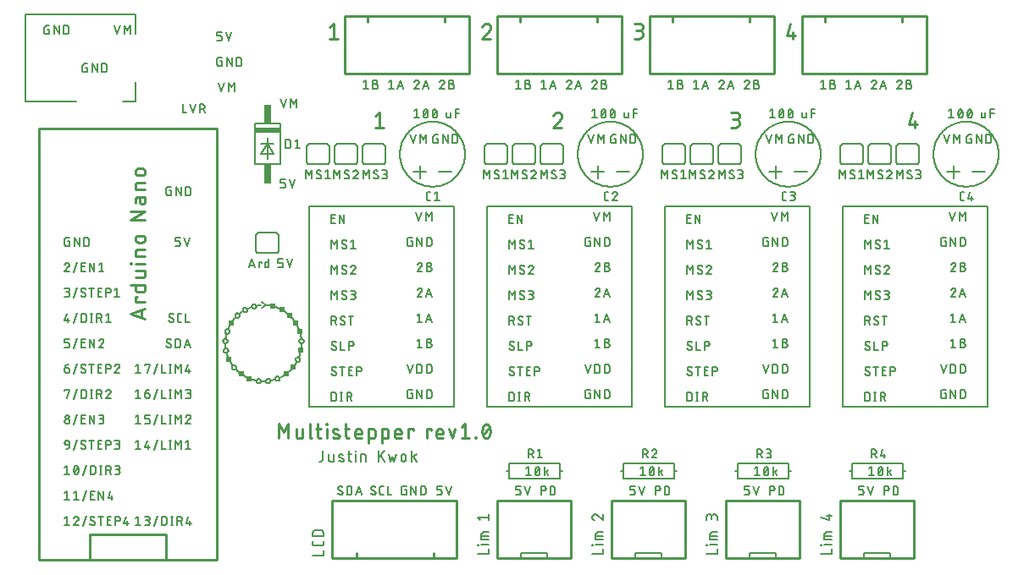
<source format=gto>
G04 EAGLE Gerber RS-274X export*
G75*
%MOMM*%
%FSLAX34Y34*%
%LPD*%
%INSilkscreen Top*%
%IPPOS*%
%AMOC8*
5,1,8,0,0,1.08239X$1,22.5*%
G01*
%ADD10C,0.203200*%
%ADD11C,0.279400*%
%ADD12C,0.152400*%
%ADD13C,0.254000*%
%ADD14C,0.152000*%
%ADD15C,0.609600*%
%ADD16R,2.540000X0.508000*%
%ADD17R,0.762000X1.905000*%
%ADD18C,0.150000*%
%ADD19C,0.200000*%


D10*
X296672Y553974D02*
X296672Y545677D01*
X296670Y545582D01*
X296664Y545486D01*
X296655Y545391D01*
X296641Y545297D01*
X296624Y545203D01*
X296603Y545110D01*
X296578Y545017D01*
X296550Y544926D01*
X296518Y544836D01*
X296482Y544748D01*
X296443Y544661D01*
X296400Y544575D01*
X296354Y544491D01*
X296305Y544410D01*
X296252Y544330D01*
X296196Y544253D01*
X296138Y544177D01*
X296076Y544105D01*
X296011Y544035D01*
X295943Y543967D01*
X295873Y543902D01*
X295801Y543840D01*
X295725Y543782D01*
X295648Y543726D01*
X295568Y543673D01*
X295486Y543624D01*
X295403Y543578D01*
X295317Y543535D01*
X295230Y543496D01*
X295142Y543460D01*
X295052Y543428D01*
X294961Y543400D01*
X294868Y543375D01*
X294775Y543354D01*
X294681Y543337D01*
X294587Y543323D01*
X294492Y543314D01*
X294396Y543308D01*
X294301Y543306D01*
X293116Y543306D01*
X302698Y545084D02*
X302698Y550418D01*
X302698Y545084D02*
X302700Y545002D01*
X302706Y544920D01*
X302715Y544838D01*
X302728Y544757D01*
X302745Y544677D01*
X302766Y544597D01*
X302790Y544519D01*
X302818Y544442D01*
X302849Y544366D01*
X302884Y544291D01*
X302923Y544219D01*
X302964Y544148D01*
X303009Y544079D01*
X303057Y544013D01*
X303108Y543948D01*
X303162Y543886D01*
X303219Y543827D01*
X303278Y543770D01*
X303340Y543716D01*
X303405Y543665D01*
X303471Y543617D01*
X303540Y543572D01*
X303611Y543531D01*
X303683Y543492D01*
X303758Y543457D01*
X303834Y543426D01*
X303911Y543398D01*
X303989Y543374D01*
X304069Y543353D01*
X304149Y543336D01*
X304230Y543323D01*
X304312Y543314D01*
X304394Y543308D01*
X304476Y543306D01*
X307440Y543306D01*
X307440Y550418D01*
X313874Y547455D02*
X316838Y546269D01*
X313874Y547454D02*
X313803Y547485D01*
X313733Y547519D01*
X313665Y547556D01*
X313600Y547597D01*
X313536Y547642D01*
X313475Y547689D01*
X313416Y547740D01*
X313359Y547793D01*
X313306Y547849D01*
X313255Y547908D01*
X313208Y547969D01*
X313163Y548033D01*
X313122Y548098D01*
X313084Y548166D01*
X313050Y548236D01*
X313019Y548307D01*
X312992Y548379D01*
X312969Y548453D01*
X312949Y548528D01*
X312933Y548604D01*
X312921Y548681D01*
X312913Y548758D01*
X312909Y548835D01*
X312908Y548913D01*
X312912Y548990D01*
X312919Y549068D01*
X312931Y549144D01*
X312946Y549220D01*
X312965Y549296D01*
X312988Y549370D01*
X313014Y549443D01*
X313044Y549514D01*
X313078Y549584D01*
X313115Y549652D01*
X313156Y549718D01*
X313200Y549782D01*
X313247Y549844D01*
X313297Y549903D01*
X313350Y549959D01*
X313406Y550013D01*
X313464Y550064D01*
X313525Y550112D01*
X313588Y550157D01*
X313654Y550199D01*
X313721Y550237D01*
X313791Y550272D01*
X313862Y550303D01*
X313934Y550331D01*
X314008Y550354D01*
X314083Y550375D01*
X314158Y550391D01*
X314235Y550404D01*
X314312Y550412D01*
X314389Y550417D01*
X314467Y550418D01*
X314629Y550414D01*
X314791Y550406D01*
X314952Y550394D01*
X315113Y550378D01*
X315274Y550358D01*
X315434Y550335D01*
X315593Y550307D01*
X315752Y550276D01*
X315910Y550241D01*
X316067Y550202D01*
X316223Y550159D01*
X316378Y550113D01*
X316532Y550063D01*
X316685Y550009D01*
X316836Y549951D01*
X316986Y549890D01*
X317134Y549826D01*
X316838Y546270D02*
X316909Y546239D01*
X316979Y546205D01*
X317047Y546168D01*
X317112Y546127D01*
X317176Y546082D01*
X317237Y546035D01*
X317296Y545984D01*
X317353Y545931D01*
X317406Y545875D01*
X317457Y545816D01*
X317504Y545755D01*
X317549Y545691D01*
X317590Y545626D01*
X317628Y545558D01*
X317662Y545488D01*
X317693Y545417D01*
X317720Y545345D01*
X317743Y545271D01*
X317763Y545196D01*
X317779Y545120D01*
X317791Y545043D01*
X317799Y544966D01*
X317803Y544889D01*
X317804Y544811D01*
X317800Y544734D01*
X317793Y544656D01*
X317781Y544580D01*
X317766Y544504D01*
X317747Y544428D01*
X317724Y544354D01*
X317698Y544281D01*
X317668Y544210D01*
X317634Y544140D01*
X317597Y544072D01*
X317556Y544006D01*
X317512Y543942D01*
X317465Y543880D01*
X317415Y543821D01*
X317362Y543765D01*
X317306Y543711D01*
X317248Y543660D01*
X317187Y543612D01*
X317124Y543567D01*
X317058Y543525D01*
X316991Y543487D01*
X316921Y543452D01*
X316851Y543421D01*
X316778Y543393D01*
X316704Y543370D01*
X316629Y543349D01*
X316554Y543333D01*
X316477Y543320D01*
X316400Y543312D01*
X316323Y543307D01*
X316245Y543306D01*
X316244Y543306D02*
X316007Y543312D01*
X315769Y543324D01*
X315532Y543341D01*
X315296Y543365D01*
X315060Y543393D01*
X314824Y543427D01*
X314590Y543467D01*
X314357Y543512D01*
X314124Y543563D01*
X313893Y543619D01*
X313664Y543681D01*
X313436Y543748D01*
X313209Y543821D01*
X312985Y543899D01*
X321821Y550418D02*
X325377Y550418D01*
X323007Y553974D02*
X323007Y545084D01*
X323009Y545002D01*
X323015Y544920D01*
X323024Y544838D01*
X323037Y544757D01*
X323054Y544677D01*
X323075Y544597D01*
X323099Y544519D01*
X323127Y544442D01*
X323158Y544366D01*
X323193Y544291D01*
X323232Y544219D01*
X323273Y544148D01*
X323318Y544079D01*
X323366Y544013D01*
X323417Y543948D01*
X323471Y543886D01*
X323528Y543827D01*
X323587Y543770D01*
X323649Y543716D01*
X323714Y543665D01*
X323780Y543617D01*
X323849Y543572D01*
X323920Y543531D01*
X323992Y543492D01*
X324067Y543457D01*
X324143Y543426D01*
X324220Y543398D01*
X324298Y543374D01*
X324378Y543353D01*
X324458Y543336D01*
X324539Y543323D01*
X324621Y543314D01*
X324703Y543308D01*
X324785Y543306D01*
X325377Y543306D01*
X329834Y543306D02*
X329834Y550418D01*
X329538Y553381D02*
X329538Y553974D01*
X330130Y553974D01*
X330130Y553381D01*
X329538Y553381D01*
X335083Y550418D02*
X335083Y543306D01*
X335083Y550418D02*
X338047Y550418D01*
X338129Y550416D01*
X338211Y550410D01*
X338293Y550401D01*
X338374Y550388D01*
X338454Y550371D01*
X338534Y550350D01*
X338612Y550326D01*
X338689Y550298D01*
X338765Y550267D01*
X338840Y550232D01*
X338912Y550193D01*
X338983Y550152D01*
X339052Y550107D01*
X339118Y550059D01*
X339183Y550008D01*
X339245Y549954D01*
X339304Y549897D01*
X339361Y549838D01*
X339415Y549776D01*
X339466Y549711D01*
X339514Y549645D01*
X339559Y549576D01*
X339600Y549505D01*
X339639Y549433D01*
X339674Y549358D01*
X339705Y549282D01*
X339733Y549205D01*
X339757Y549127D01*
X339778Y549047D01*
X339795Y548967D01*
X339808Y548886D01*
X339817Y548804D01*
X339823Y548722D01*
X339825Y548640D01*
X339825Y543306D01*
X352271Y543306D02*
X352271Y553974D01*
X358197Y553974D02*
X352271Y547455D01*
X354641Y549825D02*
X358197Y543306D01*
X364632Y543306D02*
X362854Y550418D01*
X366410Y548047D02*
X364632Y543306D01*
X368188Y543306D02*
X366410Y548047D01*
X369966Y550418D02*
X368188Y543306D01*
X375088Y545677D02*
X375088Y548047D01*
X375090Y548144D01*
X375096Y548240D01*
X375106Y548336D01*
X375120Y548432D01*
X375137Y548527D01*
X375159Y548622D01*
X375184Y548715D01*
X375213Y548807D01*
X375246Y548898D01*
X375283Y548988D01*
X375323Y549076D01*
X375367Y549162D01*
X375414Y549246D01*
X375464Y549329D01*
X375518Y549409D01*
X375576Y549487D01*
X375636Y549563D01*
X375699Y549636D01*
X375765Y549706D01*
X375835Y549774D01*
X375906Y549839D01*
X375981Y549901D01*
X376058Y549959D01*
X376137Y550015D01*
X376218Y550067D01*
X376302Y550116D01*
X376387Y550162D01*
X376474Y550204D01*
X376563Y550242D01*
X376653Y550277D01*
X376745Y550308D01*
X376838Y550335D01*
X376931Y550359D01*
X377026Y550378D01*
X377122Y550394D01*
X377218Y550406D01*
X377314Y550414D01*
X377411Y550418D01*
X377507Y550418D01*
X377604Y550414D01*
X377700Y550406D01*
X377796Y550394D01*
X377892Y550378D01*
X377987Y550359D01*
X378080Y550335D01*
X378173Y550308D01*
X378265Y550277D01*
X378355Y550242D01*
X378444Y550204D01*
X378531Y550162D01*
X378616Y550116D01*
X378700Y550067D01*
X378781Y550015D01*
X378860Y549959D01*
X378937Y549901D01*
X379012Y549839D01*
X379083Y549774D01*
X379153Y549706D01*
X379219Y549636D01*
X379282Y549563D01*
X379342Y549487D01*
X379400Y549409D01*
X379454Y549329D01*
X379504Y549246D01*
X379551Y549162D01*
X379595Y549076D01*
X379635Y548988D01*
X379672Y548898D01*
X379705Y548807D01*
X379734Y548715D01*
X379759Y548622D01*
X379781Y548527D01*
X379798Y548432D01*
X379812Y548336D01*
X379822Y548240D01*
X379828Y548144D01*
X379830Y548047D01*
X379830Y545677D01*
X379828Y545580D01*
X379822Y545484D01*
X379812Y545388D01*
X379798Y545292D01*
X379781Y545197D01*
X379759Y545102D01*
X379734Y545009D01*
X379705Y544917D01*
X379672Y544826D01*
X379635Y544736D01*
X379595Y544648D01*
X379551Y544562D01*
X379504Y544478D01*
X379454Y544395D01*
X379400Y544315D01*
X379342Y544237D01*
X379282Y544161D01*
X379219Y544088D01*
X379153Y544018D01*
X379083Y543950D01*
X379012Y543885D01*
X378937Y543823D01*
X378860Y543765D01*
X378781Y543709D01*
X378700Y543657D01*
X378616Y543608D01*
X378531Y543562D01*
X378444Y543520D01*
X378355Y543482D01*
X378265Y543447D01*
X378173Y543416D01*
X378080Y543389D01*
X377987Y543365D01*
X377892Y543346D01*
X377796Y543330D01*
X377700Y543318D01*
X377604Y543310D01*
X377507Y543306D01*
X377411Y543306D01*
X377314Y543310D01*
X377218Y543318D01*
X377122Y543330D01*
X377026Y543346D01*
X376931Y543365D01*
X376838Y543389D01*
X376745Y543416D01*
X376653Y543447D01*
X376563Y543482D01*
X376474Y543520D01*
X376387Y543562D01*
X376302Y543608D01*
X376218Y543657D01*
X376137Y543709D01*
X376058Y543765D01*
X375981Y543823D01*
X375906Y543885D01*
X375835Y543950D01*
X375765Y544018D01*
X375699Y544088D01*
X375636Y544161D01*
X375576Y544237D01*
X375518Y544315D01*
X375464Y544395D01*
X375414Y544478D01*
X375367Y544562D01*
X375323Y544648D01*
X375283Y544736D01*
X375246Y544826D01*
X375213Y544917D01*
X375184Y545009D01*
X375159Y545102D01*
X375137Y545197D01*
X375120Y545292D01*
X375106Y545388D01*
X375096Y545484D01*
X375090Y545580D01*
X375088Y545677D01*
X385578Y543306D02*
X385578Y553974D01*
X390320Y550418D02*
X385578Y546862D01*
X387653Y548344D02*
X390320Y543306D01*
X297434Y449326D02*
X286766Y449326D01*
X297434Y449326D02*
X297434Y454067D01*
X297434Y461138D02*
X297434Y463509D01*
X297434Y461138D02*
X297432Y461043D01*
X297426Y460947D01*
X297417Y460852D01*
X297403Y460758D01*
X297386Y460664D01*
X297365Y460571D01*
X297340Y460478D01*
X297312Y460387D01*
X297280Y460297D01*
X297244Y460209D01*
X297205Y460122D01*
X297162Y460036D01*
X297116Y459953D01*
X297067Y459871D01*
X297014Y459791D01*
X296958Y459714D01*
X296900Y459638D01*
X296838Y459566D01*
X296773Y459496D01*
X296705Y459428D01*
X296635Y459363D01*
X296563Y459301D01*
X296487Y459243D01*
X296410Y459187D01*
X296330Y459134D01*
X296249Y459085D01*
X296165Y459039D01*
X296079Y458996D01*
X295992Y458957D01*
X295904Y458921D01*
X295814Y458889D01*
X295723Y458861D01*
X295630Y458836D01*
X295537Y458815D01*
X295443Y458798D01*
X295349Y458784D01*
X295254Y458775D01*
X295159Y458769D01*
X295063Y458767D01*
X289137Y458767D01*
X289042Y458769D01*
X288946Y458775D01*
X288851Y458784D01*
X288757Y458798D01*
X288663Y458815D01*
X288570Y458836D01*
X288477Y458861D01*
X288386Y458889D01*
X288296Y458921D01*
X288208Y458957D01*
X288121Y458996D01*
X288035Y459039D01*
X287952Y459085D01*
X287870Y459134D01*
X287790Y459187D01*
X287713Y459243D01*
X287637Y459301D01*
X287565Y459363D01*
X287495Y459428D01*
X287427Y459496D01*
X287362Y459566D01*
X287300Y459638D01*
X287242Y459714D01*
X287186Y459791D01*
X287133Y459871D01*
X287084Y459952D01*
X287038Y460036D01*
X286995Y460122D01*
X286956Y460209D01*
X286920Y460297D01*
X286888Y460387D01*
X286860Y460478D01*
X286835Y460571D01*
X286814Y460664D01*
X286797Y460758D01*
X286783Y460852D01*
X286774Y460947D01*
X286768Y461042D01*
X286766Y461138D01*
X286766Y463509D01*
X286766Y468723D02*
X297434Y468723D01*
X286766Y468723D02*
X286766Y471686D01*
X286768Y471792D01*
X286774Y471897D01*
X286783Y472003D01*
X286796Y472108D01*
X286813Y472212D01*
X286834Y472316D01*
X286858Y472419D01*
X286886Y472521D01*
X286918Y472622D01*
X286953Y472721D01*
X286992Y472820D01*
X287034Y472917D01*
X287079Y473012D01*
X287128Y473106D01*
X287181Y473198D01*
X287236Y473288D01*
X287295Y473376D01*
X287357Y473462D01*
X287422Y473545D01*
X287490Y473626D01*
X287560Y473705D01*
X287634Y473781D01*
X287710Y473855D01*
X287789Y473925D01*
X287870Y473993D01*
X287953Y474058D01*
X288039Y474120D01*
X288127Y474179D01*
X288217Y474234D01*
X288309Y474287D01*
X288403Y474336D01*
X288498Y474381D01*
X288595Y474423D01*
X288694Y474462D01*
X288793Y474497D01*
X288894Y474529D01*
X288996Y474557D01*
X289099Y474581D01*
X289203Y474602D01*
X289307Y474619D01*
X289412Y474632D01*
X289518Y474641D01*
X289623Y474647D01*
X289729Y474649D01*
X289729Y474650D02*
X294471Y474650D01*
X294471Y474649D02*
X294577Y474647D01*
X294682Y474641D01*
X294788Y474632D01*
X294893Y474619D01*
X294997Y474602D01*
X295101Y474581D01*
X295204Y474557D01*
X295306Y474529D01*
X295407Y474497D01*
X295506Y474462D01*
X295605Y474423D01*
X295702Y474381D01*
X295797Y474336D01*
X295891Y474287D01*
X295983Y474234D01*
X296073Y474179D01*
X296161Y474120D01*
X296247Y474058D01*
X296330Y473993D01*
X296411Y473925D01*
X296490Y473855D01*
X296566Y473781D01*
X296640Y473705D01*
X296710Y473626D01*
X296778Y473545D01*
X296843Y473462D01*
X296905Y473376D01*
X296964Y473288D01*
X297019Y473198D01*
X297072Y473106D01*
X297121Y473012D01*
X297166Y472917D01*
X297208Y472820D01*
X297247Y472721D01*
X297282Y472622D01*
X297314Y472521D01*
X297342Y472419D01*
X297366Y472316D01*
X297387Y472212D01*
X297404Y472108D01*
X297417Y472003D01*
X297426Y471897D01*
X297432Y471792D01*
X297434Y471686D01*
X297434Y468723D01*
X451866Y450596D02*
X462534Y450596D01*
X462534Y455337D01*
X462534Y459621D02*
X455422Y459621D01*
X452459Y459325D02*
X451866Y459325D01*
X451866Y459918D01*
X452459Y459918D01*
X452459Y459325D01*
X455422Y465209D02*
X462534Y465209D01*
X455422Y465209D02*
X455422Y470543D01*
X455424Y470625D01*
X455430Y470707D01*
X455439Y470789D01*
X455452Y470870D01*
X455469Y470950D01*
X455490Y471030D01*
X455514Y471108D01*
X455542Y471185D01*
X455573Y471261D01*
X455608Y471336D01*
X455647Y471408D01*
X455688Y471479D01*
X455733Y471548D01*
X455781Y471614D01*
X455832Y471679D01*
X455886Y471741D01*
X455943Y471800D01*
X456002Y471857D01*
X456064Y471911D01*
X456129Y471962D01*
X456195Y472010D01*
X456264Y472055D01*
X456335Y472096D01*
X456407Y472135D01*
X456482Y472170D01*
X456558Y472201D01*
X456635Y472229D01*
X456713Y472253D01*
X456793Y472274D01*
X456873Y472291D01*
X456954Y472304D01*
X457036Y472313D01*
X457118Y472319D01*
X457200Y472321D01*
X462534Y472321D01*
X462534Y468765D02*
X455422Y468765D01*
X454237Y484471D02*
X451866Y487434D01*
X462534Y487434D01*
X462534Y484471D02*
X462534Y490398D01*
X566166Y450596D02*
X576834Y450596D01*
X576834Y455337D01*
X576834Y459621D02*
X569722Y459621D01*
X566759Y459325D02*
X566166Y459325D01*
X566166Y459918D01*
X566759Y459918D01*
X566759Y459325D01*
X569722Y465209D02*
X576834Y465209D01*
X569722Y465209D02*
X569722Y470543D01*
X569724Y470625D01*
X569730Y470707D01*
X569739Y470789D01*
X569752Y470870D01*
X569769Y470950D01*
X569790Y471030D01*
X569814Y471108D01*
X569842Y471185D01*
X569873Y471261D01*
X569908Y471336D01*
X569947Y471408D01*
X569988Y471479D01*
X570033Y471548D01*
X570081Y471614D01*
X570132Y471679D01*
X570186Y471741D01*
X570243Y471800D01*
X570302Y471857D01*
X570364Y471911D01*
X570429Y471962D01*
X570495Y472010D01*
X570564Y472055D01*
X570635Y472096D01*
X570707Y472135D01*
X570782Y472170D01*
X570858Y472201D01*
X570935Y472229D01*
X571013Y472253D01*
X571093Y472274D01*
X571173Y472291D01*
X571254Y472304D01*
X571336Y472313D01*
X571418Y472319D01*
X571500Y472321D01*
X576834Y472321D01*
X576834Y468765D02*
X569722Y468765D01*
X566166Y487731D02*
X566168Y487833D01*
X566174Y487935D01*
X566184Y488037D01*
X566197Y488138D01*
X566215Y488239D01*
X566236Y488339D01*
X566261Y488438D01*
X566290Y488536D01*
X566323Y488633D01*
X566359Y488728D01*
X566399Y488822D01*
X566443Y488914D01*
X566490Y489005D01*
X566541Y489094D01*
X566594Y489181D01*
X566652Y489265D01*
X566712Y489348D01*
X566775Y489428D01*
X566842Y489505D01*
X566911Y489580D01*
X566984Y489653D01*
X567059Y489722D01*
X567136Y489789D01*
X567216Y489852D01*
X567299Y489912D01*
X567383Y489970D01*
X567470Y490023D01*
X567559Y490074D01*
X567650Y490121D01*
X567742Y490165D01*
X567836Y490205D01*
X567932Y490241D01*
X568028Y490274D01*
X568126Y490303D01*
X568225Y490328D01*
X568325Y490349D01*
X568426Y490367D01*
X568527Y490380D01*
X568629Y490390D01*
X568731Y490396D01*
X568833Y490398D01*
X566166Y487731D02*
X566168Y487615D01*
X566174Y487498D01*
X566184Y487382D01*
X566198Y487267D01*
X566215Y487152D01*
X566237Y487037D01*
X566262Y486924D01*
X566292Y486811D01*
X566325Y486699D01*
X566362Y486589D01*
X566403Y486480D01*
X566447Y486372D01*
X566495Y486266D01*
X566547Y486162D01*
X566602Y486059D01*
X566660Y485958D01*
X566722Y485860D01*
X566787Y485763D01*
X566856Y485669D01*
X566928Y485577D01*
X567002Y485488D01*
X567080Y485401D01*
X567161Y485317D01*
X567244Y485236D01*
X567330Y485158D01*
X567419Y485082D01*
X567510Y485010D01*
X567604Y484941D01*
X567700Y484875D01*
X567798Y484812D01*
X567898Y484753D01*
X568000Y484697D01*
X568104Y484645D01*
X568210Y484596D01*
X568318Y484551D01*
X568426Y484509D01*
X568537Y484472D01*
X570908Y489509D02*
X570834Y489584D01*
X570757Y489656D01*
X570677Y489725D01*
X570595Y489792D01*
X570511Y489855D01*
X570424Y489915D01*
X570336Y489972D01*
X570245Y490026D01*
X570152Y490076D01*
X570058Y490123D01*
X569962Y490166D01*
X569864Y490206D01*
X569765Y490242D01*
X569665Y490275D01*
X569563Y490303D01*
X569461Y490328D01*
X569357Y490350D01*
X569253Y490367D01*
X569149Y490381D01*
X569044Y490390D01*
X568938Y490396D01*
X568833Y490398D01*
X570907Y489509D02*
X576834Y484471D01*
X576834Y490398D01*
X680466Y450596D02*
X691134Y450596D01*
X691134Y455337D01*
X691134Y459621D02*
X684022Y459621D01*
X681059Y459325D02*
X680466Y459325D01*
X680466Y459918D01*
X681059Y459918D01*
X681059Y459325D01*
X684022Y465209D02*
X691134Y465209D01*
X684022Y465209D02*
X684022Y470543D01*
X684024Y470625D01*
X684030Y470707D01*
X684039Y470789D01*
X684052Y470870D01*
X684069Y470950D01*
X684090Y471030D01*
X684114Y471108D01*
X684142Y471185D01*
X684173Y471261D01*
X684208Y471336D01*
X684247Y471408D01*
X684288Y471479D01*
X684333Y471548D01*
X684381Y471614D01*
X684432Y471679D01*
X684486Y471741D01*
X684543Y471800D01*
X684602Y471857D01*
X684664Y471911D01*
X684729Y471962D01*
X684795Y472010D01*
X684864Y472055D01*
X684935Y472096D01*
X685007Y472135D01*
X685082Y472170D01*
X685158Y472201D01*
X685235Y472229D01*
X685313Y472253D01*
X685393Y472274D01*
X685473Y472291D01*
X685554Y472304D01*
X685636Y472313D01*
X685718Y472319D01*
X685800Y472321D01*
X691134Y472321D01*
X691134Y468765D02*
X684022Y468765D01*
X691134Y484471D02*
X691134Y487434D01*
X691132Y487541D01*
X691126Y487648D01*
X691117Y487754D01*
X691103Y487860D01*
X691086Y487966D01*
X691065Y488071D01*
X691040Y488175D01*
X691011Y488278D01*
X690979Y488380D01*
X690943Y488481D01*
X690903Y488580D01*
X690860Y488678D01*
X690813Y488774D01*
X690763Y488869D01*
X690710Y488962D01*
X690653Y489052D01*
X690593Y489141D01*
X690530Y489227D01*
X690464Y489311D01*
X690394Y489393D01*
X690322Y489472D01*
X690247Y489548D01*
X690169Y489622D01*
X690089Y489692D01*
X690006Y489760D01*
X689921Y489825D01*
X689834Y489886D01*
X689744Y489945D01*
X689653Y490000D01*
X689559Y490052D01*
X689463Y490100D01*
X689366Y490145D01*
X689268Y490187D01*
X689168Y490224D01*
X689066Y490259D01*
X688964Y490289D01*
X688860Y490316D01*
X688756Y490339D01*
X688650Y490358D01*
X688544Y490373D01*
X688438Y490385D01*
X688331Y490393D01*
X688224Y490397D01*
X688118Y490397D01*
X688011Y490393D01*
X687904Y490385D01*
X687798Y490373D01*
X687692Y490358D01*
X687586Y490339D01*
X687482Y490316D01*
X687378Y490289D01*
X687276Y490259D01*
X687174Y490224D01*
X687074Y490187D01*
X686976Y490145D01*
X686879Y490100D01*
X686783Y490052D01*
X686690Y490000D01*
X686598Y489945D01*
X686508Y489886D01*
X686421Y489825D01*
X686336Y489760D01*
X686253Y489692D01*
X686173Y489622D01*
X686095Y489548D01*
X686020Y489472D01*
X685948Y489393D01*
X685878Y489311D01*
X685812Y489227D01*
X685749Y489141D01*
X685689Y489052D01*
X685632Y488962D01*
X685579Y488869D01*
X685529Y488774D01*
X685482Y488678D01*
X685439Y488580D01*
X685399Y488481D01*
X685363Y488380D01*
X685331Y488278D01*
X685302Y488175D01*
X685277Y488071D01*
X685256Y487966D01*
X685239Y487860D01*
X685225Y487754D01*
X685216Y487648D01*
X685210Y487541D01*
X685208Y487434D01*
X680466Y488027D02*
X680466Y484471D01*
X680466Y488027D02*
X680468Y488124D01*
X680474Y488220D01*
X680484Y488316D01*
X680498Y488412D01*
X680515Y488507D01*
X680537Y488602D01*
X680562Y488695D01*
X680591Y488787D01*
X680624Y488878D01*
X680661Y488968D01*
X680701Y489056D01*
X680745Y489142D01*
X680792Y489226D01*
X680842Y489309D01*
X680896Y489389D01*
X680954Y489467D01*
X681014Y489543D01*
X681077Y489616D01*
X681143Y489686D01*
X681213Y489754D01*
X681284Y489819D01*
X681359Y489881D01*
X681436Y489939D01*
X681515Y489995D01*
X681596Y490047D01*
X681680Y490096D01*
X681765Y490142D01*
X681852Y490184D01*
X681941Y490222D01*
X682031Y490257D01*
X682123Y490288D01*
X682216Y490315D01*
X682309Y490339D01*
X682404Y490358D01*
X682500Y490374D01*
X682596Y490386D01*
X682692Y490394D01*
X682789Y490398D01*
X682885Y490398D01*
X682982Y490394D01*
X683078Y490386D01*
X683174Y490374D01*
X683270Y490358D01*
X683365Y490339D01*
X683458Y490315D01*
X683551Y490288D01*
X683643Y490257D01*
X683733Y490222D01*
X683822Y490184D01*
X683909Y490142D01*
X683994Y490096D01*
X684078Y490047D01*
X684159Y489995D01*
X684238Y489939D01*
X684315Y489881D01*
X684390Y489819D01*
X684461Y489754D01*
X684531Y489686D01*
X684597Y489616D01*
X684660Y489543D01*
X684720Y489467D01*
X684778Y489389D01*
X684832Y489309D01*
X684882Y489226D01*
X684929Y489142D01*
X684973Y489056D01*
X685013Y488968D01*
X685050Y488878D01*
X685083Y488787D01*
X685112Y488695D01*
X685137Y488602D01*
X685159Y488507D01*
X685176Y488412D01*
X685190Y488316D01*
X685200Y488220D01*
X685206Y488124D01*
X685208Y488027D01*
X685207Y488027D02*
X685207Y485656D01*
X794766Y450596D02*
X805434Y450596D01*
X805434Y455337D01*
X805434Y459621D02*
X798322Y459621D01*
X795359Y459325D02*
X794766Y459325D01*
X794766Y459918D01*
X795359Y459918D01*
X795359Y459325D01*
X798322Y465209D02*
X805434Y465209D01*
X798322Y465209D02*
X798322Y470543D01*
X798324Y470625D01*
X798330Y470707D01*
X798339Y470789D01*
X798352Y470870D01*
X798369Y470950D01*
X798390Y471030D01*
X798414Y471108D01*
X798442Y471185D01*
X798473Y471261D01*
X798508Y471336D01*
X798547Y471408D01*
X798588Y471479D01*
X798633Y471548D01*
X798681Y471614D01*
X798732Y471679D01*
X798786Y471741D01*
X798843Y471800D01*
X798902Y471857D01*
X798964Y471911D01*
X799029Y471962D01*
X799095Y472010D01*
X799164Y472055D01*
X799235Y472096D01*
X799307Y472135D01*
X799382Y472170D01*
X799458Y472201D01*
X799535Y472229D01*
X799613Y472253D01*
X799693Y472274D01*
X799773Y472291D01*
X799854Y472304D01*
X799936Y472313D01*
X800018Y472319D01*
X800100Y472321D01*
X805434Y472321D01*
X805434Y468765D02*
X798322Y468765D01*
X803063Y484471D02*
X794766Y486842D01*
X803063Y484471D02*
X803063Y490398D01*
X800693Y488620D02*
X805434Y488620D01*
D11*
X307820Y981583D02*
X303657Y978253D01*
X307820Y981583D02*
X307820Y966597D01*
X303657Y966597D02*
X311983Y966597D01*
X460636Y981584D02*
X460756Y981582D01*
X460876Y981576D01*
X460996Y981567D01*
X461115Y981553D01*
X461234Y981536D01*
X461352Y981515D01*
X461470Y981490D01*
X461586Y981461D01*
X461702Y981429D01*
X461817Y981393D01*
X461930Y981353D01*
X462042Y981310D01*
X462153Y981263D01*
X462262Y981213D01*
X462369Y981159D01*
X462475Y981102D01*
X462578Y981041D01*
X462680Y980977D01*
X462780Y980910D01*
X462877Y980840D01*
X462972Y980767D01*
X463065Y980690D01*
X463155Y980611D01*
X463243Y980529D01*
X463328Y980444D01*
X463410Y980356D01*
X463489Y980266D01*
X463566Y980173D01*
X463639Y980078D01*
X463709Y979981D01*
X463776Y979881D01*
X463840Y979779D01*
X463901Y979676D01*
X463958Y979570D01*
X464012Y979463D01*
X464062Y979354D01*
X464109Y979243D01*
X464152Y979131D01*
X464192Y979018D01*
X464228Y978903D01*
X464260Y978787D01*
X464289Y978671D01*
X464314Y978553D01*
X464335Y978435D01*
X464352Y978316D01*
X464366Y978197D01*
X464375Y978077D01*
X464381Y977957D01*
X464383Y977837D01*
X460636Y981583D02*
X460498Y981581D01*
X460361Y981575D01*
X460224Y981565D01*
X460087Y981552D01*
X459951Y981534D01*
X459815Y981512D01*
X459679Y981487D01*
X459545Y981458D01*
X459412Y981425D01*
X459279Y981388D01*
X459148Y981347D01*
X459017Y981303D01*
X458889Y981255D01*
X458761Y981203D01*
X458635Y981147D01*
X458511Y981088D01*
X458388Y981026D01*
X458268Y980960D01*
X458149Y980891D01*
X458032Y980818D01*
X457918Y980742D01*
X457805Y980662D01*
X457695Y980580D01*
X457587Y980494D01*
X457482Y980406D01*
X457380Y980314D01*
X457280Y980220D01*
X457182Y980122D01*
X457088Y980022D01*
X456997Y979919D01*
X456908Y979814D01*
X456823Y979706D01*
X456740Y979596D01*
X456661Y979484D01*
X456585Y979369D01*
X456512Y979252D01*
X456443Y979133D01*
X456377Y979013D01*
X456315Y978890D01*
X456256Y978766D01*
X456201Y978640D01*
X456149Y978512D01*
X456101Y978383D01*
X456057Y978253D01*
X463133Y974923D02*
X463223Y975011D01*
X463309Y975102D01*
X463393Y975195D01*
X463474Y975291D01*
X463552Y975389D01*
X463626Y975489D01*
X463698Y975592D01*
X463766Y975697D01*
X463831Y975805D01*
X463893Y975914D01*
X463951Y976025D01*
X464006Y976138D01*
X464057Y976252D01*
X464104Y976368D01*
X464148Y976485D01*
X464188Y976604D01*
X464225Y976724D01*
X464258Y976845D01*
X464287Y976967D01*
X464312Y977089D01*
X464333Y977213D01*
X464351Y977337D01*
X464364Y977462D01*
X464374Y977587D01*
X464380Y977712D01*
X464382Y977837D01*
X463134Y974923D02*
X456057Y966597D01*
X464383Y966597D01*
X608457Y966597D02*
X612620Y966597D01*
X612748Y966599D01*
X612876Y966605D01*
X613004Y966615D01*
X613132Y966629D01*
X613259Y966646D01*
X613385Y966668D01*
X613511Y966693D01*
X613635Y966723D01*
X613759Y966756D01*
X613882Y966793D01*
X614004Y966834D01*
X614124Y966878D01*
X614243Y966926D01*
X614360Y966978D01*
X614476Y967033D01*
X614589Y967092D01*
X614702Y967155D01*
X614812Y967221D01*
X614919Y967290D01*
X615025Y967362D01*
X615129Y967438D01*
X615230Y967517D01*
X615329Y967599D01*
X615425Y967684D01*
X615518Y967771D01*
X615609Y967862D01*
X615696Y967955D01*
X615781Y968051D01*
X615863Y968150D01*
X615942Y968251D01*
X616018Y968355D01*
X616090Y968461D01*
X616159Y968568D01*
X616225Y968679D01*
X616288Y968791D01*
X616347Y968904D01*
X616402Y969020D01*
X616454Y969137D01*
X616502Y969256D01*
X616546Y969376D01*
X616587Y969498D01*
X616624Y969621D01*
X616657Y969745D01*
X616687Y969869D01*
X616712Y969995D01*
X616734Y970121D01*
X616751Y970248D01*
X616765Y970376D01*
X616775Y970504D01*
X616781Y970632D01*
X616783Y970760D01*
X616781Y970888D01*
X616775Y971016D01*
X616765Y971144D01*
X616751Y971272D01*
X616734Y971399D01*
X616712Y971525D01*
X616687Y971651D01*
X616657Y971775D01*
X616624Y971899D01*
X616587Y972022D01*
X616546Y972144D01*
X616502Y972264D01*
X616454Y972383D01*
X616402Y972500D01*
X616347Y972616D01*
X616288Y972729D01*
X616225Y972842D01*
X616159Y972952D01*
X616090Y973059D01*
X616018Y973165D01*
X615942Y973269D01*
X615863Y973370D01*
X615781Y973469D01*
X615696Y973565D01*
X615609Y973658D01*
X615518Y973749D01*
X615425Y973836D01*
X615329Y973921D01*
X615230Y974003D01*
X615129Y974082D01*
X615025Y974158D01*
X614919Y974230D01*
X614812Y974299D01*
X614702Y974365D01*
X614589Y974428D01*
X614476Y974487D01*
X614360Y974542D01*
X614243Y974594D01*
X614124Y974642D01*
X614004Y974686D01*
X613882Y974727D01*
X613759Y974764D01*
X613635Y974797D01*
X613511Y974827D01*
X613385Y974852D01*
X613259Y974874D01*
X613132Y974891D01*
X613004Y974905D01*
X612876Y974915D01*
X612748Y974921D01*
X612620Y974923D01*
X613452Y981583D02*
X608457Y981583D01*
X613452Y981583D02*
X613566Y981581D01*
X613679Y981575D01*
X613793Y981566D01*
X613905Y981552D01*
X614018Y981535D01*
X614130Y981513D01*
X614240Y981488D01*
X614350Y981460D01*
X614459Y981427D01*
X614567Y981391D01*
X614674Y981351D01*
X614779Y981307D01*
X614882Y981260D01*
X614984Y981210D01*
X615084Y981156D01*
X615182Y981098D01*
X615278Y981037D01*
X615372Y980974D01*
X615464Y980906D01*
X615554Y980836D01*
X615640Y980763D01*
X615725Y980687D01*
X615807Y980608D01*
X615886Y980526D01*
X615962Y980441D01*
X616035Y980355D01*
X616105Y980265D01*
X616173Y980173D01*
X616236Y980079D01*
X616297Y979983D01*
X616355Y979885D01*
X616409Y979785D01*
X616459Y979683D01*
X616506Y979580D01*
X616550Y979475D01*
X616590Y979368D01*
X616626Y979260D01*
X616659Y979151D01*
X616687Y979041D01*
X616712Y978931D01*
X616734Y978819D01*
X616751Y978706D01*
X616765Y978594D01*
X616774Y978480D01*
X616780Y978367D01*
X616782Y978253D01*
X616780Y978139D01*
X616774Y978026D01*
X616765Y977912D01*
X616751Y977800D01*
X616734Y977687D01*
X616712Y977575D01*
X616687Y977465D01*
X616659Y977355D01*
X616626Y977246D01*
X616590Y977138D01*
X616550Y977031D01*
X616506Y976926D01*
X616459Y976823D01*
X616409Y976721D01*
X616355Y976621D01*
X616297Y976523D01*
X616236Y976427D01*
X616173Y976333D01*
X616105Y976241D01*
X616035Y976151D01*
X615962Y976065D01*
X615886Y975980D01*
X615807Y975898D01*
X615725Y975819D01*
X615640Y975743D01*
X615554Y975670D01*
X615464Y975600D01*
X615372Y975532D01*
X615278Y975469D01*
X615182Y975408D01*
X615084Y975350D01*
X614984Y975296D01*
X614882Y975246D01*
X614779Y975199D01*
X614674Y975155D01*
X614567Y975115D01*
X614459Y975079D01*
X614350Y975046D01*
X614240Y975018D01*
X614130Y974993D01*
X614018Y974971D01*
X613905Y974954D01*
X613793Y974940D01*
X613679Y974931D01*
X613566Y974925D01*
X613452Y974923D01*
X610122Y974923D01*
X760857Y969927D02*
X764187Y981583D01*
X760857Y969927D02*
X769183Y969927D01*
X766685Y973257D02*
X766685Y966597D01*
X886107Y892683D02*
X882777Y881027D01*
X891103Y881027D01*
X888605Y884357D02*
X888605Y877697D01*
X709140Y877697D02*
X704977Y877697D01*
X709140Y877697D02*
X709268Y877699D01*
X709396Y877705D01*
X709524Y877715D01*
X709652Y877729D01*
X709779Y877746D01*
X709905Y877768D01*
X710031Y877793D01*
X710155Y877823D01*
X710279Y877856D01*
X710402Y877893D01*
X710524Y877934D01*
X710644Y877978D01*
X710763Y878026D01*
X710880Y878078D01*
X710996Y878133D01*
X711109Y878192D01*
X711222Y878255D01*
X711332Y878321D01*
X711439Y878390D01*
X711545Y878462D01*
X711649Y878538D01*
X711750Y878617D01*
X711849Y878699D01*
X711945Y878784D01*
X712038Y878871D01*
X712129Y878962D01*
X712216Y879055D01*
X712301Y879151D01*
X712383Y879250D01*
X712462Y879351D01*
X712538Y879455D01*
X712610Y879561D01*
X712679Y879668D01*
X712745Y879779D01*
X712808Y879891D01*
X712867Y880004D01*
X712922Y880120D01*
X712974Y880237D01*
X713022Y880356D01*
X713066Y880476D01*
X713107Y880598D01*
X713144Y880721D01*
X713177Y880845D01*
X713207Y880969D01*
X713232Y881095D01*
X713254Y881221D01*
X713271Y881348D01*
X713285Y881476D01*
X713295Y881604D01*
X713301Y881732D01*
X713303Y881860D01*
X713301Y881988D01*
X713295Y882116D01*
X713285Y882244D01*
X713271Y882372D01*
X713254Y882499D01*
X713232Y882625D01*
X713207Y882751D01*
X713177Y882875D01*
X713144Y882999D01*
X713107Y883122D01*
X713066Y883244D01*
X713022Y883364D01*
X712974Y883483D01*
X712922Y883600D01*
X712867Y883716D01*
X712808Y883829D01*
X712745Y883942D01*
X712679Y884052D01*
X712610Y884159D01*
X712538Y884265D01*
X712462Y884369D01*
X712383Y884470D01*
X712301Y884569D01*
X712216Y884665D01*
X712129Y884758D01*
X712038Y884849D01*
X711945Y884936D01*
X711849Y885021D01*
X711750Y885103D01*
X711649Y885182D01*
X711545Y885258D01*
X711439Y885330D01*
X711332Y885399D01*
X711222Y885465D01*
X711109Y885528D01*
X710996Y885587D01*
X710880Y885642D01*
X710763Y885694D01*
X710644Y885742D01*
X710524Y885786D01*
X710402Y885827D01*
X710279Y885864D01*
X710155Y885897D01*
X710031Y885927D01*
X709905Y885952D01*
X709779Y885974D01*
X709652Y885991D01*
X709524Y886005D01*
X709396Y886015D01*
X709268Y886021D01*
X709140Y886023D01*
X709972Y892683D02*
X704977Y892683D01*
X709972Y892683D02*
X710086Y892681D01*
X710199Y892675D01*
X710313Y892666D01*
X710425Y892652D01*
X710538Y892635D01*
X710650Y892613D01*
X710760Y892588D01*
X710870Y892560D01*
X710979Y892527D01*
X711087Y892491D01*
X711194Y892451D01*
X711299Y892407D01*
X711402Y892360D01*
X711504Y892310D01*
X711604Y892256D01*
X711702Y892198D01*
X711798Y892137D01*
X711892Y892074D01*
X711984Y892006D01*
X712074Y891936D01*
X712160Y891863D01*
X712245Y891787D01*
X712327Y891708D01*
X712406Y891626D01*
X712482Y891541D01*
X712555Y891455D01*
X712625Y891365D01*
X712693Y891273D01*
X712756Y891179D01*
X712817Y891083D01*
X712875Y890985D01*
X712929Y890885D01*
X712979Y890783D01*
X713026Y890680D01*
X713070Y890575D01*
X713110Y890468D01*
X713146Y890360D01*
X713179Y890251D01*
X713207Y890141D01*
X713232Y890031D01*
X713254Y889919D01*
X713271Y889806D01*
X713285Y889694D01*
X713294Y889580D01*
X713300Y889467D01*
X713302Y889353D01*
X713300Y889239D01*
X713294Y889126D01*
X713285Y889012D01*
X713271Y888900D01*
X713254Y888787D01*
X713232Y888675D01*
X713207Y888565D01*
X713179Y888455D01*
X713146Y888346D01*
X713110Y888238D01*
X713070Y888131D01*
X713026Y888026D01*
X712979Y887923D01*
X712929Y887821D01*
X712875Y887721D01*
X712817Y887623D01*
X712756Y887527D01*
X712693Y887433D01*
X712625Y887341D01*
X712555Y887251D01*
X712482Y887165D01*
X712406Y887080D01*
X712327Y886998D01*
X712245Y886919D01*
X712160Y886843D01*
X712074Y886770D01*
X711984Y886700D01*
X711892Y886632D01*
X711798Y886569D01*
X711702Y886508D01*
X711604Y886450D01*
X711504Y886396D01*
X711402Y886346D01*
X711299Y886299D01*
X711194Y886255D01*
X711087Y886215D01*
X710979Y886179D01*
X710870Y886146D01*
X710760Y886118D01*
X710650Y886093D01*
X710538Y886071D01*
X710425Y886054D01*
X710313Y886040D01*
X710199Y886031D01*
X710086Y886025D01*
X709972Y886023D01*
X706642Y886023D01*
X535503Y888937D02*
X535501Y889057D01*
X535495Y889177D01*
X535486Y889297D01*
X535472Y889416D01*
X535455Y889535D01*
X535434Y889653D01*
X535409Y889771D01*
X535380Y889887D01*
X535348Y890003D01*
X535312Y890118D01*
X535272Y890231D01*
X535229Y890343D01*
X535182Y890454D01*
X535132Y890563D01*
X535078Y890670D01*
X535021Y890776D01*
X534960Y890879D01*
X534896Y890981D01*
X534829Y891081D01*
X534759Y891178D01*
X534686Y891273D01*
X534609Y891366D01*
X534530Y891456D01*
X534448Y891544D01*
X534363Y891629D01*
X534275Y891711D01*
X534185Y891790D01*
X534092Y891867D01*
X533997Y891940D01*
X533900Y892010D01*
X533800Y892077D01*
X533698Y892141D01*
X533595Y892202D01*
X533489Y892259D01*
X533382Y892313D01*
X533273Y892363D01*
X533162Y892410D01*
X533050Y892453D01*
X532937Y892493D01*
X532822Y892529D01*
X532706Y892561D01*
X532590Y892590D01*
X532472Y892615D01*
X532354Y892636D01*
X532235Y892653D01*
X532116Y892667D01*
X531996Y892676D01*
X531876Y892682D01*
X531756Y892684D01*
X531756Y892683D02*
X531618Y892681D01*
X531481Y892675D01*
X531344Y892665D01*
X531207Y892652D01*
X531071Y892634D01*
X530935Y892612D01*
X530799Y892587D01*
X530665Y892558D01*
X530532Y892525D01*
X530399Y892488D01*
X530268Y892447D01*
X530137Y892403D01*
X530009Y892355D01*
X529881Y892303D01*
X529755Y892247D01*
X529631Y892188D01*
X529508Y892126D01*
X529388Y892060D01*
X529269Y891991D01*
X529152Y891918D01*
X529038Y891842D01*
X528925Y891762D01*
X528815Y891680D01*
X528707Y891594D01*
X528602Y891506D01*
X528500Y891414D01*
X528400Y891320D01*
X528302Y891222D01*
X528208Y891122D01*
X528117Y891019D01*
X528028Y890914D01*
X527943Y890806D01*
X527860Y890696D01*
X527781Y890584D01*
X527705Y890469D01*
X527632Y890352D01*
X527563Y890233D01*
X527497Y890113D01*
X527435Y889990D01*
X527376Y889866D01*
X527321Y889740D01*
X527269Y889612D01*
X527221Y889483D01*
X527177Y889353D01*
X534253Y886023D02*
X534343Y886111D01*
X534429Y886202D01*
X534513Y886295D01*
X534594Y886391D01*
X534672Y886489D01*
X534746Y886589D01*
X534818Y886692D01*
X534886Y886797D01*
X534951Y886905D01*
X535013Y887014D01*
X535071Y887125D01*
X535126Y887238D01*
X535177Y887352D01*
X535224Y887468D01*
X535268Y887585D01*
X535308Y887704D01*
X535345Y887824D01*
X535378Y887945D01*
X535407Y888067D01*
X535432Y888189D01*
X535453Y888313D01*
X535471Y888437D01*
X535484Y888562D01*
X535494Y888687D01*
X535500Y888812D01*
X535502Y888937D01*
X534254Y886023D02*
X527177Y877697D01*
X535503Y877697D01*
X353540Y892683D02*
X349377Y889353D01*
X353540Y892683D02*
X353540Y877697D01*
X349377Y877697D02*
X357703Y877697D01*
D12*
X280162Y834898D02*
X280162Y826262D01*
X283041Y830100D02*
X280162Y834898D01*
X283041Y830100D02*
X285919Y834898D01*
X285919Y826262D01*
X293274Y826262D02*
X293360Y826264D01*
X293446Y826270D01*
X293532Y826279D01*
X293617Y826293D01*
X293701Y826310D01*
X293785Y826331D01*
X293867Y826356D01*
X293948Y826384D01*
X294028Y826416D01*
X294107Y826452D01*
X294183Y826491D01*
X294258Y826534D01*
X294331Y826579D01*
X294402Y826629D01*
X294470Y826681D01*
X294537Y826736D01*
X294600Y826794D01*
X294661Y826855D01*
X294719Y826918D01*
X294774Y826985D01*
X294827Y827053D01*
X294876Y827124D01*
X294921Y827197D01*
X294964Y827272D01*
X295003Y827348D01*
X295039Y827427D01*
X295071Y827507D01*
X295099Y827588D01*
X295124Y827670D01*
X295145Y827754D01*
X295162Y827838D01*
X295176Y827923D01*
X295185Y828009D01*
X295191Y828095D01*
X295193Y828181D01*
X293274Y826262D02*
X293151Y826264D01*
X293028Y826269D01*
X292905Y826279D01*
X292783Y826292D01*
X292661Y826309D01*
X292539Y826329D01*
X292419Y826353D01*
X292299Y826381D01*
X292180Y826412D01*
X292062Y826447D01*
X291945Y826486D01*
X291829Y826528D01*
X291715Y826574D01*
X291602Y826623D01*
X291491Y826675D01*
X291381Y826731D01*
X291273Y826790D01*
X291167Y826853D01*
X291062Y826918D01*
X290960Y826987D01*
X290860Y827059D01*
X290763Y827134D01*
X290667Y827211D01*
X290574Y827292D01*
X290483Y827375D01*
X290395Y827461D01*
X290635Y832979D02*
X290637Y833065D01*
X290643Y833151D01*
X290652Y833237D01*
X290666Y833322D01*
X290683Y833406D01*
X290704Y833490D01*
X290729Y833572D01*
X290757Y833653D01*
X290789Y833733D01*
X290825Y833812D01*
X290864Y833888D01*
X290907Y833963D01*
X290952Y834036D01*
X291001Y834107D01*
X291054Y834175D01*
X291109Y834242D01*
X291167Y834305D01*
X291228Y834366D01*
X291291Y834424D01*
X291358Y834479D01*
X291426Y834532D01*
X291497Y834581D01*
X291570Y834626D01*
X291645Y834669D01*
X291721Y834708D01*
X291800Y834744D01*
X291880Y834776D01*
X291961Y834804D01*
X292043Y834829D01*
X292127Y834850D01*
X292211Y834867D01*
X292296Y834881D01*
X292382Y834890D01*
X292468Y834896D01*
X292554Y834898D01*
X292670Y834896D01*
X292785Y834891D01*
X292901Y834881D01*
X293016Y834868D01*
X293130Y834852D01*
X293244Y834831D01*
X293358Y834807D01*
X293470Y834779D01*
X293581Y834748D01*
X293692Y834713D01*
X293801Y834675D01*
X293909Y834633D01*
X294015Y834588D01*
X294121Y834539D01*
X294224Y834487D01*
X294326Y834432D01*
X294425Y834373D01*
X294523Y834311D01*
X294619Y834246D01*
X294713Y834178D01*
X291594Y831300D02*
X291520Y831346D01*
X291447Y831396D01*
X291377Y831449D01*
X291309Y831505D01*
X291244Y831564D01*
X291181Y831626D01*
X291122Y831691D01*
X291065Y831758D01*
X291011Y831828D01*
X290961Y831900D01*
X290914Y831974D01*
X290870Y832050D01*
X290830Y832129D01*
X290794Y832209D01*
X290761Y832290D01*
X290732Y832373D01*
X290706Y832458D01*
X290684Y832543D01*
X290667Y832629D01*
X290653Y832716D01*
X290643Y832803D01*
X290637Y832891D01*
X290635Y832979D01*
X294234Y829860D02*
X294308Y829814D01*
X294381Y829764D01*
X294451Y829711D01*
X294519Y829655D01*
X294584Y829596D01*
X294647Y829534D01*
X294706Y829469D01*
X294763Y829402D01*
X294817Y829332D01*
X294867Y829260D01*
X294914Y829186D01*
X294958Y829110D01*
X294998Y829031D01*
X295034Y828951D01*
X295067Y828870D01*
X295096Y828787D01*
X295122Y828702D01*
X295144Y828617D01*
X295161Y828531D01*
X295175Y828444D01*
X295185Y828357D01*
X295191Y828269D01*
X295193Y828181D01*
X294234Y829860D02*
X291595Y831300D01*
X299235Y832979D02*
X301633Y834898D01*
X301633Y826262D01*
X299235Y826262D02*
X304032Y826262D01*
X308102Y826262D02*
X308102Y834898D01*
X310981Y830100D01*
X313859Y834898D01*
X313859Y826262D01*
X321214Y826262D02*
X321300Y826264D01*
X321386Y826270D01*
X321472Y826279D01*
X321557Y826293D01*
X321641Y826310D01*
X321725Y826331D01*
X321807Y826356D01*
X321888Y826384D01*
X321968Y826416D01*
X322047Y826452D01*
X322123Y826491D01*
X322198Y826534D01*
X322271Y826579D01*
X322342Y826629D01*
X322410Y826681D01*
X322477Y826736D01*
X322540Y826794D01*
X322601Y826855D01*
X322659Y826918D01*
X322714Y826985D01*
X322767Y827053D01*
X322816Y827124D01*
X322861Y827197D01*
X322904Y827272D01*
X322943Y827348D01*
X322979Y827427D01*
X323011Y827507D01*
X323039Y827588D01*
X323064Y827670D01*
X323085Y827754D01*
X323102Y827838D01*
X323116Y827923D01*
X323125Y828009D01*
X323131Y828095D01*
X323133Y828181D01*
X321214Y826262D02*
X321091Y826264D01*
X320968Y826269D01*
X320845Y826279D01*
X320723Y826292D01*
X320601Y826309D01*
X320479Y826329D01*
X320359Y826353D01*
X320239Y826381D01*
X320120Y826412D01*
X320002Y826447D01*
X319885Y826486D01*
X319769Y826528D01*
X319655Y826574D01*
X319542Y826623D01*
X319431Y826675D01*
X319321Y826731D01*
X319213Y826790D01*
X319107Y826853D01*
X319002Y826918D01*
X318900Y826987D01*
X318800Y827059D01*
X318703Y827134D01*
X318607Y827211D01*
X318514Y827292D01*
X318423Y827375D01*
X318335Y827461D01*
X318575Y832979D02*
X318577Y833065D01*
X318583Y833151D01*
X318592Y833237D01*
X318606Y833322D01*
X318623Y833406D01*
X318644Y833490D01*
X318669Y833572D01*
X318697Y833653D01*
X318729Y833733D01*
X318765Y833812D01*
X318804Y833888D01*
X318847Y833963D01*
X318892Y834036D01*
X318941Y834107D01*
X318994Y834175D01*
X319049Y834242D01*
X319107Y834305D01*
X319168Y834366D01*
X319231Y834424D01*
X319298Y834479D01*
X319366Y834532D01*
X319437Y834581D01*
X319510Y834626D01*
X319585Y834669D01*
X319661Y834708D01*
X319740Y834744D01*
X319820Y834776D01*
X319901Y834804D01*
X319983Y834829D01*
X320067Y834850D01*
X320151Y834867D01*
X320236Y834881D01*
X320322Y834890D01*
X320408Y834896D01*
X320494Y834898D01*
X320610Y834896D01*
X320725Y834891D01*
X320841Y834881D01*
X320956Y834868D01*
X321070Y834852D01*
X321184Y834831D01*
X321298Y834807D01*
X321410Y834779D01*
X321521Y834748D01*
X321632Y834713D01*
X321741Y834675D01*
X321849Y834633D01*
X321955Y834588D01*
X322061Y834539D01*
X322164Y834487D01*
X322266Y834432D01*
X322365Y834373D01*
X322463Y834311D01*
X322559Y834246D01*
X322653Y834178D01*
X319534Y831300D02*
X319460Y831346D01*
X319387Y831396D01*
X319317Y831449D01*
X319249Y831505D01*
X319184Y831564D01*
X319121Y831626D01*
X319062Y831691D01*
X319005Y831758D01*
X318951Y831828D01*
X318901Y831900D01*
X318854Y831974D01*
X318810Y832050D01*
X318770Y832129D01*
X318734Y832209D01*
X318701Y832290D01*
X318672Y832373D01*
X318646Y832458D01*
X318624Y832543D01*
X318607Y832629D01*
X318593Y832716D01*
X318583Y832803D01*
X318577Y832891D01*
X318575Y832979D01*
X322174Y829860D02*
X322248Y829814D01*
X322321Y829764D01*
X322391Y829711D01*
X322459Y829655D01*
X322524Y829596D01*
X322587Y829534D01*
X322646Y829469D01*
X322703Y829402D01*
X322757Y829332D01*
X322807Y829260D01*
X322854Y829186D01*
X322898Y829110D01*
X322938Y829031D01*
X322974Y828951D01*
X323007Y828870D01*
X323036Y828787D01*
X323062Y828702D01*
X323084Y828617D01*
X323101Y828531D01*
X323115Y828444D01*
X323125Y828357D01*
X323131Y828269D01*
X323133Y828181D01*
X322174Y829860D02*
X319535Y831300D01*
X329813Y834898D02*
X329905Y834896D01*
X329996Y834890D01*
X330087Y834881D01*
X330178Y834867D01*
X330268Y834850D01*
X330357Y834828D01*
X330445Y834803D01*
X330532Y834775D01*
X330618Y834742D01*
X330702Y834706D01*
X330785Y834667D01*
X330866Y834624D01*
X330945Y834577D01*
X331022Y834528D01*
X331097Y834475D01*
X331169Y834419D01*
X331239Y834360D01*
X331307Y834298D01*
X331372Y834233D01*
X331434Y834165D01*
X331493Y834095D01*
X331549Y834023D01*
X331602Y833948D01*
X331651Y833871D01*
X331698Y833792D01*
X331741Y833711D01*
X331780Y833628D01*
X331816Y833544D01*
X331849Y833458D01*
X331877Y833371D01*
X331902Y833283D01*
X331924Y833194D01*
X331941Y833104D01*
X331955Y833013D01*
X331964Y832922D01*
X331970Y832831D01*
X331972Y832739D01*
X329813Y834898D02*
X329710Y834896D01*
X329608Y834890D01*
X329506Y834881D01*
X329404Y834868D01*
X329303Y834851D01*
X329202Y834830D01*
X329103Y834806D01*
X329004Y834777D01*
X328907Y834746D01*
X328810Y834710D01*
X328715Y834672D01*
X328622Y834629D01*
X328530Y834583D01*
X328440Y834534D01*
X328352Y834482D01*
X328265Y834426D01*
X328181Y834367D01*
X328100Y834306D01*
X328020Y834241D01*
X327943Y834173D01*
X327868Y834102D01*
X327797Y834029D01*
X327728Y833953D01*
X327661Y833875D01*
X327598Y833794D01*
X327538Y833711D01*
X327481Y833626D01*
X327427Y833539D01*
X327376Y833449D01*
X327329Y833358D01*
X327285Y833266D01*
X327244Y833171D01*
X327207Y833076D01*
X327174Y832979D01*
X331252Y831060D02*
X331319Y831126D01*
X331383Y831195D01*
X331444Y831266D01*
X331502Y831340D01*
X331557Y831416D01*
X331609Y831494D01*
X331658Y831574D01*
X331704Y831656D01*
X331746Y831740D01*
X331785Y831826D01*
X331820Y831913D01*
X331851Y832001D01*
X331879Y832091D01*
X331904Y832181D01*
X331925Y832273D01*
X331942Y832365D01*
X331955Y832458D01*
X331964Y832551D01*
X331970Y832645D01*
X331972Y832739D01*
X331253Y831060D02*
X327175Y826262D01*
X331972Y826262D01*
X337312Y826262D02*
X337312Y834898D01*
X340191Y830100D01*
X343069Y834898D01*
X343069Y826262D01*
X350424Y826262D02*
X350510Y826264D01*
X350596Y826270D01*
X350682Y826279D01*
X350767Y826293D01*
X350851Y826310D01*
X350935Y826331D01*
X351017Y826356D01*
X351098Y826384D01*
X351178Y826416D01*
X351257Y826452D01*
X351333Y826491D01*
X351408Y826534D01*
X351481Y826579D01*
X351552Y826629D01*
X351620Y826681D01*
X351687Y826736D01*
X351750Y826794D01*
X351811Y826855D01*
X351869Y826918D01*
X351924Y826985D01*
X351977Y827053D01*
X352026Y827124D01*
X352071Y827197D01*
X352114Y827272D01*
X352153Y827348D01*
X352189Y827427D01*
X352221Y827507D01*
X352249Y827588D01*
X352274Y827670D01*
X352295Y827754D01*
X352312Y827838D01*
X352326Y827923D01*
X352335Y828009D01*
X352341Y828095D01*
X352343Y828181D01*
X350424Y826262D02*
X350301Y826264D01*
X350178Y826269D01*
X350055Y826279D01*
X349933Y826292D01*
X349811Y826309D01*
X349689Y826329D01*
X349569Y826353D01*
X349449Y826381D01*
X349330Y826412D01*
X349212Y826447D01*
X349095Y826486D01*
X348979Y826528D01*
X348865Y826574D01*
X348752Y826623D01*
X348641Y826675D01*
X348531Y826731D01*
X348423Y826790D01*
X348317Y826853D01*
X348212Y826918D01*
X348110Y826987D01*
X348010Y827059D01*
X347913Y827134D01*
X347817Y827211D01*
X347724Y827292D01*
X347633Y827375D01*
X347545Y827461D01*
X347785Y832979D02*
X347787Y833065D01*
X347793Y833151D01*
X347802Y833237D01*
X347816Y833322D01*
X347833Y833406D01*
X347854Y833490D01*
X347879Y833572D01*
X347907Y833653D01*
X347939Y833733D01*
X347975Y833812D01*
X348014Y833888D01*
X348057Y833963D01*
X348102Y834036D01*
X348151Y834107D01*
X348204Y834175D01*
X348259Y834242D01*
X348317Y834305D01*
X348378Y834366D01*
X348441Y834424D01*
X348508Y834479D01*
X348576Y834532D01*
X348647Y834581D01*
X348720Y834626D01*
X348795Y834669D01*
X348871Y834708D01*
X348950Y834744D01*
X349030Y834776D01*
X349111Y834804D01*
X349193Y834829D01*
X349277Y834850D01*
X349361Y834867D01*
X349446Y834881D01*
X349532Y834890D01*
X349618Y834896D01*
X349704Y834898D01*
X349820Y834896D01*
X349935Y834891D01*
X350051Y834881D01*
X350166Y834868D01*
X350280Y834852D01*
X350394Y834831D01*
X350508Y834807D01*
X350620Y834779D01*
X350731Y834748D01*
X350842Y834713D01*
X350951Y834675D01*
X351059Y834633D01*
X351165Y834588D01*
X351271Y834539D01*
X351374Y834487D01*
X351476Y834432D01*
X351575Y834373D01*
X351673Y834311D01*
X351769Y834246D01*
X351863Y834178D01*
X348744Y831300D02*
X348670Y831346D01*
X348597Y831396D01*
X348527Y831449D01*
X348459Y831505D01*
X348394Y831564D01*
X348331Y831626D01*
X348272Y831691D01*
X348215Y831758D01*
X348161Y831828D01*
X348111Y831900D01*
X348064Y831974D01*
X348020Y832050D01*
X347980Y832129D01*
X347944Y832209D01*
X347911Y832290D01*
X347882Y832373D01*
X347856Y832458D01*
X347834Y832543D01*
X347817Y832629D01*
X347803Y832716D01*
X347793Y832803D01*
X347787Y832891D01*
X347785Y832979D01*
X351384Y829860D02*
X351458Y829814D01*
X351531Y829764D01*
X351601Y829711D01*
X351669Y829655D01*
X351734Y829596D01*
X351797Y829534D01*
X351856Y829469D01*
X351913Y829402D01*
X351967Y829332D01*
X352017Y829260D01*
X352064Y829186D01*
X352108Y829110D01*
X352148Y829031D01*
X352184Y828951D01*
X352217Y828870D01*
X352246Y828787D01*
X352272Y828702D01*
X352294Y828617D01*
X352311Y828531D01*
X352325Y828444D01*
X352335Y828357D01*
X352341Y828269D01*
X352343Y828181D01*
X351384Y829860D02*
X348745Y831300D01*
X356385Y826262D02*
X358783Y826262D01*
X358880Y826264D01*
X358976Y826270D01*
X359072Y826279D01*
X359168Y826293D01*
X359263Y826310D01*
X359357Y826332D01*
X359450Y826357D01*
X359543Y826385D01*
X359634Y826418D01*
X359723Y826454D01*
X359811Y826494D01*
X359898Y826537D01*
X359983Y826583D01*
X360065Y826633D01*
X360146Y826687D01*
X360224Y826743D01*
X360300Y826803D01*
X360374Y826865D01*
X360445Y826931D01*
X360513Y826999D01*
X360579Y827070D01*
X360641Y827144D01*
X360701Y827220D01*
X360757Y827298D01*
X360811Y827379D01*
X360861Y827462D01*
X360907Y827546D01*
X360950Y827633D01*
X360990Y827721D01*
X361026Y827810D01*
X361059Y827901D01*
X361087Y827994D01*
X361112Y828087D01*
X361134Y828181D01*
X361151Y828276D01*
X361165Y828372D01*
X361174Y828468D01*
X361180Y828564D01*
X361182Y828661D01*
X361180Y828758D01*
X361174Y828854D01*
X361165Y828950D01*
X361151Y829046D01*
X361134Y829141D01*
X361112Y829235D01*
X361087Y829328D01*
X361059Y829421D01*
X361026Y829512D01*
X360990Y829601D01*
X360950Y829689D01*
X360907Y829776D01*
X360861Y829861D01*
X360811Y829943D01*
X360757Y830024D01*
X360701Y830102D01*
X360641Y830178D01*
X360579Y830252D01*
X360513Y830323D01*
X360445Y830391D01*
X360374Y830457D01*
X360300Y830519D01*
X360224Y830579D01*
X360146Y830635D01*
X360065Y830689D01*
X359983Y830739D01*
X359898Y830785D01*
X359811Y830828D01*
X359723Y830868D01*
X359634Y830904D01*
X359543Y830937D01*
X359450Y830965D01*
X359357Y830990D01*
X359263Y831012D01*
X359168Y831029D01*
X359072Y831043D01*
X358976Y831052D01*
X358880Y831058D01*
X358783Y831060D01*
X359263Y834898D02*
X356385Y834898D01*
X359263Y834898D02*
X359349Y834896D01*
X359435Y834890D01*
X359521Y834881D01*
X359606Y834867D01*
X359690Y834850D01*
X359774Y834829D01*
X359856Y834804D01*
X359937Y834776D01*
X360017Y834744D01*
X360096Y834708D01*
X360172Y834669D01*
X360247Y834626D01*
X360320Y834581D01*
X360391Y834532D01*
X360459Y834479D01*
X360526Y834424D01*
X360589Y834366D01*
X360650Y834305D01*
X360708Y834242D01*
X360763Y834175D01*
X360816Y834107D01*
X360865Y834036D01*
X360910Y833963D01*
X360953Y833888D01*
X360992Y833812D01*
X361028Y833733D01*
X361060Y833653D01*
X361088Y833572D01*
X361113Y833490D01*
X361134Y833406D01*
X361151Y833322D01*
X361165Y833237D01*
X361174Y833151D01*
X361180Y833065D01*
X361182Y832979D01*
X361180Y832893D01*
X361174Y832807D01*
X361165Y832721D01*
X361151Y832636D01*
X361134Y832552D01*
X361113Y832468D01*
X361088Y832386D01*
X361060Y832305D01*
X361028Y832225D01*
X360992Y832146D01*
X360953Y832070D01*
X360910Y831995D01*
X360865Y831922D01*
X360816Y831851D01*
X360763Y831783D01*
X360708Y831716D01*
X360650Y831653D01*
X360589Y831592D01*
X360526Y831534D01*
X360459Y831479D01*
X360391Y831426D01*
X360320Y831377D01*
X360247Y831332D01*
X360172Y831289D01*
X360096Y831250D01*
X360017Y831214D01*
X359937Y831182D01*
X359856Y831154D01*
X359774Y831129D01*
X359690Y831108D01*
X359606Y831091D01*
X359521Y831077D01*
X359435Y831068D01*
X359349Y831062D01*
X359263Y831060D01*
X357344Y831060D01*
X457962Y834898D02*
X457962Y826262D01*
X460841Y830100D02*
X457962Y834898D01*
X460841Y830100D02*
X463719Y834898D01*
X463719Y826262D01*
X471074Y826262D02*
X471160Y826264D01*
X471246Y826270D01*
X471332Y826279D01*
X471417Y826293D01*
X471501Y826310D01*
X471585Y826331D01*
X471667Y826356D01*
X471748Y826384D01*
X471828Y826416D01*
X471907Y826452D01*
X471983Y826491D01*
X472058Y826534D01*
X472131Y826579D01*
X472202Y826629D01*
X472270Y826681D01*
X472337Y826736D01*
X472400Y826794D01*
X472461Y826855D01*
X472519Y826918D01*
X472574Y826985D01*
X472627Y827053D01*
X472676Y827124D01*
X472721Y827197D01*
X472764Y827272D01*
X472803Y827348D01*
X472839Y827427D01*
X472871Y827507D01*
X472899Y827588D01*
X472924Y827670D01*
X472945Y827754D01*
X472962Y827838D01*
X472976Y827923D01*
X472985Y828009D01*
X472991Y828095D01*
X472993Y828181D01*
X471074Y826262D02*
X470951Y826264D01*
X470828Y826269D01*
X470705Y826279D01*
X470583Y826292D01*
X470461Y826309D01*
X470339Y826329D01*
X470219Y826353D01*
X470099Y826381D01*
X469980Y826412D01*
X469862Y826447D01*
X469745Y826486D01*
X469629Y826528D01*
X469515Y826574D01*
X469402Y826623D01*
X469291Y826675D01*
X469181Y826731D01*
X469073Y826790D01*
X468967Y826853D01*
X468862Y826918D01*
X468760Y826987D01*
X468660Y827059D01*
X468563Y827134D01*
X468467Y827211D01*
X468374Y827292D01*
X468283Y827375D01*
X468195Y827461D01*
X468435Y832979D02*
X468437Y833065D01*
X468443Y833151D01*
X468452Y833237D01*
X468466Y833322D01*
X468483Y833406D01*
X468504Y833490D01*
X468529Y833572D01*
X468557Y833653D01*
X468589Y833733D01*
X468625Y833812D01*
X468664Y833888D01*
X468707Y833963D01*
X468752Y834036D01*
X468801Y834107D01*
X468854Y834175D01*
X468909Y834242D01*
X468967Y834305D01*
X469028Y834366D01*
X469091Y834424D01*
X469158Y834479D01*
X469226Y834532D01*
X469297Y834581D01*
X469370Y834626D01*
X469445Y834669D01*
X469521Y834708D01*
X469600Y834744D01*
X469680Y834776D01*
X469761Y834804D01*
X469843Y834829D01*
X469927Y834850D01*
X470011Y834867D01*
X470096Y834881D01*
X470182Y834890D01*
X470268Y834896D01*
X470354Y834898D01*
X470470Y834896D01*
X470585Y834891D01*
X470701Y834881D01*
X470816Y834868D01*
X470930Y834852D01*
X471044Y834831D01*
X471158Y834807D01*
X471270Y834779D01*
X471381Y834748D01*
X471492Y834713D01*
X471601Y834675D01*
X471709Y834633D01*
X471815Y834588D01*
X471921Y834539D01*
X472024Y834487D01*
X472126Y834432D01*
X472225Y834373D01*
X472323Y834311D01*
X472419Y834246D01*
X472513Y834178D01*
X469394Y831300D02*
X469320Y831346D01*
X469247Y831396D01*
X469177Y831449D01*
X469109Y831505D01*
X469044Y831564D01*
X468981Y831626D01*
X468922Y831691D01*
X468865Y831758D01*
X468811Y831828D01*
X468761Y831900D01*
X468714Y831974D01*
X468670Y832050D01*
X468630Y832129D01*
X468594Y832209D01*
X468561Y832290D01*
X468532Y832373D01*
X468506Y832458D01*
X468484Y832543D01*
X468467Y832629D01*
X468453Y832716D01*
X468443Y832803D01*
X468437Y832891D01*
X468435Y832979D01*
X472034Y829860D02*
X472108Y829814D01*
X472181Y829764D01*
X472251Y829711D01*
X472319Y829655D01*
X472384Y829596D01*
X472447Y829534D01*
X472506Y829469D01*
X472563Y829402D01*
X472617Y829332D01*
X472667Y829260D01*
X472714Y829186D01*
X472758Y829110D01*
X472798Y829031D01*
X472834Y828951D01*
X472867Y828870D01*
X472896Y828787D01*
X472922Y828702D01*
X472944Y828617D01*
X472961Y828531D01*
X472975Y828444D01*
X472985Y828357D01*
X472991Y828269D01*
X472993Y828181D01*
X472034Y829860D02*
X469395Y831300D01*
X477035Y832979D02*
X479433Y834898D01*
X479433Y826262D01*
X477035Y826262D02*
X481832Y826262D01*
X485902Y826262D02*
X485902Y834898D01*
X488781Y830100D01*
X491659Y834898D01*
X491659Y826262D01*
X499014Y826262D02*
X499100Y826264D01*
X499186Y826270D01*
X499272Y826279D01*
X499357Y826293D01*
X499441Y826310D01*
X499525Y826331D01*
X499607Y826356D01*
X499688Y826384D01*
X499768Y826416D01*
X499847Y826452D01*
X499923Y826491D01*
X499998Y826534D01*
X500071Y826579D01*
X500142Y826629D01*
X500210Y826681D01*
X500277Y826736D01*
X500340Y826794D01*
X500401Y826855D01*
X500459Y826918D01*
X500514Y826985D01*
X500567Y827053D01*
X500616Y827124D01*
X500661Y827197D01*
X500704Y827272D01*
X500743Y827348D01*
X500779Y827427D01*
X500811Y827507D01*
X500839Y827588D01*
X500864Y827670D01*
X500885Y827754D01*
X500902Y827838D01*
X500916Y827923D01*
X500925Y828009D01*
X500931Y828095D01*
X500933Y828181D01*
X499014Y826262D02*
X498891Y826264D01*
X498768Y826269D01*
X498645Y826279D01*
X498523Y826292D01*
X498401Y826309D01*
X498279Y826329D01*
X498159Y826353D01*
X498039Y826381D01*
X497920Y826412D01*
X497802Y826447D01*
X497685Y826486D01*
X497569Y826528D01*
X497455Y826574D01*
X497342Y826623D01*
X497231Y826675D01*
X497121Y826731D01*
X497013Y826790D01*
X496907Y826853D01*
X496802Y826918D01*
X496700Y826987D01*
X496600Y827059D01*
X496503Y827134D01*
X496407Y827211D01*
X496314Y827292D01*
X496223Y827375D01*
X496135Y827461D01*
X496375Y832979D02*
X496377Y833065D01*
X496383Y833151D01*
X496392Y833237D01*
X496406Y833322D01*
X496423Y833406D01*
X496444Y833490D01*
X496469Y833572D01*
X496497Y833653D01*
X496529Y833733D01*
X496565Y833812D01*
X496604Y833888D01*
X496647Y833963D01*
X496692Y834036D01*
X496741Y834107D01*
X496794Y834175D01*
X496849Y834242D01*
X496907Y834305D01*
X496968Y834366D01*
X497031Y834424D01*
X497098Y834479D01*
X497166Y834532D01*
X497237Y834581D01*
X497310Y834626D01*
X497385Y834669D01*
X497461Y834708D01*
X497540Y834744D01*
X497620Y834776D01*
X497701Y834804D01*
X497783Y834829D01*
X497867Y834850D01*
X497951Y834867D01*
X498036Y834881D01*
X498122Y834890D01*
X498208Y834896D01*
X498294Y834898D01*
X498410Y834896D01*
X498525Y834891D01*
X498641Y834881D01*
X498756Y834868D01*
X498870Y834852D01*
X498984Y834831D01*
X499098Y834807D01*
X499210Y834779D01*
X499321Y834748D01*
X499432Y834713D01*
X499541Y834675D01*
X499649Y834633D01*
X499755Y834588D01*
X499861Y834539D01*
X499964Y834487D01*
X500066Y834432D01*
X500165Y834373D01*
X500263Y834311D01*
X500359Y834246D01*
X500453Y834178D01*
X497334Y831300D02*
X497260Y831346D01*
X497187Y831396D01*
X497117Y831449D01*
X497049Y831505D01*
X496984Y831564D01*
X496921Y831626D01*
X496862Y831691D01*
X496805Y831758D01*
X496751Y831828D01*
X496701Y831900D01*
X496654Y831974D01*
X496610Y832050D01*
X496570Y832129D01*
X496534Y832209D01*
X496501Y832290D01*
X496472Y832373D01*
X496446Y832458D01*
X496424Y832543D01*
X496407Y832629D01*
X496393Y832716D01*
X496383Y832803D01*
X496377Y832891D01*
X496375Y832979D01*
X499974Y829860D02*
X500048Y829814D01*
X500121Y829764D01*
X500191Y829711D01*
X500259Y829655D01*
X500324Y829596D01*
X500387Y829534D01*
X500446Y829469D01*
X500503Y829402D01*
X500557Y829332D01*
X500607Y829260D01*
X500654Y829186D01*
X500698Y829110D01*
X500738Y829031D01*
X500774Y828951D01*
X500807Y828870D01*
X500836Y828787D01*
X500862Y828702D01*
X500884Y828617D01*
X500901Y828531D01*
X500915Y828444D01*
X500925Y828357D01*
X500931Y828269D01*
X500933Y828181D01*
X499974Y829860D02*
X497335Y831300D01*
X507613Y834898D02*
X507705Y834896D01*
X507796Y834890D01*
X507887Y834881D01*
X507978Y834867D01*
X508068Y834850D01*
X508157Y834828D01*
X508245Y834803D01*
X508332Y834775D01*
X508418Y834742D01*
X508502Y834706D01*
X508585Y834667D01*
X508666Y834624D01*
X508745Y834577D01*
X508822Y834528D01*
X508897Y834475D01*
X508969Y834419D01*
X509039Y834360D01*
X509107Y834298D01*
X509172Y834233D01*
X509234Y834165D01*
X509293Y834095D01*
X509349Y834023D01*
X509402Y833948D01*
X509451Y833871D01*
X509498Y833792D01*
X509541Y833711D01*
X509580Y833628D01*
X509616Y833544D01*
X509649Y833458D01*
X509677Y833371D01*
X509702Y833283D01*
X509724Y833194D01*
X509741Y833104D01*
X509755Y833013D01*
X509764Y832922D01*
X509770Y832831D01*
X509772Y832739D01*
X507613Y834898D02*
X507510Y834896D01*
X507408Y834890D01*
X507306Y834881D01*
X507204Y834868D01*
X507103Y834851D01*
X507002Y834830D01*
X506903Y834806D01*
X506804Y834777D01*
X506707Y834746D01*
X506610Y834710D01*
X506515Y834672D01*
X506422Y834629D01*
X506330Y834583D01*
X506240Y834534D01*
X506152Y834482D01*
X506065Y834426D01*
X505981Y834367D01*
X505900Y834306D01*
X505820Y834241D01*
X505743Y834173D01*
X505668Y834102D01*
X505597Y834029D01*
X505528Y833953D01*
X505461Y833875D01*
X505398Y833794D01*
X505338Y833711D01*
X505281Y833626D01*
X505227Y833539D01*
X505176Y833449D01*
X505129Y833358D01*
X505085Y833266D01*
X505044Y833171D01*
X505007Y833076D01*
X504974Y832979D01*
X509052Y831060D02*
X509119Y831126D01*
X509183Y831195D01*
X509244Y831266D01*
X509302Y831340D01*
X509357Y831416D01*
X509409Y831494D01*
X509458Y831574D01*
X509504Y831656D01*
X509546Y831740D01*
X509585Y831826D01*
X509620Y831913D01*
X509651Y832001D01*
X509679Y832091D01*
X509704Y832181D01*
X509725Y832273D01*
X509742Y832365D01*
X509755Y832458D01*
X509764Y832551D01*
X509770Y832645D01*
X509772Y832739D01*
X509053Y831060D02*
X504975Y826262D01*
X509772Y826262D01*
X515112Y826262D02*
X515112Y834898D01*
X517991Y830100D01*
X520869Y834898D01*
X520869Y826262D01*
X528224Y826262D02*
X528310Y826264D01*
X528396Y826270D01*
X528482Y826279D01*
X528567Y826293D01*
X528651Y826310D01*
X528735Y826331D01*
X528817Y826356D01*
X528898Y826384D01*
X528978Y826416D01*
X529057Y826452D01*
X529133Y826491D01*
X529208Y826534D01*
X529281Y826579D01*
X529352Y826629D01*
X529420Y826681D01*
X529487Y826736D01*
X529550Y826794D01*
X529611Y826855D01*
X529669Y826918D01*
X529724Y826985D01*
X529777Y827053D01*
X529826Y827124D01*
X529871Y827197D01*
X529914Y827272D01*
X529953Y827348D01*
X529989Y827427D01*
X530021Y827507D01*
X530049Y827588D01*
X530074Y827670D01*
X530095Y827754D01*
X530112Y827838D01*
X530126Y827923D01*
X530135Y828009D01*
X530141Y828095D01*
X530143Y828181D01*
X528224Y826262D02*
X528101Y826264D01*
X527978Y826269D01*
X527855Y826279D01*
X527733Y826292D01*
X527611Y826309D01*
X527489Y826329D01*
X527369Y826353D01*
X527249Y826381D01*
X527130Y826412D01*
X527012Y826447D01*
X526895Y826486D01*
X526779Y826528D01*
X526665Y826574D01*
X526552Y826623D01*
X526441Y826675D01*
X526331Y826731D01*
X526223Y826790D01*
X526117Y826853D01*
X526012Y826918D01*
X525910Y826987D01*
X525810Y827059D01*
X525713Y827134D01*
X525617Y827211D01*
X525524Y827292D01*
X525433Y827375D01*
X525345Y827461D01*
X525585Y832979D02*
X525587Y833065D01*
X525593Y833151D01*
X525602Y833237D01*
X525616Y833322D01*
X525633Y833406D01*
X525654Y833490D01*
X525679Y833572D01*
X525707Y833653D01*
X525739Y833733D01*
X525775Y833812D01*
X525814Y833888D01*
X525857Y833963D01*
X525902Y834036D01*
X525951Y834107D01*
X526004Y834175D01*
X526059Y834242D01*
X526117Y834305D01*
X526178Y834366D01*
X526241Y834424D01*
X526308Y834479D01*
X526376Y834532D01*
X526447Y834581D01*
X526520Y834626D01*
X526595Y834669D01*
X526671Y834708D01*
X526750Y834744D01*
X526830Y834776D01*
X526911Y834804D01*
X526993Y834829D01*
X527077Y834850D01*
X527161Y834867D01*
X527246Y834881D01*
X527332Y834890D01*
X527418Y834896D01*
X527504Y834898D01*
X527620Y834896D01*
X527735Y834891D01*
X527851Y834881D01*
X527966Y834868D01*
X528080Y834852D01*
X528194Y834831D01*
X528308Y834807D01*
X528420Y834779D01*
X528531Y834748D01*
X528642Y834713D01*
X528751Y834675D01*
X528859Y834633D01*
X528965Y834588D01*
X529071Y834539D01*
X529174Y834487D01*
X529276Y834432D01*
X529375Y834373D01*
X529473Y834311D01*
X529569Y834246D01*
X529663Y834178D01*
X526544Y831300D02*
X526470Y831346D01*
X526397Y831396D01*
X526327Y831449D01*
X526259Y831505D01*
X526194Y831564D01*
X526131Y831626D01*
X526072Y831691D01*
X526015Y831758D01*
X525961Y831828D01*
X525911Y831900D01*
X525864Y831974D01*
X525820Y832050D01*
X525780Y832129D01*
X525744Y832209D01*
X525711Y832290D01*
X525682Y832373D01*
X525656Y832458D01*
X525634Y832543D01*
X525617Y832629D01*
X525603Y832716D01*
X525593Y832803D01*
X525587Y832891D01*
X525585Y832979D01*
X529184Y829860D02*
X529258Y829814D01*
X529331Y829764D01*
X529401Y829711D01*
X529469Y829655D01*
X529534Y829596D01*
X529597Y829534D01*
X529656Y829469D01*
X529713Y829402D01*
X529767Y829332D01*
X529817Y829260D01*
X529864Y829186D01*
X529908Y829110D01*
X529948Y829031D01*
X529984Y828951D01*
X530017Y828870D01*
X530046Y828787D01*
X530072Y828702D01*
X530094Y828617D01*
X530111Y828531D01*
X530125Y828444D01*
X530135Y828357D01*
X530141Y828269D01*
X530143Y828181D01*
X529184Y829860D02*
X526545Y831300D01*
X534185Y826262D02*
X536583Y826262D01*
X536680Y826264D01*
X536776Y826270D01*
X536872Y826279D01*
X536968Y826293D01*
X537063Y826310D01*
X537157Y826332D01*
X537250Y826357D01*
X537343Y826385D01*
X537434Y826418D01*
X537523Y826454D01*
X537611Y826494D01*
X537698Y826537D01*
X537783Y826583D01*
X537865Y826633D01*
X537946Y826687D01*
X538024Y826743D01*
X538100Y826803D01*
X538174Y826865D01*
X538245Y826931D01*
X538313Y826999D01*
X538379Y827070D01*
X538441Y827144D01*
X538501Y827220D01*
X538557Y827298D01*
X538611Y827379D01*
X538661Y827462D01*
X538707Y827546D01*
X538750Y827633D01*
X538790Y827721D01*
X538826Y827810D01*
X538859Y827901D01*
X538887Y827994D01*
X538912Y828087D01*
X538934Y828181D01*
X538951Y828276D01*
X538965Y828372D01*
X538974Y828468D01*
X538980Y828564D01*
X538982Y828661D01*
X538980Y828758D01*
X538974Y828854D01*
X538965Y828950D01*
X538951Y829046D01*
X538934Y829141D01*
X538912Y829235D01*
X538887Y829328D01*
X538859Y829421D01*
X538826Y829512D01*
X538790Y829601D01*
X538750Y829689D01*
X538707Y829776D01*
X538661Y829861D01*
X538611Y829943D01*
X538557Y830024D01*
X538501Y830102D01*
X538441Y830178D01*
X538379Y830252D01*
X538313Y830323D01*
X538245Y830391D01*
X538174Y830457D01*
X538100Y830519D01*
X538024Y830579D01*
X537946Y830635D01*
X537865Y830689D01*
X537783Y830739D01*
X537698Y830785D01*
X537611Y830828D01*
X537523Y830868D01*
X537434Y830904D01*
X537343Y830937D01*
X537250Y830965D01*
X537157Y830990D01*
X537063Y831012D01*
X536968Y831029D01*
X536872Y831043D01*
X536776Y831052D01*
X536680Y831058D01*
X536583Y831060D01*
X537063Y834898D02*
X534185Y834898D01*
X537063Y834898D02*
X537149Y834896D01*
X537235Y834890D01*
X537321Y834881D01*
X537406Y834867D01*
X537490Y834850D01*
X537574Y834829D01*
X537656Y834804D01*
X537737Y834776D01*
X537817Y834744D01*
X537896Y834708D01*
X537972Y834669D01*
X538047Y834626D01*
X538120Y834581D01*
X538191Y834532D01*
X538259Y834479D01*
X538326Y834424D01*
X538389Y834366D01*
X538450Y834305D01*
X538508Y834242D01*
X538563Y834175D01*
X538616Y834107D01*
X538665Y834036D01*
X538710Y833963D01*
X538753Y833888D01*
X538792Y833812D01*
X538828Y833733D01*
X538860Y833653D01*
X538888Y833572D01*
X538913Y833490D01*
X538934Y833406D01*
X538951Y833322D01*
X538965Y833237D01*
X538974Y833151D01*
X538980Y833065D01*
X538982Y832979D01*
X538980Y832893D01*
X538974Y832807D01*
X538965Y832721D01*
X538951Y832636D01*
X538934Y832552D01*
X538913Y832468D01*
X538888Y832386D01*
X538860Y832305D01*
X538828Y832225D01*
X538792Y832146D01*
X538753Y832070D01*
X538710Y831995D01*
X538665Y831922D01*
X538616Y831851D01*
X538563Y831783D01*
X538508Y831716D01*
X538450Y831653D01*
X538389Y831592D01*
X538326Y831534D01*
X538259Y831479D01*
X538191Y831426D01*
X538120Y831377D01*
X538047Y831332D01*
X537972Y831289D01*
X537896Y831250D01*
X537817Y831214D01*
X537737Y831182D01*
X537656Y831154D01*
X537574Y831129D01*
X537490Y831108D01*
X537406Y831091D01*
X537321Y831077D01*
X537235Y831068D01*
X537149Y831062D01*
X537063Y831060D01*
X535144Y831060D01*
X635762Y834898D02*
X635762Y826262D01*
X638641Y830100D02*
X635762Y834898D01*
X638641Y830100D02*
X641519Y834898D01*
X641519Y826262D01*
X648874Y826262D02*
X648960Y826264D01*
X649046Y826270D01*
X649132Y826279D01*
X649217Y826293D01*
X649301Y826310D01*
X649385Y826331D01*
X649467Y826356D01*
X649548Y826384D01*
X649628Y826416D01*
X649707Y826452D01*
X649783Y826491D01*
X649858Y826534D01*
X649931Y826579D01*
X650002Y826629D01*
X650070Y826681D01*
X650137Y826736D01*
X650200Y826794D01*
X650261Y826855D01*
X650319Y826918D01*
X650374Y826985D01*
X650427Y827053D01*
X650476Y827124D01*
X650521Y827197D01*
X650564Y827272D01*
X650603Y827348D01*
X650639Y827427D01*
X650671Y827507D01*
X650699Y827588D01*
X650724Y827670D01*
X650745Y827754D01*
X650762Y827838D01*
X650776Y827923D01*
X650785Y828009D01*
X650791Y828095D01*
X650793Y828181D01*
X648874Y826262D02*
X648751Y826264D01*
X648628Y826269D01*
X648505Y826279D01*
X648383Y826292D01*
X648261Y826309D01*
X648139Y826329D01*
X648019Y826353D01*
X647899Y826381D01*
X647780Y826412D01*
X647662Y826447D01*
X647545Y826486D01*
X647429Y826528D01*
X647315Y826574D01*
X647202Y826623D01*
X647091Y826675D01*
X646981Y826731D01*
X646873Y826790D01*
X646767Y826853D01*
X646662Y826918D01*
X646560Y826987D01*
X646460Y827059D01*
X646363Y827134D01*
X646267Y827211D01*
X646174Y827292D01*
X646083Y827375D01*
X645995Y827461D01*
X646235Y832979D02*
X646237Y833065D01*
X646243Y833151D01*
X646252Y833237D01*
X646266Y833322D01*
X646283Y833406D01*
X646304Y833490D01*
X646329Y833572D01*
X646357Y833653D01*
X646389Y833733D01*
X646425Y833812D01*
X646464Y833888D01*
X646507Y833963D01*
X646552Y834036D01*
X646601Y834107D01*
X646654Y834175D01*
X646709Y834242D01*
X646767Y834305D01*
X646828Y834366D01*
X646891Y834424D01*
X646958Y834479D01*
X647026Y834532D01*
X647097Y834581D01*
X647170Y834626D01*
X647245Y834669D01*
X647321Y834708D01*
X647400Y834744D01*
X647480Y834776D01*
X647561Y834804D01*
X647643Y834829D01*
X647727Y834850D01*
X647811Y834867D01*
X647896Y834881D01*
X647982Y834890D01*
X648068Y834896D01*
X648154Y834898D01*
X648270Y834896D01*
X648385Y834891D01*
X648501Y834881D01*
X648616Y834868D01*
X648730Y834852D01*
X648844Y834831D01*
X648958Y834807D01*
X649070Y834779D01*
X649181Y834748D01*
X649292Y834713D01*
X649401Y834675D01*
X649509Y834633D01*
X649615Y834588D01*
X649721Y834539D01*
X649824Y834487D01*
X649926Y834432D01*
X650025Y834373D01*
X650123Y834311D01*
X650219Y834246D01*
X650313Y834178D01*
X647194Y831300D02*
X647120Y831346D01*
X647047Y831396D01*
X646977Y831449D01*
X646909Y831505D01*
X646844Y831564D01*
X646781Y831626D01*
X646722Y831691D01*
X646665Y831758D01*
X646611Y831828D01*
X646561Y831900D01*
X646514Y831974D01*
X646470Y832050D01*
X646430Y832129D01*
X646394Y832209D01*
X646361Y832290D01*
X646332Y832373D01*
X646306Y832458D01*
X646284Y832543D01*
X646267Y832629D01*
X646253Y832716D01*
X646243Y832803D01*
X646237Y832891D01*
X646235Y832979D01*
X649834Y829860D02*
X649908Y829814D01*
X649981Y829764D01*
X650051Y829711D01*
X650119Y829655D01*
X650184Y829596D01*
X650247Y829534D01*
X650306Y829469D01*
X650363Y829402D01*
X650417Y829332D01*
X650467Y829260D01*
X650514Y829186D01*
X650558Y829110D01*
X650598Y829031D01*
X650634Y828951D01*
X650667Y828870D01*
X650696Y828787D01*
X650722Y828702D01*
X650744Y828617D01*
X650761Y828531D01*
X650775Y828444D01*
X650785Y828357D01*
X650791Y828269D01*
X650793Y828181D01*
X649834Y829860D02*
X647195Y831300D01*
X654835Y832979D02*
X657233Y834898D01*
X657233Y826262D01*
X654835Y826262D02*
X659632Y826262D01*
X663702Y826262D02*
X663702Y834898D01*
X666581Y830100D01*
X669459Y834898D01*
X669459Y826262D01*
X676814Y826262D02*
X676900Y826264D01*
X676986Y826270D01*
X677072Y826279D01*
X677157Y826293D01*
X677241Y826310D01*
X677325Y826331D01*
X677407Y826356D01*
X677488Y826384D01*
X677568Y826416D01*
X677647Y826452D01*
X677723Y826491D01*
X677798Y826534D01*
X677871Y826579D01*
X677942Y826629D01*
X678010Y826681D01*
X678077Y826736D01*
X678140Y826794D01*
X678201Y826855D01*
X678259Y826918D01*
X678314Y826985D01*
X678367Y827053D01*
X678416Y827124D01*
X678461Y827197D01*
X678504Y827272D01*
X678543Y827348D01*
X678579Y827427D01*
X678611Y827507D01*
X678639Y827588D01*
X678664Y827670D01*
X678685Y827754D01*
X678702Y827838D01*
X678716Y827923D01*
X678725Y828009D01*
X678731Y828095D01*
X678733Y828181D01*
X676814Y826262D02*
X676691Y826264D01*
X676568Y826269D01*
X676445Y826279D01*
X676323Y826292D01*
X676201Y826309D01*
X676079Y826329D01*
X675959Y826353D01*
X675839Y826381D01*
X675720Y826412D01*
X675602Y826447D01*
X675485Y826486D01*
X675369Y826528D01*
X675255Y826574D01*
X675142Y826623D01*
X675031Y826675D01*
X674921Y826731D01*
X674813Y826790D01*
X674707Y826853D01*
X674602Y826918D01*
X674500Y826987D01*
X674400Y827059D01*
X674303Y827134D01*
X674207Y827211D01*
X674114Y827292D01*
X674023Y827375D01*
X673935Y827461D01*
X674175Y832979D02*
X674177Y833065D01*
X674183Y833151D01*
X674192Y833237D01*
X674206Y833322D01*
X674223Y833406D01*
X674244Y833490D01*
X674269Y833572D01*
X674297Y833653D01*
X674329Y833733D01*
X674365Y833812D01*
X674404Y833888D01*
X674447Y833963D01*
X674492Y834036D01*
X674541Y834107D01*
X674594Y834175D01*
X674649Y834242D01*
X674707Y834305D01*
X674768Y834366D01*
X674831Y834424D01*
X674898Y834479D01*
X674966Y834532D01*
X675037Y834581D01*
X675110Y834626D01*
X675185Y834669D01*
X675261Y834708D01*
X675340Y834744D01*
X675420Y834776D01*
X675501Y834804D01*
X675583Y834829D01*
X675667Y834850D01*
X675751Y834867D01*
X675836Y834881D01*
X675922Y834890D01*
X676008Y834896D01*
X676094Y834898D01*
X676210Y834896D01*
X676325Y834891D01*
X676441Y834881D01*
X676556Y834868D01*
X676670Y834852D01*
X676784Y834831D01*
X676898Y834807D01*
X677010Y834779D01*
X677121Y834748D01*
X677232Y834713D01*
X677341Y834675D01*
X677449Y834633D01*
X677555Y834588D01*
X677661Y834539D01*
X677764Y834487D01*
X677866Y834432D01*
X677965Y834373D01*
X678063Y834311D01*
X678159Y834246D01*
X678253Y834178D01*
X675134Y831300D02*
X675060Y831346D01*
X674987Y831396D01*
X674917Y831449D01*
X674849Y831505D01*
X674784Y831564D01*
X674721Y831626D01*
X674662Y831691D01*
X674605Y831758D01*
X674551Y831828D01*
X674501Y831900D01*
X674454Y831974D01*
X674410Y832050D01*
X674370Y832129D01*
X674334Y832209D01*
X674301Y832290D01*
X674272Y832373D01*
X674246Y832458D01*
X674224Y832543D01*
X674207Y832629D01*
X674193Y832716D01*
X674183Y832803D01*
X674177Y832891D01*
X674175Y832979D01*
X677774Y829860D02*
X677848Y829814D01*
X677921Y829764D01*
X677991Y829711D01*
X678059Y829655D01*
X678124Y829596D01*
X678187Y829534D01*
X678246Y829469D01*
X678303Y829402D01*
X678357Y829332D01*
X678407Y829260D01*
X678454Y829186D01*
X678498Y829110D01*
X678538Y829031D01*
X678574Y828951D01*
X678607Y828870D01*
X678636Y828787D01*
X678662Y828702D01*
X678684Y828617D01*
X678701Y828531D01*
X678715Y828444D01*
X678725Y828357D01*
X678731Y828269D01*
X678733Y828181D01*
X677774Y829860D02*
X675135Y831300D01*
X685413Y834898D02*
X685505Y834896D01*
X685596Y834890D01*
X685687Y834881D01*
X685778Y834867D01*
X685868Y834850D01*
X685957Y834828D01*
X686045Y834803D01*
X686132Y834775D01*
X686218Y834742D01*
X686302Y834706D01*
X686385Y834667D01*
X686466Y834624D01*
X686545Y834577D01*
X686622Y834528D01*
X686697Y834475D01*
X686769Y834419D01*
X686839Y834360D01*
X686907Y834298D01*
X686972Y834233D01*
X687034Y834165D01*
X687093Y834095D01*
X687149Y834023D01*
X687202Y833948D01*
X687251Y833871D01*
X687298Y833792D01*
X687341Y833711D01*
X687380Y833628D01*
X687416Y833544D01*
X687449Y833458D01*
X687477Y833371D01*
X687502Y833283D01*
X687524Y833194D01*
X687541Y833104D01*
X687555Y833013D01*
X687564Y832922D01*
X687570Y832831D01*
X687572Y832739D01*
X685413Y834898D02*
X685310Y834896D01*
X685208Y834890D01*
X685106Y834881D01*
X685004Y834868D01*
X684903Y834851D01*
X684802Y834830D01*
X684703Y834806D01*
X684604Y834777D01*
X684507Y834746D01*
X684410Y834710D01*
X684315Y834672D01*
X684222Y834629D01*
X684130Y834583D01*
X684040Y834534D01*
X683952Y834482D01*
X683865Y834426D01*
X683781Y834367D01*
X683700Y834306D01*
X683620Y834241D01*
X683543Y834173D01*
X683468Y834102D01*
X683397Y834029D01*
X683328Y833953D01*
X683261Y833875D01*
X683198Y833794D01*
X683138Y833711D01*
X683081Y833626D01*
X683027Y833539D01*
X682976Y833449D01*
X682929Y833358D01*
X682885Y833266D01*
X682844Y833171D01*
X682807Y833076D01*
X682774Y832979D01*
X686852Y831060D02*
X686919Y831126D01*
X686983Y831195D01*
X687044Y831266D01*
X687102Y831340D01*
X687157Y831416D01*
X687209Y831494D01*
X687258Y831574D01*
X687304Y831656D01*
X687346Y831740D01*
X687385Y831826D01*
X687420Y831913D01*
X687451Y832001D01*
X687479Y832091D01*
X687504Y832181D01*
X687525Y832273D01*
X687542Y832365D01*
X687555Y832458D01*
X687564Y832551D01*
X687570Y832645D01*
X687572Y832739D01*
X686853Y831060D02*
X682775Y826262D01*
X687572Y826262D01*
X692912Y826262D02*
X692912Y834898D01*
X695791Y830100D01*
X698669Y834898D01*
X698669Y826262D01*
X706024Y826262D02*
X706110Y826264D01*
X706196Y826270D01*
X706282Y826279D01*
X706367Y826293D01*
X706451Y826310D01*
X706535Y826331D01*
X706617Y826356D01*
X706698Y826384D01*
X706778Y826416D01*
X706857Y826452D01*
X706933Y826491D01*
X707008Y826534D01*
X707081Y826579D01*
X707152Y826629D01*
X707220Y826681D01*
X707287Y826736D01*
X707350Y826794D01*
X707411Y826855D01*
X707469Y826918D01*
X707524Y826985D01*
X707577Y827053D01*
X707626Y827124D01*
X707671Y827197D01*
X707714Y827272D01*
X707753Y827348D01*
X707789Y827427D01*
X707821Y827507D01*
X707849Y827588D01*
X707874Y827670D01*
X707895Y827754D01*
X707912Y827838D01*
X707926Y827923D01*
X707935Y828009D01*
X707941Y828095D01*
X707943Y828181D01*
X706024Y826262D02*
X705901Y826264D01*
X705778Y826269D01*
X705655Y826279D01*
X705533Y826292D01*
X705411Y826309D01*
X705289Y826329D01*
X705169Y826353D01*
X705049Y826381D01*
X704930Y826412D01*
X704812Y826447D01*
X704695Y826486D01*
X704579Y826528D01*
X704465Y826574D01*
X704352Y826623D01*
X704241Y826675D01*
X704131Y826731D01*
X704023Y826790D01*
X703917Y826853D01*
X703812Y826918D01*
X703710Y826987D01*
X703610Y827059D01*
X703513Y827134D01*
X703417Y827211D01*
X703324Y827292D01*
X703233Y827375D01*
X703145Y827461D01*
X703385Y832979D02*
X703387Y833065D01*
X703393Y833151D01*
X703402Y833237D01*
X703416Y833322D01*
X703433Y833406D01*
X703454Y833490D01*
X703479Y833572D01*
X703507Y833653D01*
X703539Y833733D01*
X703575Y833812D01*
X703614Y833888D01*
X703657Y833963D01*
X703702Y834036D01*
X703751Y834107D01*
X703804Y834175D01*
X703859Y834242D01*
X703917Y834305D01*
X703978Y834366D01*
X704041Y834424D01*
X704108Y834479D01*
X704176Y834532D01*
X704247Y834581D01*
X704320Y834626D01*
X704395Y834669D01*
X704471Y834708D01*
X704550Y834744D01*
X704630Y834776D01*
X704711Y834804D01*
X704793Y834829D01*
X704877Y834850D01*
X704961Y834867D01*
X705046Y834881D01*
X705132Y834890D01*
X705218Y834896D01*
X705304Y834898D01*
X705420Y834896D01*
X705535Y834891D01*
X705651Y834881D01*
X705766Y834868D01*
X705880Y834852D01*
X705994Y834831D01*
X706108Y834807D01*
X706220Y834779D01*
X706331Y834748D01*
X706442Y834713D01*
X706551Y834675D01*
X706659Y834633D01*
X706765Y834588D01*
X706871Y834539D01*
X706974Y834487D01*
X707076Y834432D01*
X707175Y834373D01*
X707273Y834311D01*
X707369Y834246D01*
X707463Y834178D01*
X704344Y831300D02*
X704270Y831346D01*
X704197Y831396D01*
X704127Y831449D01*
X704059Y831505D01*
X703994Y831564D01*
X703931Y831626D01*
X703872Y831691D01*
X703815Y831758D01*
X703761Y831828D01*
X703711Y831900D01*
X703664Y831974D01*
X703620Y832050D01*
X703580Y832129D01*
X703544Y832209D01*
X703511Y832290D01*
X703482Y832373D01*
X703456Y832458D01*
X703434Y832543D01*
X703417Y832629D01*
X703403Y832716D01*
X703393Y832803D01*
X703387Y832891D01*
X703385Y832979D01*
X706984Y829860D02*
X707058Y829814D01*
X707131Y829764D01*
X707201Y829711D01*
X707269Y829655D01*
X707334Y829596D01*
X707397Y829534D01*
X707456Y829469D01*
X707513Y829402D01*
X707567Y829332D01*
X707617Y829260D01*
X707664Y829186D01*
X707708Y829110D01*
X707748Y829031D01*
X707784Y828951D01*
X707817Y828870D01*
X707846Y828787D01*
X707872Y828702D01*
X707894Y828617D01*
X707911Y828531D01*
X707925Y828444D01*
X707935Y828357D01*
X707941Y828269D01*
X707943Y828181D01*
X706984Y829860D02*
X704345Y831300D01*
X711985Y826262D02*
X714383Y826262D01*
X714480Y826264D01*
X714576Y826270D01*
X714672Y826279D01*
X714768Y826293D01*
X714863Y826310D01*
X714957Y826332D01*
X715050Y826357D01*
X715143Y826385D01*
X715234Y826418D01*
X715323Y826454D01*
X715411Y826494D01*
X715498Y826537D01*
X715583Y826583D01*
X715665Y826633D01*
X715746Y826687D01*
X715824Y826743D01*
X715900Y826803D01*
X715974Y826865D01*
X716045Y826931D01*
X716113Y826999D01*
X716179Y827070D01*
X716241Y827144D01*
X716301Y827220D01*
X716357Y827298D01*
X716411Y827379D01*
X716461Y827462D01*
X716507Y827546D01*
X716550Y827633D01*
X716590Y827721D01*
X716626Y827810D01*
X716659Y827901D01*
X716687Y827994D01*
X716712Y828087D01*
X716734Y828181D01*
X716751Y828276D01*
X716765Y828372D01*
X716774Y828468D01*
X716780Y828564D01*
X716782Y828661D01*
X716780Y828758D01*
X716774Y828854D01*
X716765Y828950D01*
X716751Y829046D01*
X716734Y829141D01*
X716712Y829235D01*
X716687Y829328D01*
X716659Y829421D01*
X716626Y829512D01*
X716590Y829601D01*
X716550Y829689D01*
X716507Y829776D01*
X716461Y829861D01*
X716411Y829943D01*
X716357Y830024D01*
X716301Y830102D01*
X716241Y830178D01*
X716179Y830252D01*
X716113Y830323D01*
X716045Y830391D01*
X715974Y830457D01*
X715900Y830519D01*
X715824Y830579D01*
X715746Y830635D01*
X715665Y830689D01*
X715583Y830739D01*
X715498Y830785D01*
X715411Y830828D01*
X715323Y830868D01*
X715234Y830904D01*
X715143Y830937D01*
X715050Y830965D01*
X714957Y830990D01*
X714863Y831012D01*
X714768Y831029D01*
X714672Y831043D01*
X714576Y831052D01*
X714480Y831058D01*
X714383Y831060D01*
X714863Y834898D02*
X711985Y834898D01*
X714863Y834898D02*
X714949Y834896D01*
X715035Y834890D01*
X715121Y834881D01*
X715206Y834867D01*
X715290Y834850D01*
X715374Y834829D01*
X715456Y834804D01*
X715537Y834776D01*
X715617Y834744D01*
X715696Y834708D01*
X715772Y834669D01*
X715847Y834626D01*
X715920Y834581D01*
X715991Y834532D01*
X716059Y834479D01*
X716126Y834424D01*
X716189Y834366D01*
X716250Y834305D01*
X716308Y834242D01*
X716363Y834175D01*
X716416Y834107D01*
X716465Y834036D01*
X716510Y833963D01*
X716553Y833888D01*
X716592Y833812D01*
X716628Y833733D01*
X716660Y833653D01*
X716688Y833572D01*
X716713Y833490D01*
X716734Y833406D01*
X716751Y833322D01*
X716765Y833237D01*
X716774Y833151D01*
X716780Y833065D01*
X716782Y832979D01*
X716780Y832893D01*
X716774Y832807D01*
X716765Y832721D01*
X716751Y832636D01*
X716734Y832552D01*
X716713Y832468D01*
X716688Y832386D01*
X716660Y832305D01*
X716628Y832225D01*
X716592Y832146D01*
X716553Y832070D01*
X716510Y831995D01*
X716465Y831922D01*
X716416Y831851D01*
X716363Y831783D01*
X716308Y831716D01*
X716250Y831653D01*
X716189Y831592D01*
X716126Y831534D01*
X716059Y831479D01*
X715991Y831426D01*
X715920Y831377D01*
X715847Y831332D01*
X715772Y831289D01*
X715696Y831250D01*
X715617Y831214D01*
X715537Y831182D01*
X715456Y831154D01*
X715374Y831129D01*
X715290Y831108D01*
X715206Y831091D01*
X715121Y831077D01*
X715035Y831068D01*
X714949Y831062D01*
X714863Y831060D01*
X712944Y831060D01*
X813562Y834898D02*
X813562Y826262D01*
X816441Y830100D02*
X813562Y834898D01*
X816441Y830100D02*
X819319Y834898D01*
X819319Y826262D01*
X826674Y826262D02*
X826760Y826264D01*
X826846Y826270D01*
X826932Y826279D01*
X827017Y826293D01*
X827101Y826310D01*
X827185Y826331D01*
X827267Y826356D01*
X827348Y826384D01*
X827428Y826416D01*
X827507Y826452D01*
X827583Y826491D01*
X827658Y826534D01*
X827731Y826579D01*
X827802Y826629D01*
X827870Y826681D01*
X827937Y826736D01*
X828000Y826794D01*
X828061Y826855D01*
X828119Y826918D01*
X828174Y826985D01*
X828227Y827053D01*
X828276Y827124D01*
X828321Y827197D01*
X828364Y827272D01*
X828403Y827348D01*
X828439Y827427D01*
X828471Y827507D01*
X828499Y827588D01*
X828524Y827670D01*
X828545Y827754D01*
X828562Y827838D01*
X828576Y827923D01*
X828585Y828009D01*
X828591Y828095D01*
X828593Y828181D01*
X826674Y826262D02*
X826551Y826264D01*
X826428Y826269D01*
X826305Y826279D01*
X826183Y826292D01*
X826061Y826309D01*
X825939Y826329D01*
X825819Y826353D01*
X825699Y826381D01*
X825580Y826412D01*
X825462Y826447D01*
X825345Y826486D01*
X825229Y826528D01*
X825115Y826574D01*
X825002Y826623D01*
X824891Y826675D01*
X824781Y826731D01*
X824673Y826790D01*
X824567Y826853D01*
X824462Y826918D01*
X824360Y826987D01*
X824260Y827059D01*
X824163Y827134D01*
X824067Y827211D01*
X823974Y827292D01*
X823883Y827375D01*
X823795Y827461D01*
X824035Y832979D02*
X824037Y833065D01*
X824043Y833151D01*
X824052Y833237D01*
X824066Y833322D01*
X824083Y833406D01*
X824104Y833490D01*
X824129Y833572D01*
X824157Y833653D01*
X824189Y833733D01*
X824225Y833812D01*
X824264Y833888D01*
X824307Y833963D01*
X824352Y834036D01*
X824401Y834107D01*
X824454Y834175D01*
X824509Y834242D01*
X824567Y834305D01*
X824628Y834366D01*
X824691Y834424D01*
X824758Y834479D01*
X824826Y834532D01*
X824897Y834581D01*
X824970Y834626D01*
X825045Y834669D01*
X825121Y834708D01*
X825200Y834744D01*
X825280Y834776D01*
X825361Y834804D01*
X825443Y834829D01*
X825527Y834850D01*
X825611Y834867D01*
X825696Y834881D01*
X825782Y834890D01*
X825868Y834896D01*
X825954Y834898D01*
X826070Y834896D01*
X826185Y834891D01*
X826301Y834881D01*
X826416Y834868D01*
X826530Y834852D01*
X826644Y834831D01*
X826758Y834807D01*
X826870Y834779D01*
X826981Y834748D01*
X827092Y834713D01*
X827201Y834675D01*
X827309Y834633D01*
X827415Y834588D01*
X827521Y834539D01*
X827624Y834487D01*
X827726Y834432D01*
X827825Y834373D01*
X827923Y834311D01*
X828019Y834246D01*
X828113Y834178D01*
X824994Y831300D02*
X824920Y831346D01*
X824847Y831396D01*
X824777Y831449D01*
X824709Y831505D01*
X824644Y831564D01*
X824581Y831626D01*
X824522Y831691D01*
X824465Y831758D01*
X824411Y831828D01*
X824361Y831900D01*
X824314Y831974D01*
X824270Y832050D01*
X824230Y832129D01*
X824194Y832209D01*
X824161Y832290D01*
X824132Y832373D01*
X824106Y832458D01*
X824084Y832543D01*
X824067Y832629D01*
X824053Y832716D01*
X824043Y832803D01*
X824037Y832891D01*
X824035Y832979D01*
X827634Y829860D02*
X827708Y829814D01*
X827781Y829764D01*
X827851Y829711D01*
X827919Y829655D01*
X827984Y829596D01*
X828047Y829534D01*
X828106Y829469D01*
X828163Y829402D01*
X828217Y829332D01*
X828267Y829260D01*
X828314Y829186D01*
X828358Y829110D01*
X828398Y829031D01*
X828434Y828951D01*
X828467Y828870D01*
X828496Y828787D01*
X828522Y828702D01*
X828544Y828617D01*
X828561Y828531D01*
X828575Y828444D01*
X828585Y828357D01*
X828591Y828269D01*
X828593Y828181D01*
X827634Y829860D02*
X824995Y831300D01*
X832635Y832979D02*
X835033Y834898D01*
X835033Y826262D01*
X832635Y826262D02*
X837432Y826262D01*
X841502Y826262D02*
X841502Y834898D01*
X844381Y830100D01*
X847259Y834898D01*
X847259Y826262D01*
X854614Y826262D02*
X854700Y826264D01*
X854786Y826270D01*
X854872Y826279D01*
X854957Y826293D01*
X855041Y826310D01*
X855125Y826331D01*
X855207Y826356D01*
X855288Y826384D01*
X855368Y826416D01*
X855447Y826452D01*
X855523Y826491D01*
X855598Y826534D01*
X855671Y826579D01*
X855742Y826629D01*
X855810Y826681D01*
X855877Y826736D01*
X855940Y826794D01*
X856001Y826855D01*
X856059Y826918D01*
X856114Y826985D01*
X856167Y827053D01*
X856216Y827124D01*
X856261Y827197D01*
X856304Y827272D01*
X856343Y827348D01*
X856379Y827427D01*
X856411Y827507D01*
X856439Y827588D01*
X856464Y827670D01*
X856485Y827754D01*
X856502Y827838D01*
X856516Y827923D01*
X856525Y828009D01*
X856531Y828095D01*
X856533Y828181D01*
X854614Y826262D02*
X854491Y826264D01*
X854368Y826269D01*
X854245Y826279D01*
X854123Y826292D01*
X854001Y826309D01*
X853879Y826329D01*
X853759Y826353D01*
X853639Y826381D01*
X853520Y826412D01*
X853402Y826447D01*
X853285Y826486D01*
X853169Y826528D01*
X853055Y826574D01*
X852942Y826623D01*
X852831Y826675D01*
X852721Y826731D01*
X852613Y826790D01*
X852507Y826853D01*
X852402Y826918D01*
X852300Y826987D01*
X852200Y827059D01*
X852103Y827134D01*
X852007Y827211D01*
X851914Y827292D01*
X851823Y827375D01*
X851735Y827461D01*
X851975Y832979D02*
X851977Y833065D01*
X851983Y833151D01*
X851992Y833237D01*
X852006Y833322D01*
X852023Y833406D01*
X852044Y833490D01*
X852069Y833572D01*
X852097Y833653D01*
X852129Y833733D01*
X852165Y833812D01*
X852204Y833888D01*
X852247Y833963D01*
X852292Y834036D01*
X852341Y834107D01*
X852394Y834175D01*
X852449Y834242D01*
X852507Y834305D01*
X852568Y834366D01*
X852631Y834424D01*
X852698Y834479D01*
X852766Y834532D01*
X852837Y834581D01*
X852910Y834626D01*
X852985Y834669D01*
X853061Y834708D01*
X853140Y834744D01*
X853220Y834776D01*
X853301Y834804D01*
X853383Y834829D01*
X853467Y834850D01*
X853551Y834867D01*
X853636Y834881D01*
X853722Y834890D01*
X853808Y834896D01*
X853894Y834898D01*
X854010Y834896D01*
X854125Y834891D01*
X854241Y834881D01*
X854356Y834868D01*
X854470Y834852D01*
X854584Y834831D01*
X854698Y834807D01*
X854810Y834779D01*
X854921Y834748D01*
X855032Y834713D01*
X855141Y834675D01*
X855249Y834633D01*
X855355Y834588D01*
X855461Y834539D01*
X855564Y834487D01*
X855666Y834432D01*
X855765Y834373D01*
X855863Y834311D01*
X855959Y834246D01*
X856053Y834178D01*
X852934Y831300D02*
X852860Y831346D01*
X852787Y831396D01*
X852717Y831449D01*
X852649Y831505D01*
X852584Y831564D01*
X852521Y831626D01*
X852462Y831691D01*
X852405Y831758D01*
X852351Y831828D01*
X852301Y831900D01*
X852254Y831974D01*
X852210Y832050D01*
X852170Y832129D01*
X852134Y832209D01*
X852101Y832290D01*
X852072Y832373D01*
X852046Y832458D01*
X852024Y832543D01*
X852007Y832629D01*
X851993Y832716D01*
X851983Y832803D01*
X851977Y832891D01*
X851975Y832979D01*
X855574Y829860D02*
X855648Y829814D01*
X855721Y829764D01*
X855791Y829711D01*
X855859Y829655D01*
X855924Y829596D01*
X855987Y829534D01*
X856046Y829469D01*
X856103Y829402D01*
X856157Y829332D01*
X856207Y829260D01*
X856254Y829186D01*
X856298Y829110D01*
X856338Y829031D01*
X856374Y828951D01*
X856407Y828870D01*
X856436Y828787D01*
X856462Y828702D01*
X856484Y828617D01*
X856501Y828531D01*
X856515Y828444D01*
X856525Y828357D01*
X856531Y828269D01*
X856533Y828181D01*
X855574Y829860D02*
X852935Y831300D01*
X863213Y834898D02*
X863305Y834896D01*
X863396Y834890D01*
X863487Y834881D01*
X863578Y834867D01*
X863668Y834850D01*
X863757Y834828D01*
X863845Y834803D01*
X863932Y834775D01*
X864018Y834742D01*
X864102Y834706D01*
X864185Y834667D01*
X864266Y834624D01*
X864345Y834577D01*
X864422Y834528D01*
X864497Y834475D01*
X864569Y834419D01*
X864639Y834360D01*
X864707Y834298D01*
X864772Y834233D01*
X864834Y834165D01*
X864893Y834095D01*
X864949Y834023D01*
X865002Y833948D01*
X865051Y833871D01*
X865098Y833792D01*
X865141Y833711D01*
X865180Y833628D01*
X865216Y833544D01*
X865249Y833458D01*
X865277Y833371D01*
X865302Y833283D01*
X865324Y833194D01*
X865341Y833104D01*
X865355Y833013D01*
X865364Y832922D01*
X865370Y832831D01*
X865372Y832739D01*
X863213Y834898D02*
X863110Y834896D01*
X863008Y834890D01*
X862906Y834881D01*
X862804Y834868D01*
X862703Y834851D01*
X862602Y834830D01*
X862503Y834806D01*
X862404Y834777D01*
X862307Y834746D01*
X862210Y834710D01*
X862115Y834672D01*
X862022Y834629D01*
X861930Y834583D01*
X861840Y834534D01*
X861752Y834482D01*
X861665Y834426D01*
X861581Y834367D01*
X861500Y834306D01*
X861420Y834241D01*
X861343Y834173D01*
X861268Y834102D01*
X861197Y834029D01*
X861128Y833953D01*
X861061Y833875D01*
X860998Y833794D01*
X860938Y833711D01*
X860881Y833626D01*
X860827Y833539D01*
X860776Y833449D01*
X860729Y833358D01*
X860685Y833266D01*
X860644Y833171D01*
X860607Y833076D01*
X860574Y832979D01*
X864652Y831060D02*
X864719Y831126D01*
X864783Y831195D01*
X864844Y831266D01*
X864902Y831340D01*
X864957Y831416D01*
X865009Y831494D01*
X865058Y831574D01*
X865104Y831656D01*
X865146Y831740D01*
X865185Y831826D01*
X865220Y831913D01*
X865251Y832001D01*
X865279Y832091D01*
X865304Y832181D01*
X865325Y832273D01*
X865342Y832365D01*
X865355Y832458D01*
X865364Y832551D01*
X865370Y832645D01*
X865372Y832739D01*
X864653Y831060D02*
X860575Y826262D01*
X865372Y826262D01*
X870712Y826262D02*
X870712Y834898D01*
X873591Y830100D01*
X876469Y834898D01*
X876469Y826262D01*
X883824Y826262D02*
X883910Y826264D01*
X883996Y826270D01*
X884082Y826279D01*
X884167Y826293D01*
X884251Y826310D01*
X884335Y826331D01*
X884417Y826356D01*
X884498Y826384D01*
X884578Y826416D01*
X884657Y826452D01*
X884733Y826491D01*
X884808Y826534D01*
X884881Y826579D01*
X884952Y826629D01*
X885020Y826681D01*
X885087Y826736D01*
X885150Y826794D01*
X885211Y826855D01*
X885269Y826918D01*
X885324Y826985D01*
X885377Y827053D01*
X885426Y827124D01*
X885471Y827197D01*
X885514Y827272D01*
X885553Y827348D01*
X885589Y827427D01*
X885621Y827507D01*
X885649Y827588D01*
X885674Y827670D01*
X885695Y827754D01*
X885712Y827838D01*
X885726Y827923D01*
X885735Y828009D01*
X885741Y828095D01*
X885743Y828181D01*
X883824Y826262D02*
X883701Y826264D01*
X883578Y826269D01*
X883455Y826279D01*
X883333Y826292D01*
X883211Y826309D01*
X883089Y826329D01*
X882969Y826353D01*
X882849Y826381D01*
X882730Y826412D01*
X882612Y826447D01*
X882495Y826486D01*
X882379Y826528D01*
X882265Y826574D01*
X882152Y826623D01*
X882041Y826675D01*
X881931Y826731D01*
X881823Y826790D01*
X881717Y826853D01*
X881612Y826918D01*
X881510Y826987D01*
X881410Y827059D01*
X881313Y827134D01*
X881217Y827211D01*
X881124Y827292D01*
X881033Y827375D01*
X880945Y827461D01*
X881185Y832979D02*
X881187Y833065D01*
X881193Y833151D01*
X881202Y833237D01*
X881216Y833322D01*
X881233Y833406D01*
X881254Y833490D01*
X881279Y833572D01*
X881307Y833653D01*
X881339Y833733D01*
X881375Y833812D01*
X881414Y833888D01*
X881457Y833963D01*
X881502Y834036D01*
X881551Y834107D01*
X881604Y834175D01*
X881659Y834242D01*
X881717Y834305D01*
X881778Y834366D01*
X881841Y834424D01*
X881908Y834479D01*
X881976Y834532D01*
X882047Y834581D01*
X882120Y834626D01*
X882195Y834669D01*
X882271Y834708D01*
X882350Y834744D01*
X882430Y834776D01*
X882511Y834804D01*
X882593Y834829D01*
X882677Y834850D01*
X882761Y834867D01*
X882846Y834881D01*
X882932Y834890D01*
X883018Y834896D01*
X883104Y834898D01*
X883220Y834896D01*
X883335Y834891D01*
X883451Y834881D01*
X883566Y834868D01*
X883680Y834852D01*
X883794Y834831D01*
X883908Y834807D01*
X884020Y834779D01*
X884131Y834748D01*
X884242Y834713D01*
X884351Y834675D01*
X884459Y834633D01*
X884565Y834588D01*
X884671Y834539D01*
X884774Y834487D01*
X884876Y834432D01*
X884975Y834373D01*
X885073Y834311D01*
X885169Y834246D01*
X885263Y834178D01*
X882144Y831300D02*
X882070Y831346D01*
X881997Y831396D01*
X881927Y831449D01*
X881859Y831505D01*
X881794Y831564D01*
X881731Y831626D01*
X881672Y831691D01*
X881615Y831758D01*
X881561Y831828D01*
X881511Y831900D01*
X881464Y831974D01*
X881420Y832050D01*
X881380Y832129D01*
X881344Y832209D01*
X881311Y832290D01*
X881282Y832373D01*
X881256Y832458D01*
X881234Y832543D01*
X881217Y832629D01*
X881203Y832716D01*
X881193Y832803D01*
X881187Y832891D01*
X881185Y832979D01*
X884784Y829860D02*
X884858Y829814D01*
X884931Y829764D01*
X885001Y829711D01*
X885069Y829655D01*
X885134Y829596D01*
X885197Y829534D01*
X885256Y829469D01*
X885313Y829402D01*
X885367Y829332D01*
X885417Y829260D01*
X885464Y829186D01*
X885508Y829110D01*
X885548Y829031D01*
X885584Y828951D01*
X885617Y828870D01*
X885646Y828787D01*
X885672Y828702D01*
X885694Y828617D01*
X885711Y828531D01*
X885725Y828444D01*
X885735Y828357D01*
X885741Y828269D01*
X885743Y828181D01*
X884784Y829860D02*
X882145Y831300D01*
X889785Y826262D02*
X892183Y826262D01*
X892280Y826264D01*
X892376Y826270D01*
X892472Y826279D01*
X892568Y826293D01*
X892663Y826310D01*
X892757Y826332D01*
X892850Y826357D01*
X892943Y826385D01*
X893034Y826418D01*
X893123Y826454D01*
X893211Y826494D01*
X893298Y826537D01*
X893383Y826583D01*
X893465Y826633D01*
X893546Y826687D01*
X893624Y826743D01*
X893700Y826803D01*
X893774Y826865D01*
X893845Y826931D01*
X893913Y826999D01*
X893979Y827070D01*
X894041Y827144D01*
X894101Y827220D01*
X894157Y827298D01*
X894211Y827379D01*
X894261Y827462D01*
X894307Y827546D01*
X894350Y827633D01*
X894390Y827721D01*
X894426Y827810D01*
X894459Y827901D01*
X894487Y827994D01*
X894512Y828087D01*
X894534Y828181D01*
X894551Y828276D01*
X894565Y828372D01*
X894574Y828468D01*
X894580Y828564D01*
X894582Y828661D01*
X894580Y828758D01*
X894574Y828854D01*
X894565Y828950D01*
X894551Y829046D01*
X894534Y829141D01*
X894512Y829235D01*
X894487Y829328D01*
X894459Y829421D01*
X894426Y829512D01*
X894390Y829601D01*
X894350Y829689D01*
X894307Y829776D01*
X894261Y829861D01*
X894211Y829943D01*
X894157Y830024D01*
X894101Y830102D01*
X894041Y830178D01*
X893979Y830252D01*
X893913Y830323D01*
X893845Y830391D01*
X893774Y830457D01*
X893700Y830519D01*
X893624Y830579D01*
X893546Y830635D01*
X893465Y830689D01*
X893383Y830739D01*
X893298Y830785D01*
X893211Y830828D01*
X893123Y830868D01*
X893034Y830904D01*
X892943Y830937D01*
X892850Y830965D01*
X892757Y830990D01*
X892663Y831012D01*
X892568Y831029D01*
X892472Y831043D01*
X892376Y831052D01*
X892280Y831058D01*
X892183Y831060D01*
X892663Y834898D02*
X889785Y834898D01*
X892663Y834898D02*
X892749Y834896D01*
X892835Y834890D01*
X892921Y834881D01*
X893006Y834867D01*
X893090Y834850D01*
X893174Y834829D01*
X893256Y834804D01*
X893337Y834776D01*
X893417Y834744D01*
X893496Y834708D01*
X893572Y834669D01*
X893647Y834626D01*
X893720Y834581D01*
X893791Y834532D01*
X893859Y834479D01*
X893926Y834424D01*
X893989Y834366D01*
X894050Y834305D01*
X894108Y834242D01*
X894163Y834175D01*
X894216Y834107D01*
X894265Y834036D01*
X894310Y833963D01*
X894353Y833888D01*
X894392Y833812D01*
X894428Y833733D01*
X894460Y833653D01*
X894488Y833572D01*
X894513Y833490D01*
X894534Y833406D01*
X894551Y833322D01*
X894565Y833237D01*
X894574Y833151D01*
X894580Y833065D01*
X894582Y832979D01*
X894580Y832893D01*
X894574Y832807D01*
X894565Y832721D01*
X894551Y832636D01*
X894534Y832552D01*
X894513Y832468D01*
X894488Y832386D01*
X894460Y832305D01*
X894428Y832225D01*
X894392Y832146D01*
X894353Y832070D01*
X894310Y831995D01*
X894265Y831922D01*
X894216Y831851D01*
X894163Y831783D01*
X894108Y831716D01*
X894050Y831653D01*
X893989Y831592D01*
X893926Y831534D01*
X893859Y831479D01*
X893791Y831426D01*
X893720Y831377D01*
X893647Y831332D01*
X893572Y831289D01*
X893496Y831250D01*
X893417Y831214D01*
X893337Y831182D01*
X893256Y831154D01*
X893174Y831129D01*
X893090Y831108D01*
X893006Y831091D01*
X892921Y831077D01*
X892835Y831068D01*
X892749Y831062D01*
X892663Y831060D01*
X890744Y831060D01*
X502412Y555498D02*
X502412Y546862D01*
X502412Y555498D02*
X504811Y555498D01*
X504908Y555496D01*
X505004Y555490D01*
X505100Y555481D01*
X505196Y555467D01*
X505291Y555450D01*
X505385Y555428D01*
X505478Y555403D01*
X505571Y555375D01*
X505662Y555342D01*
X505751Y555306D01*
X505839Y555266D01*
X505926Y555223D01*
X506011Y555177D01*
X506093Y555127D01*
X506174Y555073D01*
X506252Y555017D01*
X506328Y554957D01*
X506402Y554895D01*
X506473Y554829D01*
X506541Y554761D01*
X506607Y554690D01*
X506669Y554616D01*
X506729Y554540D01*
X506785Y554462D01*
X506839Y554381D01*
X506889Y554299D01*
X506935Y554214D01*
X506978Y554127D01*
X507018Y554039D01*
X507054Y553950D01*
X507087Y553859D01*
X507115Y553766D01*
X507140Y553673D01*
X507162Y553579D01*
X507179Y553484D01*
X507193Y553388D01*
X507202Y553292D01*
X507208Y553196D01*
X507210Y553099D01*
X507208Y553002D01*
X507202Y552906D01*
X507193Y552810D01*
X507179Y552714D01*
X507162Y552619D01*
X507140Y552525D01*
X507115Y552432D01*
X507087Y552339D01*
X507054Y552248D01*
X507018Y552159D01*
X506978Y552071D01*
X506935Y551984D01*
X506889Y551900D01*
X506839Y551817D01*
X506785Y551736D01*
X506729Y551658D01*
X506669Y551582D01*
X506607Y551508D01*
X506541Y551437D01*
X506473Y551369D01*
X506402Y551303D01*
X506328Y551241D01*
X506252Y551181D01*
X506174Y551125D01*
X506093Y551071D01*
X506011Y551021D01*
X505926Y550975D01*
X505839Y550932D01*
X505751Y550892D01*
X505662Y550856D01*
X505571Y550823D01*
X505478Y550795D01*
X505385Y550770D01*
X505291Y550748D01*
X505196Y550731D01*
X505100Y550717D01*
X505004Y550708D01*
X504908Y550702D01*
X504811Y550700D01*
X502412Y550700D01*
X505291Y550700D02*
X507210Y546862D01*
X511471Y553579D02*
X513870Y555498D01*
X513870Y546862D01*
X511471Y546862D02*
X516269Y546862D01*
X616712Y546862D02*
X616712Y555498D01*
X619111Y555498D01*
X619208Y555496D01*
X619304Y555490D01*
X619400Y555481D01*
X619496Y555467D01*
X619591Y555450D01*
X619685Y555428D01*
X619778Y555403D01*
X619871Y555375D01*
X619962Y555342D01*
X620051Y555306D01*
X620139Y555266D01*
X620226Y555223D01*
X620311Y555177D01*
X620393Y555127D01*
X620474Y555073D01*
X620552Y555017D01*
X620628Y554957D01*
X620702Y554895D01*
X620773Y554829D01*
X620841Y554761D01*
X620907Y554690D01*
X620969Y554616D01*
X621029Y554540D01*
X621085Y554462D01*
X621139Y554381D01*
X621189Y554299D01*
X621235Y554214D01*
X621278Y554127D01*
X621318Y554039D01*
X621354Y553950D01*
X621387Y553859D01*
X621415Y553766D01*
X621440Y553673D01*
X621462Y553579D01*
X621479Y553484D01*
X621493Y553388D01*
X621502Y553292D01*
X621508Y553196D01*
X621510Y553099D01*
X621508Y553002D01*
X621502Y552906D01*
X621493Y552810D01*
X621479Y552714D01*
X621462Y552619D01*
X621440Y552525D01*
X621415Y552432D01*
X621387Y552339D01*
X621354Y552248D01*
X621318Y552159D01*
X621278Y552071D01*
X621235Y551984D01*
X621189Y551900D01*
X621139Y551817D01*
X621085Y551736D01*
X621029Y551658D01*
X620969Y551582D01*
X620907Y551508D01*
X620841Y551437D01*
X620773Y551369D01*
X620702Y551303D01*
X620628Y551241D01*
X620552Y551181D01*
X620474Y551125D01*
X620393Y551071D01*
X620311Y551021D01*
X620226Y550975D01*
X620139Y550932D01*
X620051Y550892D01*
X619962Y550856D01*
X619871Y550823D01*
X619778Y550795D01*
X619685Y550770D01*
X619591Y550748D01*
X619496Y550731D01*
X619400Y550717D01*
X619304Y550708D01*
X619208Y550702D01*
X619111Y550700D01*
X616712Y550700D01*
X619591Y550700D02*
X621510Y546862D01*
X628410Y555498D02*
X628502Y555496D01*
X628593Y555490D01*
X628684Y555481D01*
X628775Y555467D01*
X628865Y555450D01*
X628954Y555428D01*
X629042Y555403D01*
X629129Y555375D01*
X629215Y555342D01*
X629299Y555306D01*
X629382Y555267D01*
X629463Y555224D01*
X629542Y555177D01*
X629619Y555128D01*
X629694Y555075D01*
X629766Y555019D01*
X629836Y554960D01*
X629904Y554898D01*
X629969Y554833D01*
X630031Y554765D01*
X630090Y554695D01*
X630146Y554623D01*
X630199Y554548D01*
X630248Y554471D01*
X630295Y554392D01*
X630338Y554311D01*
X630377Y554228D01*
X630413Y554144D01*
X630446Y554058D01*
X630474Y553971D01*
X630499Y553883D01*
X630521Y553794D01*
X630538Y553704D01*
X630552Y553613D01*
X630561Y553522D01*
X630567Y553431D01*
X630569Y553339D01*
X628410Y555498D02*
X628307Y555496D01*
X628205Y555490D01*
X628103Y555481D01*
X628001Y555468D01*
X627900Y555451D01*
X627799Y555430D01*
X627700Y555406D01*
X627601Y555377D01*
X627504Y555346D01*
X627407Y555310D01*
X627312Y555272D01*
X627219Y555229D01*
X627127Y555183D01*
X627037Y555134D01*
X626949Y555082D01*
X626862Y555026D01*
X626778Y554967D01*
X626697Y554906D01*
X626617Y554841D01*
X626540Y554773D01*
X626465Y554702D01*
X626394Y554629D01*
X626325Y554553D01*
X626258Y554475D01*
X626195Y554394D01*
X626135Y554311D01*
X626078Y554226D01*
X626024Y554139D01*
X625973Y554049D01*
X625926Y553958D01*
X625882Y553866D01*
X625841Y553771D01*
X625804Y553676D01*
X625771Y553579D01*
X629849Y551660D02*
X629916Y551726D01*
X629980Y551795D01*
X630041Y551866D01*
X630099Y551940D01*
X630154Y552016D01*
X630206Y552094D01*
X630255Y552174D01*
X630301Y552256D01*
X630343Y552340D01*
X630382Y552426D01*
X630417Y552513D01*
X630448Y552601D01*
X630476Y552691D01*
X630501Y552781D01*
X630522Y552873D01*
X630539Y552965D01*
X630552Y553058D01*
X630561Y553151D01*
X630567Y553245D01*
X630569Y553339D01*
X629849Y551660D02*
X625771Y546862D01*
X630569Y546862D01*
X731012Y546862D02*
X731012Y555498D01*
X733411Y555498D01*
X733508Y555496D01*
X733604Y555490D01*
X733700Y555481D01*
X733796Y555467D01*
X733891Y555450D01*
X733985Y555428D01*
X734078Y555403D01*
X734171Y555375D01*
X734262Y555342D01*
X734351Y555306D01*
X734439Y555266D01*
X734526Y555223D01*
X734611Y555177D01*
X734693Y555127D01*
X734774Y555073D01*
X734852Y555017D01*
X734928Y554957D01*
X735002Y554895D01*
X735073Y554829D01*
X735141Y554761D01*
X735207Y554690D01*
X735269Y554616D01*
X735329Y554540D01*
X735385Y554462D01*
X735439Y554381D01*
X735489Y554299D01*
X735535Y554214D01*
X735578Y554127D01*
X735618Y554039D01*
X735654Y553950D01*
X735687Y553859D01*
X735715Y553766D01*
X735740Y553673D01*
X735762Y553579D01*
X735779Y553484D01*
X735793Y553388D01*
X735802Y553292D01*
X735808Y553196D01*
X735810Y553099D01*
X735808Y553002D01*
X735802Y552906D01*
X735793Y552810D01*
X735779Y552714D01*
X735762Y552619D01*
X735740Y552525D01*
X735715Y552432D01*
X735687Y552339D01*
X735654Y552248D01*
X735618Y552159D01*
X735578Y552071D01*
X735535Y551984D01*
X735489Y551900D01*
X735439Y551817D01*
X735385Y551736D01*
X735329Y551658D01*
X735269Y551582D01*
X735207Y551508D01*
X735141Y551437D01*
X735073Y551369D01*
X735002Y551303D01*
X734928Y551241D01*
X734852Y551181D01*
X734774Y551125D01*
X734693Y551071D01*
X734611Y551021D01*
X734526Y550975D01*
X734439Y550932D01*
X734351Y550892D01*
X734262Y550856D01*
X734171Y550823D01*
X734078Y550795D01*
X733985Y550770D01*
X733891Y550748D01*
X733796Y550731D01*
X733700Y550717D01*
X733604Y550708D01*
X733508Y550702D01*
X733411Y550700D01*
X731012Y550700D01*
X733891Y550700D02*
X735810Y546862D01*
X740071Y546862D02*
X742470Y546862D01*
X742567Y546864D01*
X742663Y546870D01*
X742759Y546879D01*
X742855Y546893D01*
X742950Y546910D01*
X743044Y546932D01*
X743137Y546957D01*
X743230Y546985D01*
X743321Y547018D01*
X743410Y547054D01*
X743498Y547094D01*
X743585Y547137D01*
X743670Y547183D01*
X743752Y547233D01*
X743833Y547287D01*
X743911Y547343D01*
X743987Y547403D01*
X744061Y547465D01*
X744132Y547531D01*
X744200Y547599D01*
X744266Y547670D01*
X744328Y547744D01*
X744388Y547820D01*
X744444Y547898D01*
X744498Y547979D01*
X744548Y548062D01*
X744594Y548146D01*
X744637Y548233D01*
X744677Y548321D01*
X744713Y548410D01*
X744746Y548501D01*
X744774Y548594D01*
X744799Y548687D01*
X744821Y548781D01*
X744838Y548876D01*
X744852Y548972D01*
X744861Y549068D01*
X744867Y549164D01*
X744869Y549261D01*
X744867Y549358D01*
X744861Y549454D01*
X744852Y549550D01*
X744838Y549646D01*
X744821Y549741D01*
X744799Y549835D01*
X744774Y549928D01*
X744746Y550021D01*
X744713Y550112D01*
X744677Y550201D01*
X744637Y550289D01*
X744594Y550376D01*
X744548Y550461D01*
X744498Y550543D01*
X744444Y550624D01*
X744388Y550702D01*
X744328Y550778D01*
X744266Y550852D01*
X744200Y550923D01*
X744132Y550991D01*
X744061Y551057D01*
X743987Y551119D01*
X743911Y551179D01*
X743833Y551235D01*
X743752Y551289D01*
X743670Y551339D01*
X743585Y551385D01*
X743498Y551428D01*
X743410Y551468D01*
X743321Y551504D01*
X743230Y551537D01*
X743137Y551565D01*
X743044Y551590D01*
X742950Y551612D01*
X742855Y551629D01*
X742759Y551643D01*
X742663Y551652D01*
X742567Y551658D01*
X742470Y551660D01*
X742950Y555498D02*
X740071Y555498D01*
X742950Y555498D02*
X743036Y555496D01*
X743122Y555490D01*
X743208Y555481D01*
X743293Y555467D01*
X743377Y555450D01*
X743461Y555429D01*
X743543Y555404D01*
X743624Y555376D01*
X743704Y555344D01*
X743783Y555308D01*
X743859Y555269D01*
X743934Y555226D01*
X744007Y555181D01*
X744078Y555132D01*
X744146Y555079D01*
X744213Y555024D01*
X744276Y554966D01*
X744337Y554905D01*
X744395Y554842D01*
X744450Y554775D01*
X744503Y554707D01*
X744552Y554636D01*
X744597Y554563D01*
X744640Y554488D01*
X744679Y554412D01*
X744715Y554333D01*
X744747Y554253D01*
X744775Y554172D01*
X744800Y554090D01*
X744821Y554006D01*
X744838Y553922D01*
X744852Y553837D01*
X744861Y553751D01*
X744867Y553665D01*
X744869Y553579D01*
X744867Y553493D01*
X744861Y553407D01*
X744852Y553321D01*
X744838Y553236D01*
X744821Y553152D01*
X744800Y553068D01*
X744775Y552986D01*
X744747Y552905D01*
X744715Y552825D01*
X744679Y552746D01*
X744640Y552670D01*
X744597Y552595D01*
X744552Y552522D01*
X744503Y552451D01*
X744450Y552383D01*
X744395Y552316D01*
X744337Y552253D01*
X744276Y552192D01*
X744213Y552134D01*
X744146Y552079D01*
X744078Y552026D01*
X744007Y551977D01*
X743934Y551932D01*
X743859Y551889D01*
X743783Y551850D01*
X743704Y551814D01*
X743624Y551782D01*
X743543Y551754D01*
X743461Y551729D01*
X743377Y551708D01*
X743293Y551691D01*
X743208Y551677D01*
X743122Y551668D01*
X743036Y551662D01*
X742950Y551660D01*
X741031Y551660D01*
X845312Y555498D02*
X845312Y546862D01*
X845312Y555498D02*
X847711Y555498D01*
X847808Y555496D01*
X847904Y555490D01*
X848000Y555481D01*
X848096Y555467D01*
X848191Y555450D01*
X848285Y555428D01*
X848378Y555403D01*
X848471Y555375D01*
X848562Y555342D01*
X848651Y555306D01*
X848739Y555266D01*
X848826Y555223D01*
X848911Y555177D01*
X848993Y555127D01*
X849074Y555073D01*
X849152Y555017D01*
X849228Y554957D01*
X849302Y554895D01*
X849373Y554829D01*
X849441Y554761D01*
X849507Y554690D01*
X849569Y554616D01*
X849629Y554540D01*
X849685Y554462D01*
X849739Y554381D01*
X849789Y554299D01*
X849835Y554214D01*
X849878Y554127D01*
X849918Y554039D01*
X849954Y553950D01*
X849987Y553859D01*
X850015Y553766D01*
X850040Y553673D01*
X850062Y553579D01*
X850079Y553484D01*
X850093Y553388D01*
X850102Y553292D01*
X850108Y553196D01*
X850110Y553099D01*
X850108Y553002D01*
X850102Y552906D01*
X850093Y552810D01*
X850079Y552714D01*
X850062Y552619D01*
X850040Y552525D01*
X850015Y552432D01*
X849987Y552339D01*
X849954Y552248D01*
X849918Y552159D01*
X849878Y552071D01*
X849835Y551984D01*
X849789Y551900D01*
X849739Y551817D01*
X849685Y551736D01*
X849629Y551658D01*
X849569Y551582D01*
X849507Y551508D01*
X849441Y551437D01*
X849373Y551369D01*
X849302Y551303D01*
X849228Y551241D01*
X849152Y551181D01*
X849074Y551125D01*
X848993Y551071D01*
X848911Y551021D01*
X848826Y550975D01*
X848739Y550932D01*
X848651Y550892D01*
X848562Y550856D01*
X848471Y550823D01*
X848378Y550795D01*
X848285Y550770D01*
X848191Y550748D01*
X848096Y550731D01*
X848000Y550717D01*
X847904Y550708D01*
X847808Y550702D01*
X847711Y550700D01*
X845312Y550700D01*
X848191Y550700D02*
X850110Y546862D01*
X854371Y548781D02*
X856290Y555498D01*
X854371Y548781D02*
X859169Y548781D01*
X857730Y550700D02*
X857730Y546862D01*
X502271Y537718D02*
X499872Y535799D01*
X502271Y537718D02*
X502271Y529082D01*
X499872Y529082D02*
X504670Y529082D01*
X509016Y533400D02*
X509018Y533570D01*
X509024Y533740D01*
X509034Y533909D01*
X509048Y534079D01*
X509067Y534248D01*
X509089Y534416D01*
X509115Y534584D01*
X509145Y534751D01*
X509180Y534917D01*
X509218Y535083D01*
X509260Y535248D01*
X509306Y535411D01*
X509356Y535574D01*
X509410Y535735D01*
X509467Y535895D01*
X509529Y536053D01*
X509594Y536210D01*
X509663Y536365D01*
X509736Y536519D01*
X509764Y536595D01*
X509796Y536670D01*
X509831Y536744D01*
X509869Y536816D01*
X509911Y536886D01*
X509956Y536954D01*
X510004Y537020D01*
X510055Y537084D01*
X510109Y537145D01*
X510165Y537204D01*
X510225Y537260D01*
X510286Y537313D01*
X510350Y537363D01*
X510417Y537411D01*
X510485Y537455D01*
X510556Y537496D01*
X510628Y537534D01*
X510702Y537568D01*
X510777Y537599D01*
X510854Y537627D01*
X510932Y537651D01*
X511011Y537671D01*
X511091Y537688D01*
X511171Y537701D01*
X511252Y537711D01*
X511333Y537716D01*
X511415Y537718D01*
X511497Y537716D01*
X511578Y537711D01*
X511659Y537701D01*
X511739Y537688D01*
X511819Y537671D01*
X511898Y537651D01*
X511976Y537627D01*
X512053Y537599D01*
X512128Y537568D01*
X512202Y537534D01*
X512274Y537496D01*
X512345Y537455D01*
X512413Y537411D01*
X512480Y537363D01*
X512544Y537313D01*
X512605Y537260D01*
X512665Y537204D01*
X512721Y537145D01*
X512775Y537084D01*
X512826Y537020D01*
X512874Y536954D01*
X512919Y536886D01*
X512961Y536816D01*
X512999Y536744D01*
X513034Y536670D01*
X513066Y536595D01*
X513094Y536519D01*
X513167Y536365D01*
X513236Y536210D01*
X513301Y536053D01*
X513363Y535895D01*
X513420Y535735D01*
X513474Y535574D01*
X513524Y535411D01*
X513570Y535248D01*
X513612Y535083D01*
X513650Y534917D01*
X513685Y534751D01*
X513715Y534584D01*
X513741Y534416D01*
X513763Y534248D01*
X513782Y534079D01*
X513796Y533909D01*
X513806Y533740D01*
X513812Y533570D01*
X513814Y533400D01*
X509016Y533400D02*
X509018Y533230D01*
X509024Y533060D01*
X509034Y532891D01*
X509048Y532721D01*
X509067Y532552D01*
X509089Y532384D01*
X509115Y532216D01*
X509145Y532049D01*
X509180Y531883D01*
X509218Y531717D01*
X509260Y531552D01*
X509306Y531389D01*
X509356Y531227D01*
X509410Y531065D01*
X509467Y530906D01*
X509529Y530747D01*
X509594Y530590D01*
X509663Y530435D01*
X509736Y530281D01*
X509764Y530205D01*
X509796Y530130D01*
X509831Y530056D01*
X509869Y529984D01*
X509911Y529914D01*
X509956Y529846D01*
X510004Y529780D01*
X510055Y529716D01*
X510109Y529655D01*
X510165Y529596D01*
X510225Y529540D01*
X510286Y529487D01*
X510350Y529437D01*
X510417Y529389D01*
X510485Y529345D01*
X510556Y529304D01*
X510628Y529266D01*
X510702Y529232D01*
X510777Y529201D01*
X510854Y529173D01*
X510932Y529149D01*
X511011Y529129D01*
X511091Y529112D01*
X511171Y529099D01*
X511252Y529089D01*
X511333Y529084D01*
X511415Y529082D01*
X513094Y530281D02*
X513167Y530435D01*
X513236Y530590D01*
X513301Y530747D01*
X513363Y530906D01*
X513420Y531065D01*
X513474Y531227D01*
X513524Y531389D01*
X513570Y531552D01*
X513612Y531717D01*
X513650Y531883D01*
X513685Y532049D01*
X513715Y532216D01*
X513741Y532384D01*
X513763Y532552D01*
X513782Y532721D01*
X513796Y532891D01*
X513806Y533060D01*
X513812Y533230D01*
X513814Y533400D01*
X513094Y530281D02*
X513066Y530205D01*
X513034Y530130D01*
X512999Y530056D01*
X512961Y529984D01*
X512919Y529914D01*
X512874Y529846D01*
X512826Y529780D01*
X512775Y529716D01*
X512721Y529655D01*
X512665Y529596D01*
X512605Y529540D01*
X512544Y529487D01*
X512480Y529437D01*
X512413Y529389D01*
X512345Y529345D01*
X512274Y529304D01*
X512202Y529266D01*
X512128Y529232D01*
X512053Y529201D01*
X511976Y529173D01*
X511898Y529149D01*
X511819Y529129D01*
X511739Y529112D01*
X511659Y529099D01*
X511578Y529089D01*
X511497Y529084D01*
X511415Y529082D01*
X509496Y531001D02*
X513334Y535799D01*
X518491Y537718D02*
X518491Y529082D01*
X518491Y531961D02*
X522329Y534839D01*
X520170Y533160D02*
X522329Y529082D01*
X614172Y535799D02*
X616571Y537718D01*
X616571Y529082D01*
X614172Y529082D02*
X618970Y529082D01*
X623316Y533400D02*
X623318Y533570D01*
X623324Y533740D01*
X623334Y533909D01*
X623348Y534079D01*
X623367Y534248D01*
X623389Y534416D01*
X623415Y534584D01*
X623445Y534751D01*
X623480Y534917D01*
X623518Y535083D01*
X623560Y535248D01*
X623606Y535411D01*
X623656Y535574D01*
X623710Y535735D01*
X623767Y535895D01*
X623829Y536053D01*
X623894Y536210D01*
X623963Y536365D01*
X624036Y536519D01*
X624064Y536595D01*
X624096Y536670D01*
X624131Y536744D01*
X624169Y536816D01*
X624211Y536886D01*
X624256Y536954D01*
X624304Y537020D01*
X624355Y537084D01*
X624409Y537145D01*
X624465Y537204D01*
X624525Y537260D01*
X624586Y537313D01*
X624650Y537363D01*
X624717Y537411D01*
X624785Y537455D01*
X624856Y537496D01*
X624928Y537534D01*
X625002Y537568D01*
X625077Y537599D01*
X625154Y537627D01*
X625232Y537651D01*
X625311Y537671D01*
X625391Y537688D01*
X625471Y537701D01*
X625552Y537711D01*
X625633Y537716D01*
X625715Y537718D01*
X625797Y537716D01*
X625878Y537711D01*
X625959Y537701D01*
X626039Y537688D01*
X626119Y537671D01*
X626198Y537651D01*
X626276Y537627D01*
X626353Y537599D01*
X626428Y537568D01*
X626502Y537534D01*
X626574Y537496D01*
X626645Y537455D01*
X626713Y537411D01*
X626780Y537363D01*
X626844Y537313D01*
X626905Y537260D01*
X626965Y537204D01*
X627021Y537145D01*
X627075Y537084D01*
X627126Y537020D01*
X627174Y536954D01*
X627219Y536886D01*
X627261Y536816D01*
X627299Y536744D01*
X627334Y536670D01*
X627366Y536595D01*
X627394Y536519D01*
X627467Y536365D01*
X627536Y536210D01*
X627601Y536053D01*
X627663Y535895D01*
X627720Y535735D01*
X627774Y535574D01*
X627824Y535411D01*
X627870Y535248D01*
X627912Y535083D01*
X627950Y534917D01*
X627985Y534751D01*
X628015Y534584D01*
X628041Y534416D01*
X628063Y534248D01*
X628082Y534079D01*
X628096Y533909D01*
X628106Y533740D01*
X628112Y533570D01*
X628114Y533400D01*
X623316Y533400D02*
X623318Y533230D01*
X623324Y533060D01*
X623334Y532891D01*
X623348Y532721D01*
X623367Y532552D01*
X623389Y532384D01*
X623415Y532216D01*
X623445Y532049D01*
X623480Y531883D01*
X623518Y531717D01*
X623560Y531552D01*
X623606Y531389D01*
X623656Y531227D01*
X623710Y531065D01*
X623767Y530906D01*
X623829Y530747D01*
X623894Y530590D01*
X623963Y530435D01*
X624036Y530281D01*
X624064Y530205D01*
X624096Y530130D01*
X624131Y530056D01*
X624169Y529984D01*
X624211Y529914D01*
X624256Y529846D01*
X624304Y529780D01*
X624355Y529716D01*
X624409Y529655D01*
X624465Y529596D01*
X624525Y529540D01*
X624586Y529487D01*
X624650Y529437D01*
X624717Y529389D01*
X624785Y529345D01*
X624856Y529304D01*
X624928Y529266D01*
X625002Y529232D01*
X625077Y529201D01*
X625154Y529173D01*
X625232Y529149D01*
X625311Y529129D01*
X625391Y529112D01*
X625471Y529099D01*
X625552Y529089D01*
X625633Y529084D01*
X625715Y529082D01*
X627394Y530281D02*
X627467Y530435D01*
X627536Y530590D01*
X627601Y530747D01*
X627663Y530906D01*
X627720Y531065D01*
X627774Y531227D01*
X627824Y531389D01*
X627870Y531552D01*
X627912Y531717D01*
X627950Y531883D01*
X627985Y532049D01*
X628015Y532216D01*
X628041Y532384D01*
X628063Y532552D01*
X628082Y532721D01*
X628096Y532891D01*
X628106Y533060D01*
X628112Y533230D01*
X628114Y533400D01*
X627394Y530281D02*
X627366Y530205D01*
X627334Y530130D01*
X627299Y530056D01*
X627261Y529984D01*
X627219Y529914D01*
X627174Y529846D01*
X627126Y529780D01*
X627075Y529716D01*
X627021Y529655D01*
X626965Y529596D01*
X626905Y529540D01*
X626844Y529487D01*
X626780Y529437D01*
X626713Y529389D01*
X626645Y529345D01*
X626574Y529304D01*
X626502Y529266D01*
X626428Y529232D01*
X626353Y529201D01*
X626276Y529173D01*
X626198Y529149D01*
X626119Y529129D01*
X626039Y529112D01*
X625959Y529099D01*
X625878Y529089D01*
X625797Y529084D01*
X625715Y529082D01*
X623796Y531001D02*
X627634Y535799D01*
X632791Y537718D02*
X632791Y529082D01*
X632791Y531961D02*
X636629Y534839D01*
X634470Y533160D02*
X636629Y529082D01*
X728472Y535799D02*
X730871Y537718D01*
X730871Y529082D01*
X728472Y529082D02*
X733270Y529082D01*
X737616Y533400D02*
X737618Y533570D01*
X737624Y533740D01*
X737634Y533909D01*
X737648Y534079D01*
X737667Y534248D01*
X737689Y534416D01*
X737715Y534584D01*
X737745Y534751D01*
X737780Y534917D01*
X737818Y535083D01*
X737860Y535248D01*
X737906Y535411D01*
X737956Y535574D01*
X738010Y535735D01*
X738067Y535895D01*
X738129Y536053D01*
X738194Y536210D01*
X738263Y536365D01*
X738336Y536519D01*
X738364Y536595D01*
X738396Y536670D01*
X738431Y536744D01*
X738469Y536816D01*
X738511Y536886D01*
X738556Y536954D01*
X738604Y537020D01*
X738655Y537084D01*
X738709Y537145D01*
X738765Y537204D01*
X738825Y537260D01*
X738886Y537313D01*
X738950Y537363D01*
X739017Y537411D01*
X739085Y537455D01*
X739156Y537496D01*
X739228Y537534D01*
X739302Y537568D01*
X739377Y537599D01*
X739454Y537627D01*
X739532Y537651D01*
X739611Y537671D01*
X739691Y537688D01*
X739771Y537701D01*
X739852Y537711D01*
X739933Y537716D01*
X740015Y537718D01*
X740097Y537716D01*
X740178Y537711D01*
X740259Y537701D01*
X740339Y537688D01*
X740419Y537671D01*
X740498Y537651D01*
X740576Y537627D01*
X740653Y537599D01*
X740728Y537568D01*
X740802Y537534D01*
X740874Y537496D01*
X740945Y537455D01*
X741013Y537411D01*
X741080Y537363D01*
X741144Y537313D01*
X741205Y537260D01*
X741265Y537204D01*
X741321Y537145D01*
X741375Y537084D01*
X741426Y537020D01*
X741474Y536954D01*
X741519Y536886D01*
X741561Y536816D01*
X741599Y536744D01*
X741634Y536670D01*
X741666Y536595D01*
X741694Y536519D01*
X741767Y536365D01*
X741836Y536210D01*
X741901Y536053D01*
X741963Y535895D01*
X742020Y535735D01*
X742074Y535574D01*
X742124Y535411D01*
X742170Y535248D01*
X742212Y535083D01*
X742250Y534917D01*
X742285Y534751D01*
X742315Y534584D01*
X742341Y534416D01*
X742363Y534248D01*
X742382Y534079D01*
X742396Y533909D01*
X742406Y533740D01*
X742412Y533570D01*
X742414Y533400D01*
X737616Y533400D02*
X737618Y533230D01*
X737624Y533060D01*
X737634Y532891D01*
X737648Y532721D01*
X737667Y532552D01*
X737689Y532384D01*
X737715Y532216D01*
X737745Y532049D01*
X737780Y531883D01*
X737818Y531717D01*
X737860Y531552D01*
X737906Y531389D01*
X737956Y531227D01*
X738010Y531065D01*
X738067Y530906D01*
X738129Y530747D01*
X738194Y530590D01*
X738263Y530435D01*
X738336Y530281D01*
X738364Y530205D01*
X738396Y530130D01*
X738431Y530056D01*
X738469Y529984D01*
X738511Y529914D01*
X738556Y529846D01*
X738604Y529780D01*
X738655Y529716D01*
X738709Y529655D01*
X738765Y529596D01*
X738825Y529540D01*
X738886Y529487D01*
X738950Y529437D01*
X739017Y529389D01*
X739085Y529345D01*
X739156Y529304D01*
X739228Y529266D01*
X739302Y529232D01*
X739377Y529201D01*
X739454Y529173D01*
X739532Y529149D01*
X739611Y529129D01*
X739691Y529112D01*
X739771Y529099D01*
X739852Y529089D01*
X739933Y529084D01*
X740015Y529082D01*
X741694Y530281D02*
X741767Y530435D01*
X741836Y530590D01*
X741901Y530747D01*
X741963Y530906D01*
X742020Y531065D01*
X742074Y531227D01*
X742124Y531389D01*
X742170Y531552D01*
X742212Y531717D01*
X742250Y531883D01*
X742285Y532049D01*
X742315Y532216D01*
X742341Y532384D01*
X742363Y532552D01*
X742382Y532721D01*
X742396Y532891D01*
X742406Y533060D01*
X742412Y533230D01*
X742414Y533400D01*
X741694Y530281D02*
X741666Y530205D01*
X741634Y530130D01*
X741599Y530056D01*
X741561Y529984D01*
X741519Y529914D01*
X741474Y529846D01*
X741426Y529780D01*
X741375Y529716D01*
X741321Y529655D01*
X741265Y529596D01*
X741205Y529540D01*
X741144Y529487D01*
X741080Y529437D01*
X741013Y529389D01*
X740945Y529345D01*
X740874Y529304D01*
X740802Y529266D01*
X740728Y529232D01*
X740653Y529201D01*
X740576Y529173D01*
X740498Y529149D01*
X740419Y529129D01*
X740339Y529112D01*
X740259Y529099D01*
X740178Y529089D01*
X740097Y529084D01*
X740015Y529082D01*
X738096Y531001D02*
X741934Y535799D01*
X747091Y537718D02*
X747091Y529082D01*
X747091Y531961D02*
X750929Y534839D01*
X748770Y533160D02*
X750929Y529082D01*
X842772Y535799D02*
X845171Y537718D01*
X845171Y529082D01*
X842772Y529082D02*
X847570Y529082D01*
X851916Y533400D02*
X851918Y533570D01*
X851924Y533740D01*
X851934Y533909D01*
X851948Y534079D01*
X851967Y534248D01*
X851989Y534416D01*
X852015Y534584D01*
X852045Y534751D01*
X852080Y534917D01*
X852118Y535083D01*
X852160Y535248D01*
X852206Y535411D01*
X852256Y535574D01*
X852310Y535735D01*
X852367Y535895D01*
X852429Y536053D01*
X852494Y536210D01*
X852563Y536365D01*
X852636Y536519D01*
X852664Y536595D01*
X852696Y536670D01*
X852731Y536744D01*
X852769Y536816D01*
X852811Y536886D01*
X852856Y536954D01*
X852904Y537020D01*
X852955Y537084D01*
X853009Y537145D01*
X853065Y537204D01*
X853125Y537260D01*
X853186Y537313D01*
X853250Y537363D01*
X853317Y537411D01*
X853385Y537455D01*
X853456Y537496D01*
X853528Y537534D01*
X853602Y537568D01*
X853677Y537599D01*
X853754Y537627D01*
X853832Y537651D01*
X853911Y537671D01*
X853991Y537688D01*
X854071Y537701D01*
X854152Y537711D01*
X854233Y537716D01*
X854315Y537718D01*
X854397Y537716D01*
X854478Y537711D01*
X854559Y537701D01*
X854639Y537688D01*
X854719Y537671D01*
X854798Y537651D01*
X854876Y537627D01*
X854953Y537599D01*
X855028Y537568D01*
X855102Y537534D01*
X855174Y537496D01*
X855245Y537455D01*
X855313Y537411D01*
X855380Y537363D01*
X855444Y537313D01*
X855505Y537260D01*
X855565Y537204D01*
X855621Y537145D01*
X855675Y537084D01*
X855726Y537020D01*
X855774Y536954D01*
X855819Y536886D01*
X855861Y536816D01*
X855899Y536744D01*
X855934Y536670D01*
X855966Y536595D01*
X855994Y536519D01*
X856067Y536365D01*
X856136Y536210D01*
X856201Y536053D01*
X856263Y535895D01*
X856320Y535735D01*
X856374Y535574D01*
X856424Y535411D01*
X856470Y535248D01*
X856512Y535083D01*
X856550Y534917D01*
X856585Y534751D01*
X856615Y534584D01*
X856641Y534416D01*
X856663Y534248D01*
X856682Y534079D01*
X856696Y533909D01*
X856706Y533740D01*
X856712Y533570D01*
X856714Y533400D01*
X851916Y533400D02*
X851918Y533230D01*
X851924Y533060D01*
X851934Y532891D01*
X851948Y532721D01*
X851967Y532552D01*
X851989Y532384D01*
X852015Y532216D01*
X852045Y532049D01*
X852080Y531883D01*
X852118Y531717D01*
X852160Y531552D01*
X852206Y531389D01*
X852256Y531227D01*
X852310Y531065D01*
X852367Y530906D01*
X852429Y530747D01*
X852494Y530590D01*
X852563Y530435D01*
X852636Y530281D01*
X852664Y530205D01*
X852696Y530130D01*
X852731Y530056D01*
X852769Y529984D01*
X852811Y529914D01*
X852856Y529846D01*
X852904Y529780D01*
X852955Y529716D01*
X853009Y529655D01*
X853065Y529596D01*
X853125Y529540D01*
X853186Y529487D01*
X853250Y529437D01*
X853317Y529389D01*
X853385Y529345D01*
X853456Y529304D01*
X853528Y529266D01*
X853602Y529232D01*
X853677Y529201D01*
X853754Y529173D01*
X853832Y529149D01*
X853911Y529129D01*
X853991Y529112D01*
X854071Y529099D01*
X854152Y529089D01*
X854233Y529084D01*
X854315Y529082D01*
X855994Y530281D02*
X856067Y530435D01*
X856136Y530590D01*
X856201Y530747D01*
X856263Y530906D01*
X856320Y531065D01*
X856374Y531227D01*
X856424Y531389D01*
X856470Y531552D01*
X856512Y531717D01*
X856550Y531883D01*
X856585Y532049D01*
X856615Y532216D01*
X856641Y532384D01*
X856663Y532552D01*
X856682Y532721D01*
X856696Y532891D01*
X856706Y533060D01*
X856712Y533230D01*
X856714Y533400D01*
X855994Y530281D02*
X855966Y530205D01*
X855934Y530130D01*
X855899Y530056D01*
X855861Y529984D01*
X855819Y529914D01*
X855774Y529846D01*
X855726Y529780D01*
X855675Y529716D01*
X855621Y529655D01*
X855565Y529596D01*
X855505Y529540D01*
X855444Y529487D01*
X855380Y529437D01*
X855313Y529389D01*
X855245Y529345D01*
X855174Y529304D01*
X855102Y529266D01*
X855028Y529232D01*
X854953Y529201D01*
X854876Y529173D01*
X854798Y529149D01*
X854719Y529129D01*
X854639Y529112D01*
X854559Y529099D01*
X854478Y529089D01*
X854397Y529084D01*
X854315Y529082D01*
X852396Y531001D02*
X856234Y535799D01*
X861391Y537718D02*
X861391Y529082D01*
X861391Y531961D02*
X865229Y534839D01*
X863070Y533160D02*
X865229Y529082D01*
X225891Y745998D02*
X223012Y737362D01*
X228769Y737362D02*
X225891Y745998D01*
X228050Y739521D02*
X223732Y739521D01*
X232887Y737362D02*
X232887Y743119D01*
X235766Y743119D01*
X235766Y742160D01*
X242677Y745998D02*
X242677Y737362D01*
X240278Y737362D01*
X240203Y737364D01*
X240128Y737370D01*
X240053Y737380D01*
X239979Y737393D01*
X239906Y737411D01*
X239833Y737432D01*
X239762Y737458D01*
X239693Y737486D01*
X239625Y737519D01*
X239559Y737555D01*
X239494Y737594D01*
X239432Y737637D01*
X239372Y737683D01*
X239315Y737732D01*
X239260Y737783D01*
X239209Y737838D01*
X239160Y737895D01*
X239114Y737955D01*
X239071Y738017D01*
X239032Y738082D01*
X238996Y738148D01*
X238963Y738216D01*
X238935Y738285D01*
X238909Y738356D01*
X238888Y738429D01*
X238870Y738502D01*
X238857Y738576D01*
X238847Y738651D01*
X238841Y738726D01*
X238839Y738801D01*
X238839Y741680D01*
X238841Y741755D01*
X238847Y741830D01*
X238857Y741905D01*
X238870Y741979D01*
X238888Y742052D01*
X238909Y742125D01*
X238935Y742196D01*
X238963Y742265D01*
X238996Y742333D01*
X239032Y742400D01*
X239071Y742464D01*
X239114Y742526D01*
X239160Y742586D01*
X239209Y742643D01*
X239260Y742698D01*
X239315Y742749D01*
X239372Y742798D01*
X239432Y742844D01*
X239494Y742887D01*
X239559Y742926D01*
X239625Y742962D01*
X239693Y742995D01*
X239762Y743023D01*
X239833Y743049D01*
X239906Y743070D01*
X239979Y743088D01*
X240053Y743101D01*
X240128Y743111D01*
X240203Y743117D01*
X240278Y743119D01*
X242677Y743119D01*
X252143Y737362D02*
X255021Y737362D01*
X255107Y737364D01*
X255193Y737370D01*
X255279Y737379D01*
X255364Y737393D01*
X255448Y737410D01*
X255532Y737431D01*
X255614Y737456D01*
X255695Y737484D01*
X255775Y737516D01*
X255854Y737552D01*
X255930Y737591D01*
X256005Y737634D01*
X256078Y737679D01*
X256149Y737729D01*
X256217Y737781D01*
X256284Y737836D01*
X256347Y737894D01*
X256408Y737955D01*
X256466Y738018D01*
X256521Y738085D01*
X256574Y738153D01*
X256623Y738224D01*
X256668Y738297D01*
X256711Y738372D01*
X256750Y738448D01*
X256786Y738527D01*
X256818Y738607D01*
X256846Y738688D01*
X256871Y738771D01*
X256892Y738854D01*
X256909Y738938D01*
X256923Y739023D01*
X256932Y739109D01*
X256938Y739195D01*
X256940Y739281D01*
X256941Y739281D02*
X256941Y740241D01*
X256940Y740241D02*
X256938Y740327D01*
X256932Y740413D01*
X256923Y740499D01*
X256909Y740584D01*
X256892Y740668D01*
X256871Y740752D01*
X256846Y740834D01*
X256818Y740915D01*
X256786Y740995D01*
X256750Y741074D01*
X256711Y741150D01*
X256668Y741225D01*
X256623Y741298D01*
X256574Y741369D01*
X256521Y741437D01*
X256466Y741504D01*
X256408Y741567D01*
X256347Y741628D01*
X256284Y741686D01*
X256217Y741741D01*
X256149Y741794D01*
X256078Y741843D01*
X256005Y741888D01*
X255930Y741931D01*
X255854Y741970D01*
X255775Y742006D01*
X255695Y742038D01*
X255614Y742066D01*
X255532Y742091D01*
X255448Y742112D01*
X255364Y742129D01*
X255279Y742143D01*
X255193Y742152D01*
X255107Y742158D01*
X255021Y742160D01*
X252143Y742160D01*
X252143Y745998D01*
X256941Y745998D01*
X260807Y745998D02*
X263686Y737362D01*
X266564Y745998D01*
X259842Y856742D02*
X259842Y865378D01*
X262241Y865378D01*
X262338Y865376D01*
X262434Y865370D01*
X262530Y865361D01*
X262626Y865347D01*
X262721Y865330D01*
X262815Y865308D01*
X262908Y865283D01*
X263001Y865255D01*
X263092Y865222D01*
X263181Y865186D01*
X263269Y865146D01*
X263356Y865103D01*
X263441Y865057D01*
X263523Y865007D01*
X263604Y864953D01*
X263682Y864897D01*
X263758Y864837D01*
X263832Y864775D01*
X263903Y864709D01*
X263971Y864641D01*
X264037Y864570D01*
X264099Y864496D01*
X264159Y864420D01*
X264215Y864342D01*
X264269Y864261D01*
X264319Y864179D01*
X264365Y864094D01*
X264408Y864007D01*
X264448Y863919D01*
X264484Y863830D01*
X264517Y863739D01*
X264545Y863646D01*
X264570Y863553D01*
X264592Y863459D01*
X264609Y863364D01*
X264623Y863268D01*
X264632Y863172D01*
X264638Y863076D01*
X264640Y862979D01*
X264640Y859141D01*
X264638Y859044D01*
X264632Y858948D01*
X264623Y858852D01*
X264609Y858756D01*
X264592Y858661D01*
X264570Y858567D01*
X264545Y858474D01*
X264517Y858381D01*
X264484Y858290D01*
X264448Y858201D01*
X264408Y858113D01*
X264365Y858026D01*
X264319Y857942D01*
X264269Y857859D01*
X264215Y857778D01*
X264159Y857700D01*
X264099Y857624D01*
X264037Y857550D01*
X263971Y857479D01*
X263903Y857411D01*
X263832Y857345D01*
X263758Y857283D01*
X263682Y857223D01*
X263604Y857167D01*
X263523Y857113D01*
X263441Y857063D01*
X263356Y857017D01*
X263269Y856974D01*
X263181Y856934D01*
X263092Y856898D01*
X263001Y856865D01*
X262908Y856837D01*
X262815Y856812D01*
X262721Y856790D01*
X262626Y856773D01*
X262530Y856759D01*
X262434Y856750D01*
X262338Y856744D01*
X262241Y856742D01*
X259842Y856742D01*
X269291Y863459D02*
X271690Y865378D01*
X271690Y856742D01*
X269291Y856742D02*
X274089Y856742D01*
X156972Y892302D02*
X156972Y900938D01*
X156972Y892302D02*
X160810Y892302D01*
X166965Y892302D02*
X164086Y900938D01*
X169844Y900938D02*
X166965Y892302D01*
X174099Y892302D02*
X174099Y900938D01*
X176498Y900938D01*
X176595Y900936D01*
X176691Y900930D01*
X176787Y900921D01*
X176883Y900907D01*
X176978Y900890D01*
X177072Y900868D01*
X177165Y900843D01*
X177258Y900815D01*
X177349Y900782D01*
X177438Y900746D01*
X177526Y900706D01*
X177613Y900663D01*
X177698Y900617D01*
X177780Y900567D01*
X177861Y900513D01*
X177939Y900457D01*
X178015Y900397D01*
X178089Y900335D01*
X178160Y900269D01*
X178228Y900201D01*
X178294Y900130D01*
X178356Y900056D01*
X178416Y899980D01*
X178472Y899902D01*
X178526Y899821D01*
X178576Y899739D01*
X178622Y899654D01*
X178665Y899567D01*
X178705Y899479D01*
X178741Y899390D01*
X178774Y899299D01*
X178802Y899206D01*
X178827Y899113D01*
X178849Y899019D01*
X178866Y898924D01*
X178880Y898828D01*
X178889Y898732D01*
X178895Y898636D01*
X178897Y898539D01*
X178895Y898442D01*
X178889Y898346D01*
X178880Y898250D01*
X178866Y898154D01*
X178849Y898059D01*
X178827Y897965D01*
X178802Y897872D01*
X178774Y897779D01*
X178741Y897688D01*
X178705Y897599D01*
X178665Y897511D01*
X178622Y897424D01*
X178576Y897340D01*
X178526Y897257D01*
X178472Y897176D01*
X178416Y897098D01*
X178356Y897022D01*
X178294Y896948D01*
X178228Y896877D01*
X178160Y896809D01*
X178089Y896743D01*
X178015Y896681D01*
X177939Y896621D01*
X177861Y896565D01*
X177780Y896511D01*
X177698Y896461D01*
X177613Y896415D01*
X177526Y896372D01*
X177438Y896332D01*
X177349Y896296D01*
X177258Y896263D01*
X177165Y896235D01*
X177072Y896210D01*
X176978Y896188D01*
X176883Y896171D01*
X176787Y896157D01*
X176691Y896148D01*
X176595Y896142D01*
X176498Y896140D01*
X174099Y896140D01*
X176978Y896140D02*
X178897Y892302D01*
X195411Y913892D02*
X192532Y922528D01*
X198289Y922528D02*
X195411Y913892D01*
X202590Y913892D02*
X202590Y922528D01*
X205469Y917730D01*
X208348Y922528D01*
X208348Y913892D01*
X196060Y944090D02*
X194620Y944090D01*
X196060Y944090D02*
X196060Y939292D01*
X193181Y939292D01*
X193095Y939294D01*
X193009Y939300D01*
X192923Y939309D01*
X192838Y939323D01*
X192754Y939340D01*
X192670Y939361D01*
X192588Y939386D01*
X192507Y939414D01*
X192427Y939446D01*
X192348Y939482D01*
X192272Y939521D01*
X192197Y939564D01*
X192124Y939609D01*
X192053Y939658D01*
X191985Y939711D01*
X191918Y939766D01*
X191855Y939824D01*
X191794Y939885D01*
X191736Y939948D01*
X191681Y940015D01*
X191628Y940083D01*
X191579Y940154D01*
X191534Y940227D01*
X191491Y940302D01*
X191452Y940378D01*
X191416Y940457D01*
X191384Y940537D01*
X191356Y940618D01*
X191331Y940700D01*
X191310Y940784D01*
X191293Y940868D01*
X191279Y940953D01*
X191270Y941039D01*
X191264Y941125D01*
X191262Y941211D01*
X191262Y946009D01*
X191264Y946095D01*
X191270Y946181D01*
X191279Y946267D01*
X191293Y946352D01*
X191310Y946436D01*
X191331Y946520D01*
X191356Y946602D01*
X191384Y946683D01*
X191416Y946763D01*
X191452Y946842D01*
X191491Y946918D01*
X191534Y946993D01*
X191579Y947066D01*
X191628Y947137D01*
X191681Y947205D01*
X191736Y947272D01*
X191794Y947335D01*
X191855Y947396D01*
X191918Y947454D01*
X191985Y947509D01*
X192053Y947561D01*
X192124Y947611D01*
X192197Y947656D01*
X192272Y947699D01*
X192348Y947738D01*
X192427Y947774D01*
X192507Y947806D01*
X192588Y947834D01*
X192670Y947859D01*
X192754Y947880D01*
X192838Y947897D01*
X192923Y947911D01*
X193009Y947920D01*
X193095Y947926D01*
X193181Y947928D01*
X196060Y947928D01*
X201016Y947928D02*
X201016Y939292D01*
X205813Y939292D02*
X201016Y947928D01*
X205813Y947928D02*
X205813Y939292D01*
X210769Y939292D02*
X210769Y947928D01*
X213168Y947928D01*
X213265Y947926D01*
X213361Y947920D01*
X213457Y947911D01*
X213553Y947897D01*
X213648Y947880D01*
X213742Y947858D01*
X213835Y947833D01*
X213928Y947805D01*
X214019Y947772D01*
X214108Y947736D01*
X214196Y947696D01*
X214283Y947653D01*
X214368Y947607D01*
X214450Y947557D01*
X214531Y947503D01*
X214609Y947447D01*
X214685Y947387D01*
X214759Y947325D01*
X214830Y947259D01*
X214898Y947191D01*
X214964Y947120D01*
X215026Y947046D01*
X215086Y946970D01*
X215142Y946892D01*
X215196Y946811D01*
X215246Y946729D01*
X215292Y946644D01*
X215335Y946557D01*
X215375Y946469D01*
X215411Y946380D01*
X215444Y946289D01*
X215472Y946196D01*
X215497Y946103D01*
X215519Y946009D01*
X215536Y945914D01*
X215550Y945818D01*
X215559Y945722D01*
X215565Y945626D01*
X215567Y945529D01*
X215567Y941691D01*
X215565Y941594D01*
X215559Y941498D01*
X215550Y941402D01*
X215536Y941306D01*
X215519Y941211D01*
X215497Y941117D01*
X215472Y941024D01*
X215444Y940931D01*
X215411Y940840D01*
X215375Y940751D01*
X215335Y940663D01*
X215292Y940576D01*
X215246Y940492D01*
X215196Y940409D01*
X215142Y940328D01*
X215086Y940250D01*
X215026Y940174D01*
X214964Y940100D01*
X214898Y940029D01*
X214830Y939961D01*
X214759Y939895D01*
X214685Y939833D01*
X214609Y939773D01*
X214531Y939717D01*
X214450Y939663D01*
X214368Y939613D01*
X214283Y939567D01*
X214196Y939524D01*
X214108Y939484D01*
X214019Y939448D01*
X213928Y939415D01*
X213835Y939387D01*
X213742Y939362D01*
X213648Y939340D01*
X213553Y939323D01*
X213457Y939309D01*
X213361Y939300D01*
X213265Y939294D01*
X213168Y939292D01*
X210769Y939292D01*
X194141Y964692D02*
X191262Y964692D01*
X194141Y964692D02*
X194227Y964694D01*
X194313Y964700D01*
X194399Y964709D01*
X194484Y964723D01*
X194568Y964740D01*
X194652Y964761D01*
X194734Y964786D01*
X194815Y964814D01*
X194895Y964846D01*
X194974Y964882D01*
X195050Y964921D01*
X195125Y964964D01*
X195198Y965009D01*
X195269Y965059D01*
X195337Y965111D01*
X195404Y965166D01*
X195467Y965224D01*
X195528Y965285D01*
X195586Y965348D01*
X195641Y965415D01*
X195694Y965483D01*
X195743Y965554D01*
X195788Y965627D01*
X195831Y965702D01*
X195870Y965778D01*
X195906Y965857D01*
X195938Y965937D01*
X195966Y966018D01*
X195991Y966101D01*
X196012Y966184D01*
X196029Y966268D01*
X196043Y966353D01*
X196052Y966439D01*
X196058Y966525D01*
X196060Y966611D01*
X196060Y967571D01*
X196058Y967657D01*
X196052Y967743D01*
X196043Y967829D01*
X196029Y967914D01*
X196012Y967998D01*
X195991Y968082D01*
X195966Y968164D01*
X195938Y968245D01*
X195906Y968325D01*
X195870Y968404D01*
X195831Y968480D01*
X195788Y968555D01*
X195743Y968628D01*
X195694Y968699D01*
X195641Y968767D01*
X195586Y968834D01*
X195528Y968897D01*
X195467Y968958D01*
X195404Y969016D01*
X195337Y969071D01*
X195269Y969124D01*
X195198Y969173D01*
X195125Y969218D01*
X195050Y969261D01*
X194974Y969300D01*
X194895Y969336D01*
X194815Y969368D01*
X194734Y969396D01*
X194652Y969421D01*
X194568Y969442D01*
X194484Y969459D01*
X194399Y969473D01*
X194313Y969482D01*
X194227Y969488D01*
X194141Y969490D01*
X191262Y969490D01*
X191262Y973328D01*
X196060Y973328D01*
X199926Y973328D02*
X202805Y964692D01*
X205684Y973328D01*
X23340Y975840D02*
X21900Y975840D01*
X23340Y975840D02*
X23340Y971042D01*
X20461Y971042D01*
X20375Y971044D01*
X20289Y971050D01*
X20203Y971059D01*
X20118Y971073D01*
X20034Y971090D01*
X19950Y971111D01*
X19868Y971136D01*
X19787Y971164D01*
X19707Y971196D01*
X19628Y971232D01*
X19552Y971271D01*
X19477Y971314D01*
X19404Y971359D01*
X19333Y971408D01*
X19265Y971461D01*
X19198Y971516D01*
X19135Y971574D01*
X19074Y971635D01*
X19016Y971698D01*
X18961Y971765D01*
X18908Y971833D01*
X18859Y971904D01*
X18814Y971977D01*
X18771Y972052D01*
X18732Y972128D01*
X18696Y972207D01*
X18664Y972287D01*
X18636Y972368D01*
X18611Y972450D01*
X18590Y972534D01*
X18573Y972618D01*
X18559Y972703D01*
X18550Y972789D01*
X18544Y972875D01*
X18542Y972961D01*
X18542Y977759D01*
X18544Y977845D01*
X18550Y977931D01*
X18559Y978017D01*
X18573Y978102D01*
X18590Y978186D01*
X18611Y978270D01*
X18636Y978352D01*
X18664Y978433D01*
X18696Y978513D01*
X18732Y978592D01*
X18771Y978668D01*
X18814Y978743D01*
X18859Y978816D01*
X18908Y978887D01*
X18961Y978955D01*
X19016Y979022D01*
X19074Y979085D01*
X19135Y979146D01*
X19198Y979204D01*
X19265Y979259D01*
X19333Y979311D01*
X19404Y979361D01*
X19477Y979406D01*
X19552Y979449D01*
X19628Y979488D01*
X19707Y979524D01*
X19787Y979556D01*
X19868Y979584D01*
X19950Y979609D01*
X20034Y979630D01*
X20118Y979647D01*
X20203Y979661D01*
X20289Y979670D01*
X20375Y979676D01*
X20461Y979678D01*
X23340Y979678D01*
X28296Y979678D02*
X28296Y971042D01*
X33093Y971042D02*
X28296Y979678D01*
X33093Y979678D02*
X33093Y971042D01*
X38049Y971042D02*
X38049Y979678D01*
X40448Y979678D01*
X40545Y979676D01*
X40641Y979670D01*
X40737Y979661D01*
X40833Y979647D01*
X40928Y979630D01*
X41022Y979608D01*
X41115Y979583D01*
X41208Y979555D01*
X41299Y979522D01*
X41388Y979486D01*
X41476Y979446D01*
X41563Y979403D01*
X41648Y979357D01*
X41730Y979307D01*
X41811Y979253D01*
X41889Y979197D01*
X41965Y979137D01*
X42039Y979075D01*
X42110Y979009D01*
X42178Y978941D01*
X42244Y978870D01*
X42306Y978796D01*
X42366Y978720D01*
X42422Y978642D01*
X42476Y978561D01*
X42526Y978479D01*
X42572Y978394D01*
X42615Y978307D01*
X42655Y978219D01*
X42691Y978130D01*
X42724Y978039D01*
X42752Y977946D01*
X42777Y977853D01*
X42799Y977759D01*
X42816Y977664D01*
X42830Y977568D01*
X42839Y977472D01*
X42845Y977376D01*
X42847Y977279D01*
X42847Y973441D01*
X42845Y973344D01*
X42839Y973248D01*
X42830Y973152D01*
X42816Y973056D01*
X42799Y972961D01*
X42777Y972867D01*
X42752Y972774D01*
X42724Y972681D01*
X42691Y972590D01*
X42655Y972501D01*
X42615Y972413D01*
X42572Y972326D01*
X42526Y972242D01*
X42476Y972159D01*
X42422Y972078D01*
X42366Y972000D01*
X42306Y971924D01*
X42244Y971850D01*
X42178Y971779D01*
X42110Y971711D01*
X42039Y971645D01*
X41965Y971583D01*
X41889Y971523D01*
X41811Y971467D01*
X41730Y971413D01*
X41647Y971363D01*
X41563Y971317D01*
X41476Y971274D01*
X41388Y971234D01*
X41299Y971198D01*
X41208Y971165D01*
X41115Y971137D01*
X41022Y971112D01*
X40928Y971090D01*
X40833Y971073D01*
X40737Y971059D01*
X40641Y971050D01*
X40545Y971044D01*
X40448Y971042D01*
X38049Y971042D01*
X88392Y979678D02*
X91271Y971042D01*
X94149Y979678D01*
X98450Y979678D02*
X98450Y971042D01*
X101329Y974880D02*
X98450Y979678D01*
X101329Y974880D02*
X104208Y979678D01*
X104208Y971042D01*
X61440Y937740D02*
X60000Y937740D01*
X61440Y937740D02*
X61440Y932942D01*
X58561Y932942D01*
X58475Y932944D01*
X58389Y932950D01*
X58303Y932959D01*
X58218Y932973D01*
X58134Y932990D01*
X58050Y933011D01*
X57968Y933036D01*
X57887Y933064D01*
X57807Y933096D01*
X57728Y933132D01*
X57652Y933171D01*
X57577Y933214D01*
X57504Y933259D01*
X57433Y933308D01*
X57365Y933361D01*
X57298Y933416D01*
X57235Y933474D01*
X57174Y933535D01*
X57116Y933598D01*
X57061Y933665D01*
X57008Y933733D01*
X56959Y933804D01*
X56914Y933877D01*
X56871Y933952D01*
X56832Y934028D01*
X56796Y934107D01*
X56764Y934187D01*
X56736Y934268D01*
X56711Y934350D01*
X56690Y934434D01*
X56673Y934518D01*
X56659Y934603D01*
X56650Y934689D01*
X56644Y934775D01*
X56642Y934861D01*
X56642Y939659D01*
X56644Y939745D01*
X56650Y939831D01*
X56659Y939917D01*
X56673Y940002D01*
X56690Y940086D01*
X56711Y940170D01*
X56736Y940252D01*
X56764Y940333D01*
X56796Y940413D01*
X56832Y940492D01*
X56871Y940568D01*
X56914Y940643D01*
X56959Y940716D01*
X57008Y940787D01*
X57061Y940855D01*
X57116Y940922D01*
X57174Y940985D01*
X57235Y941046D01*
X57298Y941104D01*
X57365Y941159D01*
X57433Y941211D01*
X57504Y941261D01*
X57577Y941306D01*
X57652Y941349D01*
X57728Y941388D01*
X57807Y941424D01*
X57887Y941456D01*
X57968Y941484D01*
X58050Y941509D01*
X58134Y941530D01*
X58218Y941547D01*
X58303Y941561D01*
X58389Y941570D01*
X58475Y941576D01*
X58561Y941578D01*
X61440Y941578D01*
X66396Y941578D02*
X66396Y932942D01*
X71193Y932942D02*
X66396Y941578D01*
X71193Y941578D02*
X71193Y932942D01*
X76149Y932942D02*
X76149Y941578D01*
X78548Y941578D01*
X78645Y941576D01*
X78741Y941570D01*
X78837Y941561D01*
X78933Y941547D01*
X79028Y941530D01*
X79122Y941508D01*
X79215Y941483D01*
X79308Y941455D01*
X79399Y941422D01*
X79488Y941386D01*
X79576Y941346D01*
X79663Y941303D01*
X79748Y941257D01*
X79830Y941207D01*
X79911Y941153D01*
X79989Y941097D01*
X80065Y941037D01*
X80139Y940975D01*
X80210Y940909D01*
X80278Y940841D01*
X80344Y940770D01*
X80406Y940696D01*
X80466Y940620D01*
X80522Y940542D01*
X80576Y940461D01*
X80626Y940379D01*
X80672Y940294D01*
X80715Y940207D01*
X80755Y940119D01*
X80791Y940030D01*
X80824Y939939D01*
X80852Y939846D01*
X80877Y939753D01*
X80899Y939659D01*
X80916Y939564D01*
X80930Y939468D01*
X80939Y939372D01*
X80945Y939276D01*
X80947Y939179D01*
X80947Y935341D01*
X80945Y935244D01*
X80939Y935148D01*
X80930Y935052D01*
X80916Y934956D01*
X80899Y934861D01*
X80877Y934767D01*
X80852Y934674D01*
X80824Y934581D01*
X80791Y934490D01*
X80755Y934401D01*
X80715Y934313D01*
X80672Y934226D01*
X80626Y934142D01*
X80576Y934059D01*
X80522Y933978D01*
X80466Y933900D01*
X80406Y933824D01*
X80344Y933750D01*
X80278Y933679D01*
X80210Y933611D01*
X80139Y933545D01*
X80065Y933483D01*
X79989Y933423D01*
X79911Y933367D01*
X79830Y933313D01*
X79748Y933263D01*
X79663Y933217D01*
X79576Y933174D01*
X79488Y933134D01*
X79399Y933098D01*
X79308Y933065D01*
X79215Y933037D01*
X79122Y933012D01*
X79028Y932990D01*
X78933Y932973D01*
X78837Y932959D01*
X78741Y932950D01*
X78645Y932944D01*
X78548Y932942D01*
X76149Y932942D01*
D11*
X104267Y690922D02*
X119253Y685927D01*
X119253Y695918D02*
X104267Y690922D01*
X115507Y687176D02*
X115507Y694669D01*
X119253Y702830D02*
X109262Y702830D01*
X109262Y707826D01*
X110927Y707826D01*
X104267Y719673D02*
X119253Y719673D01*
X119253Y715510D01*
X119251Y715412D01*
X119245Y715314D01*
X119236Y715216D01*
X119222Y715119D01*
X119205Y715023D01*
X119184Y714927D01*
X119159Y714832D01*
X119131Y714738D01*
X119099Y714645D01*
X119063Y714554D01*
X119024Y714464D01*
X118981Y714376D01*
X118934Y714289D01*
X118885Y714205D01*
X118832Y714122D01*
X118776Y714042D01*
X118717Y713964D01*
X118655Y713888D01*
X118589Y713814D01*
X118521Y713744D01*
X118451Y713676D01*
X118377Y713611D01*
X118302Y713548D01*
X118223Y713489D01*
X118143Y713433D01*
X118060Y713380D01*
X117976Y713331D01*
X117889Y713284D01*
X117801Y713241D01*
X117711Y713202D01*
X117620Y713166D01*
X117527Y713134D01*
X117433Y713106D01*
X117338Y713081D01*
X117242Y713060D01*
X117146Y713043D01*
X117049Y713029D01*
X116951Y713020D01*
X116853Y713014D01*
X116755Y713012D01*
X116755Y713013D02*
X111760Y713013D01*
X111760Y713012D02*
X111662Y713014D01*
X111564Y713020D01*
X111466Y713029D01*
X111369Y713043D01*
X111273Y713060D01*
X111177Y713081D01*
X111082Y713106D01*
X110988Y713134D01*
X110895Y713166D01*
X110804Y713202D01*
X110714Y713241D01*
X110626Y713284D01*
X110539Y713331D01*
X110455Y713380D01*
X110372Y713433D01*
X110292Y713489D01*
X110214Y713548D01*
X110138Y713611D01*
X110064Y713676D01*
X109994Y713744D01*
X109926Y713814D01*
X109861Y713888D01*
X109798Y713964D01*
X109739Y714042D01*
X109683Y714122D01*
X109630Y714205D01*
X109581Y714289D01*
X109534Y714376D01*
X109491Y714464D01*
X109452Y714554D01*
X109416Y714645D01*
X109384Y714738D01*
X109356Y714832D01*
X109331Y714927D01*
X109310Y715023D01*
X109293Y715119D01*
X109279Y715216D01*
X109270Y715314D01*
X109264Y715412D01*
X109262Y715510D01*
X109262Y719673D01*
X109262Y727712D02*
X116755Y727712D01*
X116853Y727714D01*
X116951Y727720D01*
X117049Y727729D01*
X117146Y727743D01*
X117242Y727760D01*
X117338Y727781D01*
X117433Y727806D01*
X117527Y727834D01*
X117620Y727866D01*
X117711Y727902D01*
X117801Y727941D01*
X117889Y727984D01*
X117976Y728031D01*
X118060Y728080D01*
X118143Y728133D01*
X118223Y728189D01*
X118302Y728248D01*
X118377Y728311D01*
X118451Y728376D01*
X118521Y728444D01*
X118589Y728514D01*
X118655Y728588D01*
X118717Y728664D01*
X118776Y728742D01*
X118832Y728822D01*
X118885Y728905D01*
X118935Y728989D01*
X118981Y729076D01*
X119024Y729164D01*
X119063Y729254D01*
X119099Y729345D01*
X119131Y729438D01*
X119159Y729532D01*
X119184Y729627D01*
X119205Y729723D01*
X119222Y729819D01*
X119236Y729916D01*
X119245Y730014D01*
X119251Y730112D01*
X119253Y730210D01*
X119253Y734373D01*
X109262Y734373D01*
X109262Y741463D02*
X119253Y741463D01*
X105100Y741047D02*
X104267Y741047D01*
X104267Y741880D01*
X105100Y741880D01*
X105100Y741047D01*
X109262Y748554D02*
X119253Y748554D01*
X109262Y748554D02*
X109262Y752717D01*
X109264Y752815D01*
X109270Y752913D01*
X109279Y753011D01*
X109293Y753108D01*
X109310Y753204D01*
X109331Y753300D01*
X109356Y753395D01*
X109384Y753489D01*
X109416Y753582D01*
X109452Y753673D01*
X109491Y753763D01*
X109534Y753851D01*
X109581Y753938D01*
X109630Y754022D01*
X109683Y754105D01*
X109739Y754185D01*
X109798Y754263D01*
X109860Y754339D01*
X109926Y754413D01*
X109994Y754483D01*
X110064Y754551D01*
X110138Y754616D01*
X110213Y754679D01*
X110292Y754738D01*
X110372Y754794D01*
X110455Y754847D01*
X110539Y754896D01*
X110626Y754943D01*
X110714Y754986D01*
X110804Y755025D01*
X110895Y755061D01*
X110988Y755093D01*
X111082Y755121D01*
X111177Y755146D01*
X111273Y755167D01*
X111369Y755184D01*
X111466Y755198D01*
X111564Y755207D01*
X111662Y755213D01*
X111760Y755215D01*
X111760Y755214D02*
X119253Y755214D01*
X115923Y762622D02*
X112593Y762622D01*
X112479Y762624D01*
X112366Y762630D01*
X112252Y762639D01*
X112140Y762653D01*
X112027Y762670D01*
X111915Y762692D01*
X111805Y762717D01*
X111695Y762745D01*
X111586Y762778D01*
X111478Y762814D01*
X111371Y762854D01*
X111266Y762898D01*
X111163Y762945D01*
X111061Y762995D01*
X110961Y763049D01*
X110863Y763107D01*
X110767Y763168D01*
X110673Y763231D01*
X110581Y763299D01*
X110491Y763369D01*
X110405Y763442D01*
X110320Y763518D01*
X110238Y763597D01*
X110159Y763679D01*
X110083Y763764D01*
X110010Y763850D01*
X109940Y763940D01*
X109872Y764032D01*
X109809Y764126D01*
X109748Y764222D01*
X109690Y764320D01*
X109636Y764420D01*
X109586Y764522D01*
X109539Y764625D01*
X109495Y764730D01*
X109455Y764837D01*
X109419Y764945D01*
X109386Y765054D01*
X109358Y765164D01*
X109333Y765274D01*
X109311Y765386D01*
X109294Y765499D01*
X109280Y765611D01*
X109271Y765725D01*
X109265Y765838D01*
X109263Y765952D01*
X109265Y766066D01*
X109271Y766179D01*
X109280Y766293D01*
X109294Y766405D01*
X109311Y766518D01*
X109333Y766630D01*
X109358Y766740D01*
X109386Y766850D01*
X109419Y766959D01*
X109455Y767067D01*
X109495Y767174D01*
X109539Y767279D01*
X109586Y767382D01*
X109636Y767484D01*
X109690Y767584D01*
X109748Y767682D01*
X109809Y767778D01*
X109872Y767872D01*
X109940Y767964D01*
X110010Y768054D01*
X110083Y768140D01*
X110159Y768225D01*
X110238Y768307D01*
X110320Y768386D01*
X110405Y768462D01*
X110491Y768535D01*
X110581Y768605D01*
X110673Y768673D01*
X110767Y768736D01*
X110863Y768797D01*
X110961Y768855D01*
X111061Y768909D01*
X111163Y768959D01*
X111266Y769006D01*
X111371Y769050D01*
X111478Y769090D01*
X111586Y769126D01*
X111695Y769159D01*
X111805Y769187D01*
X111915Y769212D01*
X112027Y769234D01*
X112140Y769251D01*
X112252Y769265D01*
X112366Y769274D01*
X112479Y769280D01*
X112593Y769282D01*
X115923Y769282D01*
X116037Y769280D01*
X116150Y769274D01*
X116264Y769265D01*
X116376Y769251D01*
X116489Y769234D01*
X116601Y769212D01*
X116711Y769187D01*
X116821Y769159D01*
X116930Y769126D01*
X117038Y769090D01*
X117145Y769050D01*
X117250Y769006D01*
X117353Y768959D01*
X117455Y768909D01*
X117555Y768855D01*
X117653Y768797D01*
X117749Y768736D01*
X117843Y768673D01*
X117935Y768605D01*
X118025Y768535D01*
X118111Y768462D01*
X118196Y768386D01*
X118278Y768307D01*
X118357Y768225D01*
X118433Y768140D01*
X118506Y768054D01*
X118576Y767964D01*
X118644Y767872D01*
X118707Y767778D01*
X118768Y767682D01*
X118826Y767584D01*
X118880Y767484D01*
X118930Y767382D01*
X118977Y767279D01*
X119021Y767174D01*
X119061Y767067D01*
X119097Y766959D01*
X119130Y766850D01*
X119158Y766740D01*
X119183Y766630D01*
X119205Y766518D01*
X119222Y766405D01*
X119236Y766293D01*
X119245Y766179D01*
X119251Y766066D01*
X119253Y765952D01*
X119251Y765838D01*
X119245Y765725D01*
X119236Y765611D01*
X119222Y765499D01*
X119205Y765386D01*
X119183Y765274D01*
X119158Y765164D01*
X119130Y765054D01*
X119097Y764945D01*
X119061Y764837D01*
X119021Y764730D01*
X118977Y764625D01*
X118930Y764522D01*
X118880Y764420D01*
X118826Y764320D01*
X118768Y764222D01*
X118707Y764126D01*
X118644Y764032D01*
X118576Y763940D01*
X118506Y763850D01*
X118433Y763764D01*
X118357Y763679D01*
X118278Y763597D01*
X118196Y763518D01*
X118111Y763442D01*
X118025Y763369D01*
X117935Y763299D01*
X117843Y763231D01*
X117749Y763168D01*
X117653Y763107D01*
X117555Y763049D01*
X117455Y762995D01*
X117353Y762945D01*
X117250Y762898D01*
X117145Y762854D01*
X117038Y762814D01*
X116930Y762778D01*
X116821Y762745D01*
X116711Y762717D01*
X116601Y762692D01*
X116489Y762670D01*
X116376Y762653D01*
X116264Y762639D01*
X116150Y762630D01*
X116037Y762624D01*
X115923Y762622D01*
X119253Y785236D02*
X104267Y785236D01*
X119253Y793562D01*
X104267Y793562D01*
X113425Y803982D02*
X113425Y807729D01*
X113425Y803982D02*
X113427Y803876D01*
X113433Y803769D01*
X113442Y803663D01*
X113456Y803558D01*
X113473Y803453D01*
X113495Y803348D01*
X113520Y803245D01*
X113549Y803142D01*
X113581Y803041D01*
X113617Y802941D01*
X113657Y802842D01*
X113701Y802745D01*
X113747Y802650D01*
X113798Y802556D01*
X113852Y802464D01*
X113909Y802374D01*
X113969Y802286D01*
X114033Y802201D01*
X114099Y802118D01*
X114169Y802037D01*
X114241Y801959D01*
X114316Y801884D01*
X114394Y801812D01*
X114475Y801742D01*
X114558Y801676D01*
X114643Y801612D01*
X114731Y801552D01*
X114821Y801495D01*
X114913Y801441D01*
X115007Y801390D01*
X115102Y801344D01*
X115199Y801300D01*
X115298Y801260D01*
X115398Y801224D01*
X115499Y801192D01*
X115602Y801163D01*
X115705Y801138D01*
X115810Y801116D01*
X115915Y801099D01*
X116020Y801085D01*
X116126Y801076D01*
X116233Y801070D01*
X116339Y801068D01*
X116445Y801070D01*
X116552Y801076D01*
X116658Y801085D01*
X116763Y801099D01*
X116868Y801116D01*
X116973Y801138D01*
X117076Y801163D01*
X117179Y801192D01*
X117280Y801224D01*
X117380Y801260D01*
X117479Y801300D01*
X117576Y801344D01*
X117671Y801390D01*
X117765Y801441D01*
X117857Y801495D01*
X117947Y801552D01*
X118035Y801612D01*
X118120Y801676D01*
X118203Y801742D01*
X118284Y801812D01*
X118362Y801884D01*
X118437Y801959D01*
X118509Y802037D01*
X118579Y802118D01*
X118645Y802201D01*
X118709Y802286D01*
X118769Y802374D01*
X118826Y802464D01*
X118880Y802556D01*
X118931Y802650D01*
X118977Y802745D01*
X119021Y802842D01*
X119061Y802941D01*
X119097Y803041D01*
X119129Y803142D01*
X119158Y803245D01*
X119183Y803348D01*
X119205Y803453D01*
X119222Y803558D01*
X119236Y803663D01*
X119245Y803769D01*
X119251Y803876D01*
X119253Y803982D01*
X119253Y807729D01*
X111760Y807729D01*
X111662Y807727D01*
X111564Y807721D01*
X111466Y807712D01*
X111369Y807698D01*
X111273Y807681D01*
X111177Y807660D01*
X111082Y807635D01*
X110988Y807607D01*
X110895Y807575D01*
X110804Y807539D01*
X110714Y807500D01*
X110626Y807457D01*
X110539Y807410D01*
X110455Y807361D01*
X110372Y807308D01*
X110292Y807252D01*
X110214Y807193D01*
X110138Y807130D01*
X110064Y807065D01*
X109994Y806997D01*
X109926Y806927D01*
X109861Y806853D01*
X109798Y806777D01*
X109739Y806699D01*
X109683Y806619D01*
X109630Y806536D01*
X109581Y806452D01*
X109534Y806365D01*
X109491Y806277D01*
X109452Y806187D01*
X109416Y806096D01*
X109384Y806003D01*
X109356Y805909D01*
X109331Y805814D01*
X109310Y805718D01*
X109293Y805622D01*
X109279Y805525D01*
X109270Y805427D01*
X109264Y805329D01*
X109262Y805231D01*
X109262Y801901D01*
X109262Y815768D02*
X119253Y815768D01*
X109262Y815768D02*
X109262Y819931D01*
X109264Y820029D01*
X109270Y820127D01*
X109279Y820225D01*
X109293Y820322D01*
X109310Y820418D01*
X109331Y820514D01*
X109356Y820609D01*
X109384Y820703D01*
X109416Y820796D01*
X109452Y820887D01*
X109491Y820977D01*
X109534Y821065D01*
X109581Y821152D01*
X109630Y821236D01*
X109683Y821319D01*
X109739Y821399D01*
X109798Y821477D01*
X109860Y821553D01*
X109926Y821627D01*
X109994Y821697D01*
X110064Y821765D01*
X110138Y821830D01*
X110213Y821893D01*
X110292Y821952D01*
X110372Y822008D01*
X110455Y822061D01*
X110539Y822110D01*
X110626Y822157D01*
X110714Y822200D01*
X110804Y822239D01*
X110895Y822275D01*
X110988Y822307D01*
X111082Y822335D01*
X111177Y822360D01*
X111273Y822381D01*
X111369Y822398D01*
X111466Y822412D01*
X111564Y822421D01*
X111662Y822427D01*
X111760Y822429D01*
X119253Y822429D01*
X115923Y829836D02*
X112593Y829836D01*
X112479Y829838D01*
X112366Y829844D01*
X112252Y829853D01*
X112140Y829867D01*
X112027Y829884D01*
X111915Y829906D01*
X111805Y829931D01*
X111695Y829959D01*
X111586Y829992D01*
X111478Y830028D01*
X111371Y830068D01*
X111266Y830112D01*
X111163Y830159D01*
X111061Y830209D01*
X110961Y830263D01*
X110863Y830321D01*
X110767Y830382D01*
X110673Y830445D01*
X110581Y830513D01*
X110491Y830583D01*
X110405Y830656D01*
X110320Y830732D01*
X110238Y830811D01*
X110159Y830893D01*
X110083Y830978D01*
X110010Y831064D01*
X109940Y831154D01*
X109872Y831246D01*
X109809Y831340D01*
X109748Y831436D01*
X109690Y831534D01*
X109636Y831634D01*
X109586Y831736D01*
X109539Y831839D01*
X109495Y831944D01*
X109455Y832051D01*
X109419Y832159D01*
X109386Y832268D01*
X109358Y832378D01*
X109333Y832488D01*
X109311Y832600D01*
X109294Y832713D01*
X109280Y832825D01*
X109271Y832939D01*
X109265Y833052D01*
X109263Y833166D01*
X109265Y833280D01*
X109271Y833393D01*
X109280Y833507D01*
X109294Y833619D01*
X109311Y833732D01*
X109333Y833844D01*
X109358Y833954D01*
X109386Y834064D01*
X109419Y834173D01*
X109455Y834281D01*
X109495Y834388D01*
X109539Y834493D01*
X109586Y834596D01*
X109636Y834698D01*
X109690Y834798D01*
X109748Y834896D01*
X109809Y834992D01*
X109872Y835086D01*
X109940Y835178D01*
X110010Y835268D01*
X110083Y835354D01*
X110159Y835439D01*
X110238Y835521D01*
X110320Y835600D01*
X110405Y835676D01*
X110491Y835749D01*
X110581Y835819D01*
X110673Y835887D01*
X110767Y835950D01*
X110863Y836011D01*
X110961Y836069D01*
X111061Y836123D01*
X111163Y836173D01*
X111266Y836220D01*
X111371Y836264D01*
X111478Y836304D01*
X111586Y836340D01*
X111695Y836373D01*
X111805Y836401D01*
X111915Y836426D01*
X112027Y836448D01*
X112140Y836465D01*
X112252Y836479D01*
X112366Y836488D01*
X112479Y836494D01*
X112593Y836496D01*
X112593Y836497D02*
X115923Y836497D01*
X115923Y836496D02*
X116037Y836494D01*
X116150Y836488D01*
X116264Y836479D01*
X116376Y836465D01*
X116489Y836448D01*
X116601Y836426D01*
X116711Y836401D01*
X116821Y836373D01*
X116930Y836340D01*
X117038Y836304D01*
X117145Y836264D01*
X117250Y836220D01*
X117353Y836173D01*
X117455Y836123D01*
X117555Y836069D01*
X117653Y836011D01*
X117749Y835950D01*
X117843Y835887D01*
X117935Y835819D01*
X118025Y835749D01*
X118111Y835676D01*
X118196Y835600D01*
X118278Y835521D01*
X118357Y835439D01*
X118433Y835354D01*
X118506Y835268D01*
X118576Y835178D01*
X118644Y835086D01*
X118707Y834992D01*
X118768Y834896D01*
X118826Y834798D01*
X118880Y834698D01*
X118930Y834596D01*
X118977Y834493D01*
X119021Y834388D01*
X119061Y834281D01*
X119097Y834173D01*
X119130Y834064D01*
X119158Y833954D01*
X119183Y833844D01*
X119205Y833732D01*
X119222Y833619D01*
X119236Y833507D01*
X119245Y833393D01*
X119251Y833280D01*
X119253Y833166D01*
X119251Y833052D01*
X119245Y832939D01*
X119236Y832825D01*
X119222Y832713D01*
X119205Y832600D01*
X119183Y832488D01*
X119158Y832378D01*
X119130Y832268D01*
X119097Y832159D01*
X119061Y832051D01*
X119021Y831944D01*
X118977Y831839D01*
X118930Y831736D01*
X118880Y831634D01*
X118826Y831534D01*
X118768Y831436D01*
X118707Y831340D01*
X118644Y831246D01*
X118576Y831154D01*
X118506Y831064D01*
X118433Y830978D01*
X118357Y830893D01*
X118278Y830811D01*
X118196Y830732D01*
X118111Y830656D01*
X118025Y830583D01*
X117935Y830513D01*
X117843Y830445D01*
X117749Y830382D01*
X117653Y830321D01*
X117555Y830263D01*
X117455Y830209D01*
X117353Y830159D01*
X117250Y830112D01*
X117145Y830068D01*
X117038Y830028D01*
X116930Y829992D01*
X116821Y829959D01*
X116711Y829931D01*
X116601Y829906D01*
X116489Y829884D01*
X116376Y829867D01*
X116264Y829853D01*
X116150Y829844D01*
X116037Y829838D01*
X115923Y829836D01*
D13*
X190500Y876300D02*
X190500Y444500D01*
X139700Y444500D01*
X63500Y444500D01*
X12700Y444500D01*
X12700Y876300D01*
X190500Y876300D01*
X63500Y469900D02*
X63500Y444500D01*
X63500Y469900D02*
X139700Y469900D01*
X139700Y444500D01*
D12*
X402731Y804672D02*
X404650Y804672D01*
X402731Y804672D02*
X402645Y804674D01*
X402559Y804680D01*
X402473Y804689D01*
X402388Y804703D01*
X402304Y804720D01*
X402220Y804741D01*
X402138Y804766D01*
X402057Y804794D01*
X401977Y804826D01*
X401898Y804862D01*
X401822Y804901D01*
X401747Y804944D01*
X401674Y804989D01*
X401603Y805038D01*
X401535Y805091D01*
X401468Y805146D01*
X401405Y805204D01*
X401344Y805265D01*
X401286Y805328D01*
X401231Y805395D01*
X401178Y805463D01*
X401129Y805534D01*
X401084Y805607D01*
X401041Y805682D01*
X401002Y805758D01*
X400966Y805837D01*
X400934Y805917D01*
X400906Y805998D01*
X400881Y806080D01*
X400860Y806164D01*
X400843Y806248D01*
X400829Y806333D01*
X400820Y806419D01*
X400814Y806505D01*
X400812Y806591D01*
X400812Y811389D01*
X400814Y811475D01*
X400820Y811561D01*
X400829Y811647D01*
X400843Y811732D01*
X400860Y811816D01*
X400881Y811900D01*
X400906Y811982D01*
X400934Y812063D01*
X400966Y812143D01*
X401002Y812222D01*
X401041Y812298D01*
X401084Y812373D01*
X401129Y812446D01*
X401178Y812517D01*
X401231Y812585D01*
X401286Y812652D01*
X401344Y812715D01*
X401405Y812776D01*
X401468Y812834D01*
X401535Y812889D01*
X401603Y812941D01*
X401674Y812991D01*
X401747Y813036D01*
X401822Y813079D01*
X401898Y813118D01*
X401977Y813154D01*
X402057Y813186D01*
X402138Y813214D01*
X402220Y813239D01*
X402304Y813260D01*
X402388Y813277D01*
X402473Y813291D01*
X402559Y813300D01*
X402645Y813306D01*
X402731Y813308D01*
X404650Y813308D01*
X408470Y811389D02*
X410869Y813308D01*
X410869Y804672D01*
X408470Y804672D02*
X413268Y804672D01*
X580531Y804672D02*
X582450Y804672D01*
X580531Y804672D02*
X580445Y804674D01*
X580359Y804680D01*
X580273Y804689D01*
X580188Y804703D01*
X580104Y804720D01*
X580020Y804741D01*
X579938Y804766D01*
X579857Y804794D01*
X579777Y804826D01*
X579698Y804862D01*
X579622Y804901D01*
X579547Y804944D01*
X579474Y804989D01*
X579403Y805038D01*
X579335Y805091D01*
X579268Y805146D01*
X579205Y805204D01*
X579144Y805265D01*
X579086Y805328D01*
X579031Y805395D01*
X578978Y805463D01*
X578929Y805534D01*
X578884Y805607D01*
X578841Y805682D01*
X578802Y805758D01*
X578766Y805837D01*
X578734Y805917D01*
X578706Y805998D01*
X578681Y806080D01*
X578660Y806164D01*
X578643Y806248D01*
X578629Y806333D01*
X578620Y806419D01*
X578614Y806505D01*
X578612Y806591D01*
X578612Y811389D01*
X578614Y811475D01*
X578620Y811561D01*
X578629Y811647D01*
X578643Y811732D01*
X578660Y811816D01*
X578681Y811900D01*
X578706Y811982D01*
X578734Y812063D01*
X578766Y812143D01*
X578802Y812222D01*
X578841Y812298D01*
X578884Y812373D01*
X578929Y812446D01*
X578978Y812517D01*
X579031Y812585D01*
X579086Y812652D01*
X579144Y812715D01*
X579205Y812776D01*
X579268Y812834D01*
X579335Y812889D01*
X579403Y812941D01*
X579474Y812991D01*
X579547Y813036D01*
X579622Y813079D01*
X579698Y813118D01*
X579777Y813154D01*
X579857Y813186D01*
X579938Y813214D01*
X580020Y813239D01*
X580104Y813260D01*
X580188Y813277D01*
X580273Y813291D01*
X580359Y813300D01*
X580445Y813306D01*
X580531Y813308D01*
X582450Y813308D01*
X588909Y813308D02*
X589001Y813306D01*
X589092Y813300D01*
X589183Y813291D01*
X589274Y813277D01*
X589364Y813260D01*
X589453Y813238D01*
X589541Y813213D01*
X589628Y813185D01*
X589714Y813152D01*
X589798Y813116D01*
X589881Y813077D01*
X589962Y813034D01*
X590041Y812987D01*
X590118Y812938D01*
X590193Y812885D01*
X590265Y812829D01*
X590335Y812770D01*
X590403Y812708D01*
X590468Y812643D01*
X590530Y812575D01*
X590589Y812505D01*
X590645Y812433D01*
X590698Y812358D01*
X590747Y812281D01*
X590794Y812202D01*
X590837Y812121D01*
X590876Y812038D01*
X590912Y811954D01*
X590945Y811868D01*
X590973Y811781D01*
X590998Y811693D01*
X591020Y811604D01*
X591037Y811514D01*
X591051Y811423D01*
X591060Y811332D01*
X591066Y811241D01*
X591068Y811149D01*
X588909Y813308D02*
X588806Y813306D01*
X588704Y813300D01*
X588602Y813291D01*
X588500Y813278D01*
X588399Y813261D01*
X588298Y813240D01*
X588199Y813216D01*
X588100Y813187D01*
X588003Y813156D01*
X587906Y813120D01*
X587811Y813082D01*
X587718Y813039D01*
X587626Y812993D01*
X587536Y812944D01*
X587448Y812892D01*
X587361Y812836D01*
X587277Y812777D01*
X587196Y812716D01*
X587116Y812651D01*
X587039Y812583D01*
X586964Y812512D01*
X586893Y812439D01*
X586824Y812363D01*
X586757Y812285D01*
X586694Y812204D01*
X586634Y812121D01*
X586577Y812036D01*
X586523Y811949D01*
X586472Y811859D01*
X586425Y811768D01*
X586381Y811676D01*
X586340Y811581D01*
X586303Y811486D01*
X586270Y811389D01*
X590348Y809470D02*
X590415Y809536D01*
X590479Y809605D01*
X590540Y809676D01*
X590598Y809750D01*
X590653Y809826D01*
X590705Y809904D01*
X590754Y809984D01*
X590800Y810066D01*
X590842Y810150D01*
X590881Y810236D01*
X590916Y810323D01*
X590947Y810411D01*
X590975Y810501D01*
X591000Y810591D01*
X591021Y810683D01*
X591038Y810775D01*
X591051Y810868D01*
X591060Y810961D01*
X591066Y811055D01*
X591068Y811149D01*
X590348Y809470D02*
X586270Y804672D01*
X591068Y804672D01*
X758331Y804672D02*
X760250Y804672D01*
X758331Y804672D02*
X758245Y804674D01*
X758159Y804680D01*
X758073Y804689D01*
X757988Y804703D01*
X757904Y804720D01*
X757820Y804741D01*
X757738Y804766D01*
X757657Y804794D01*
X757577Y804826D01*
X757498Y804862D01*
X757422Y804901D01*
X757347Y804944D01*
X757274Y804989D01*
X757203Y805038D01*
X757135Y805091D01*
X757068Y805146D01*
X757005Y805204D01*
X756944Y805265D01*
X756886Y805328D01*
X756831Y805395D01*
X756778Y805463D01*
X756729Y805534D01*
X756684Y805607D01*
X756641Y805682D01*
X756602Y805758D01*
X756566Y805837D01*
X756534Y805917D01*
X756506Y805998D01*
X756481Y806080D01*
X756460Y806164D01*
X756443Y806248D01*
X756429Y806333D01*
X756420Y806419D01*
X756414Y806505D01*
X756412Y806591D01*
X756412Y811389D01*
X756414Y811475D01*
X756420Y811561D01*
X756429Y811647D01*
X756443Y811732D01*
X756460Y811816D01*
X756481Y811900D01*
X756506Y811982D01*
X756534Y812063D01*
X756566Y812143D01*
X756602Y812222D01*
X756641Y812298D01*
X756684Y812373D01*
X756729Y812446D01*
X756778Y812517D01*
X756831Y812585D01*
X756886Y812652D01*
X756944Y812715D01*
X757005Y812776D01*
X757068Y812834D01*
X757135Y812889D01*
X757203Y812941D01*
X757274Y812991D01*
X757347Y813036D01*
X757422Y813079D01*
X757498Y813118D01*
X757577Y813154D01*
X757657Y813186D01*
X757738Y813214D01*
X757820Y813239D01*
X757904Y813260D01*
X757988Y813277D01*
X758073Y813291D01*
X758159Y813300D01*
X758245Y813306D01*
X758331Y813308D01*
X760250Y813308D01*
X764070Y804672D02*
X766469Y804672D01*
X766566Y804674D01*
X766662Y804680D01*
X766758Y804689D01*
X766854Y804703D01*
X766949Y804720D01*
X767043Y804742D01*
X767136Y804767D01*
X767229Y804795D01*
X767320Y804828D01*
X767409Y804864D01*
X767497Y804904D01*
X767584Y804947D01*
X767669Y804993D01*
X767751Y805043D01*
X767832Y805097D01*
X767910Y805153D01*
X767986Y805213D01*
X768060Y805275D01*
X768131Y805341D01*
X768199Y805409D01*
X768265Y805480D01*
X768327Y805554D01*
X768387Y805630D01*
X768443Y805708D01*
X768497Y805789D01*
X768547Y805872D01*
X768593Y805956D01*
X768636Y806043D01*
X768676Y806131D01*
X768712Y806220D01*
X768745Y806311D01*
X768773Y806404D01*
X768798Y806497D01*
X768820Y806591D01*
X768837Y806686D01*
X768851Y806782D01*
X768860Y806878D01*
X768866Y806974D01*
X768868Y807071D01*
X768866Y807168D01*
X768860Y807264D01*
X768851Y807360D01*
X768837Y807456D01*
X768820Y807551D01*
X768798Y807645D01*
X768773Y807738D01*
X768745Y807831D01*
X768712Y807922D01*
X768676Y808011D01*
X768636Y808099D01*
X768593Y808186D01*
X768547Y808271D01*
X768497Y808353D01*
X768443Y808434D01*
X768387Y808512D01*
X768327Y808588D01*
X768265Y808662D01*
X768199Y808733D01*
X768131Y808801D01*
X768060Y808867D01*
X767986Y808929D01*
X767910Y808989D01*
X767832Y809045D01*
X767751Y809099D01*
X767669Y809149D01*
X767584Y809195D01*
X767497Y809238D01*
X767409Y809278D01*
X767320Y809314D01*
X767229Y809347D01*
X767136Y809375D01*
X767043Y809400D01*
X766949Y809422D01*
X766854Y809439D01*
X766758Y809453D01*
X766662Y809462D01*
X766566Y809468D01*
X766469Y809470D01*
X766949Y813308D02*
X764070Y813308D01*
X766949Y813308D02*
X767035Y813306D01*
X767121Y813300D01*
X767207Y813291D01*
X767292Y813277D01*
X767376Y813260D01*
X767460Y813239D01*
X767542Y813214D01*
X767623Y813186D01*
X767703Y813154D01*
X767782Y813118D01*
X767858Y813079D01*
X767933Y813036D01*
X768006Y812991D01*
X768077Y812942D01*
X768145Y812889D01*
X768212Y812834D01*
X768275Y812776D01*
X768336Y812715D01*
X768394Y812652D01*
X768449Y812585D01*
X768502Y812517D01*
X768551Y812446D01*
X768596Y812373D01*
X768639Y812298D01*
X768678Y812222D01*
X768714Y812143D01*
X768746Y812063D01*
X768774Y811982D01*
X768799Y811900D01*
X768820Y811816D01*
X768837Y811732D01*
X768851Y811647D01*
X768860Y811561D01*
X768866Y811475D01*
X768868Y811389D01*
X768866Y811303D01*
X768860Y811217D01*
X768851Y811131D01*
X768837Y811046D01*
X768820Y810962D01*
X768799Y810878D01*
X768774Y810796D01*
X768746Y810715D01*
X768714Y810635D01*
X768678Y810556D01*
X768639Y810480D01*
X768596Y810405D01*
X768551Y810332D01*
X768502Y810261D01*
X768449Y810193D01*
X768394Y810126D01*
X768336Y810063D01*
X768275Y810002D01*
X768212Y809944D01*
X768145Y809889D01*
X768077Y809836D01*
X768006Y809787D01*
X767933Y809742D01*
X767858Y809699D01*
X767782Y809660D01*
X767703Y809624D01*
X767623Y809592D01*
X767542Y809564D01*
X767460Y809539D01*
X767376Y809518D01*
X767292Y809501D01*
X767207Y809487D01*
X767121Y809478D01*
X767035Y809472D01*
X766949Y809470D01*
X765030Y809470D01*
X936131Y804672D02*
X938050Y804672D01*
X936131Y804672D02*
X936045Y804674D01*
X935959Y804680D01*
X935873Y804689D01*
X935788Y804703D01*
X935704Y804720D01*
X935620Y804741D01*
X935538Y804766D01*
X935457Y804794D01*
X935377Y804826D01*
X935298Y804862D01*
X935222Y804901D01*
X935147Y804944D01*
X935074Y804989D01*
X935003Y805038D01*
X934935Y805091D01*
X934868Y805146D01*
X934805Y805204D01*
X934744Y805265D01*
X934686Y805328D01*
X934631Y805395D01*
X934578Y805463D01*
X934529Y805534D01*
X934484Y805607D01*
X934441Y805682D01*
X934402Y805758D01*
X934366Y805837D01*
X934334Y805917D01*
X934306Y805998D01*
X934281Y806080D01*
X934260Y806164D01*
X934243Y806248D01*
X934229Y806333D01*
X934220Y806419D01*
X934214Y806505D01*
X934212Y806591D01*
X934212Y811389D01*
X934214Y811475D01*
X934220Y811561D01*
X934229Y811647D01*
X934243Y811732D01*
X934260Y811816D01*
X934281Y811900D01*
X934306Y811982D01*
X934334Y812063D01*
X934366Y812143D01*
X934402Y812222D01*
X934441Y812298D01*
X934484Y812373D01*
X934529Y812446D01*
X934578Y812517D01*
X934631Y812585D01*
X934686Y812652D01*
X934744Y812715D01*
X934805Y812776D01*
X934868Y812834D01*
X934935Y812889D01*
X935003Y812941D01*
X935074Y812991D01*
X935147Y813036D01*
X935222Y813079D01*
X935298Y813118D01*
X935377Y813154D01*
X935457Y813186D01*
X935538Y813214D01*
X935620Y813239D01*
X935704Y813260D01*
X935788Y813277D01*
X935873Y813291D01*
X935959Y813300D01*
X936045Y813306D01*
X936131Y813308D01*
X938050Y813308D01*
X943789Y813308D02*
X941870Y806591D01*
X946668Y806591D01*
X945229Y808510D02*
X945229Y804672D01*
X568311Y895858D02*
X565912Y893939D01*
X568311Y895858D02*
X568311Y887222D01*
X565912Y887222D02*
X570710Y887222D01*
X575056Y891540D02*
X575058Y891710D01*
X575064Y891880D01*
X575074Y892049D01*
X575088Y892219D01*
X575107Y892388D01*
X575129Y892556D01*
X575155Y892724D01*
X575185Y892891D01*
X575220Y893057D01*
X575258Y893223D01*
X575300Y893388D01*
X575346Y893551D01*
X575396Y893714D01*
X575450Y893875D01*
X575507Y894035D01*
X575569Y894193D01*
X575634Y894350D01*
X575703Y894505D01*
X575776Y894659D01*
X575804Y894735D01*
X575836Y894810D01*
X575871Y894884D01*
X575909Y894956D01*
X575951Y895026D01*
X575996Y895094D01*
X576044Y895160D01*
X576095Y895224D01*
X576149Y895285D01*
X576205Y895344D01*
X576265Y895400D01*
X576326Y895453D01*
X576390Y895503D01*
X576457Y895551D01*
X576525Y895595D01*
X576596Y895636D01*
X576668Y895674D01*
X576742Y895708D01*
X576817Y895739D01*
X576894Y895767D01*
X576972Y895791D01*
X577051Y895811D01*
X577131Y895828D01*
X577211Y895841D01*
X577292Y895851D01*
X577373Y895856D01*
X577455Y895858D01*
X577537Y895856D01*
X577618Y895851D01*
X577699Y895841D01*
X577779Y895828D01*
X577859Y895811D01*
X577938Y895791D01*
X578016Y895767D01*
X578093Y895739D01*
X578168Y895708D01*
X578242Y895674D01*
X578314Y895636D01*
X578385Y895595D01*
X578453Y895551D01*
X578520Y895503D01*
X578584Y895453D01*
X578645Y895400D01*
X578705Y895344D01*
X578761Y895285D01*
X578815Y895224D01*
X578866Y895160D01*
X578914Y895094D01*
X578959Y895026D01*
X579001Y894956D01*
X579039Y894884D01*
X579074Y894810D01*
X579106Y894735D01*
X579134Y894659D01*
X579207Y894505D01*
X579276Y894350D01*
X579341Y894193D01*
X579403Y894035D01*
X579460Y893875D01*
X579514Y893714D01*
X579564Y893551D01*
X579610Y893388D01*
X579652Y893223D01*
X579690Y893057D01*
X579725Y892891D01*
X579755Y892724D01*
X579781Y892556D01*
X579803Y892388D01*
X579822Y892219D01*
X579836Y892049D01*
X579846Y891880D01*
X579852Y891710D01*
X579854Y891540D01*
X575056Y891540D02*
X575058Y891370D01*
X575064Y891200D01*
X575074Y891031D01*
X575088Y890861D01*
X575107Y890692D01*
X575129Y890524D01*
X575155Y890356D01*
X575185Y890189D01*
X575220Y890023D01*
X575258Y889857D01*
X575300Y889692D01*
X575346Y889529D01*
X575396Y889367D01*
X575450Y889205D01*
X575507Y889046D01*
X575569Y888887D01*
X575634Y888730D01*
X575703Y888575D01*
X575776Y888421D01*
X575804Y888345D01*
X575836Y888270D01*
X575871Y888196D01*
X575909Y888124D01*
X575951Y888054D01*
X575996Y887986D01*
X576044Y887920D01*
X576095Y887856D01*
X576149Y887795D01*
X576205Y887736D01*
X576265Y887680D01*
X576326Y887627D01*
X576390Y887577D01*
X576457Y887529D01*
X576525Y887485D01*
X576596Y887444D01*
X576668Y887406D01*
X576742Y887372D01*
X576817Y887341D01*
X576894Y887313D01*
X576972Y887289D01*
X577051Y887269D01*
X577131Y887252D01*
X577211Y887239D01*
X577292Y887229D01*
X577373Y887224D01*
X577455Y887222D01*
X579134Y888421D02*
X579207Y888575D01*
X579276Y888730D01*
X579341Y888887D01*
X579403Y889046D01*
X579460Y889205D01*
X579514Y889367D01*
X579564Y889529D01*
X579610Y889692D01*
X579652Y889857D01*
X579690Y890023D01*
X579725Y890189D01*
X579755Y890356D01*
X579781Y890524D01*
X579803Y890692D01*
X579822Y890861D01*
X579836Y891031D01*
X579846Y891200D01*
X579852Y891370D01*
X579854Y891540D01*
X579134Y888421D02*
X579106Y888345D01*
X579074Y888270D01*
X579039Y888196D01*
X579001Y888124D01*
X578959Y888054D01*
X578914Y887986D01*
X578866Y887920D01*
X578815Y887856D01*
X578761Y887795D01*
X578705Y887736D01*
X578645Y887680D01*
X578584Y887627D01*
X578520Y887577D01*
X578453Y887529D01*
X578385Y887485D01*
X578314Y887444D01*
X578242Y887406D01*
X578168Y887372D01*
X578093Y887341D01*
X578016Y887313D01*
X577938Y887289D01*
X577859Y887269D01*
X577779Y887252D01*
X577699Y887239D01*
X577618Y887229D01*
X577537Y887224D01*
X577455Y887222D01*
X575536Y889141D02*
X579374Y893939D01*
X584200Y891540D02*
X584202Y891710D01*
X584208Y891880D01*
X584218Y892049D01*
X584232Y892219D01*
X584251Y892388D01*
X584273Y892556D01*
X584299Y892724D01*
X584329Y892891D01*
X584364Y893057D01*
X584402Y893223D01*
X584444Y893388D01*
X584490Y893551D01*
X584540Y893714D01*
X584594Y893875D01*
X584651Y894035D01*
X584713Y894193D01*
X584778Y894350D01*
X584847Y894505D01*
X584920Y894659D01*
X584948Y894735D01*
X584980Y894810D01*
X585015Y894884D01*
X585053Y894956D01*
X585095Y895026D01*
X585140Y895094D01*
X585188Y895160D01*
X585239Y895224D01*
X585293Y895285D01*
X585349Y895344D01*
X585409Y895400D01*
X585470Y895453D01*
X585534Y895503D01*
X585601Y895551D01*
X585669Y895595D01*
X585740Y895636D01*
X585812Y895674D01*
X585886Y895708D01*
X585961Y895739D01*
X586038Y895767D01*
X586116Y895791D01*
X586195Y895811D01*
X586275Y895828D01*
X586355Y895841D01*
X586436Y895851D01*
X586517Y895856D01*
X586599Y895858D01*
X586681Y895856D01*
X586762Y895851D01*
X586843Y895841D01*
X586923Y895828D01*
X587003Y895811D01*
X587082Y895791D01*
X587160Y895767D01*
X587237Y895739D01*
X587312Y895708D01*
X587386Y895674D01*
X587458Y895636D01*
X587529Y895595D01*
X587597Y895551D01*
X587664Y895503D01*
X587728Y895453D01*
X587789Y895400D01*
X587849Y895344D01*
X587905Y895285D01*
X587959Y895224D01*
X588010Y895160D01*
X588058Y895094D01*
X588103Y895026D01*
X588145Y894956D01*
X588183Y894884D01*
X588218Y894810D01*
X588250Y894735D01*
X588278Y894659D01*
X588351Y894505D01*
X588420Y894350D01*
X588485Y894193D01*
X588547Y894035D01*
X588604Y893875D01*
X588658Y893714D01*
X588708Y893551D01*
X588754Y893388D01*
X588796Y893223D01*
X588834Y893057D01*
X588869Y892891D01*
X588899Y892724D01*
X588925Y892556D01*
X588947Y892388D01*
X588966Y892219D01*
X588980Y892049D01*
X588990Y891880D01*
X588996Y891710D01*
X588998Y891540D01*
X584200Y891540D02*
X584202Y891370D01*
X584208Y891200D01*
X584218Y891031D01*
X584232Y890861D01*
X584251Y890692D01*
X584273Y890524D01*
X584299Y890356D01*
X584329Y890189D01*
X584364Y890023D01*
X584402Y889857D01*
X584444Y889692D01*
X584490Y889529D01*
X584540Y889367D01*
X584594Y889205D01*
X584651Y889046D01*
X584713Y888887D01*
X584778Y888730D01*
X584847Y888575D01*
X584920Y888421D01*
X584948Y888345D01*
X584980Y888270D01*
X585015Y888196D01*
X585053Y888124D01*
X585095Y888054D01*
X585140Y887986D01*
X585188Y887920D01*
X585239Y887856D01*
X585293Y887795D01*
X585349Y887736D01*
X585409Y887680D01*
X585470Y887627D01*
X585534Y887577D01*
X585601Y887529D01*
X585669Y887485D01*
X585740Y887444D01*
X585812Y887406D01*
X585886Y887372D01*
X585961Y887341D01*
X586038Y887313D01*
X586116Y887289D01*
X586195Y887269D01*
X586275Y887252D01*
X586355Y887239D01*
X586436Y887229D01*
X586517Y887224D01*
X586599Y887222D01*
X588278Y888421D02*
X588351Y888575D01*
X588420Y888730D01*
X588485Y888887D01*
X588547Y889046D01*
X588604Y889205D01*
X588658Y889367D01*
X588708Y889529D01*
X588754Y889692D01*
X588796Y889857D01*
X588834Y890023D01*
X588869Y890189D01*
X588899Y890356D01*
X588925Y890524D01*
X588947Y890692D01*
X588966Y890861D01*
X588980Y891031D01*
X588990Y891200D01*
X588996Y891370D01*
X588998Y891540D01*
X588278Y888421D02*
X588250Y888345D01*
X588218Y888270D01*
X588183Y888196D01*
X588145Y888124D01*
X588103Y888054D01*
X588058Y887986D01*
X588010Y887920D01*
X587959Y887856D01*
X587905Y887795D01*
X587849Y887736D01*
X587789Y887680D01*
X587728Y887627D01*
X587664Y887577D01*
X587597Y887529D01*
X587529Y887485D01*
X587458Y887444D01*
X587386Y887406D01*
X587312Y887372D01*
X587237Y887341D01*
X587160Y887313D01*
X587082Y887289D01*
X587003Y887269D01*
X586923Y887252D01*
X586843Y887239D01*
X586762Y887229D01*
X586681Y887224D01*
X586599Y887222D01*
X584680Y889141D02*
X588518Y893939D01*
X598396Y892979D02*
X598396Y888661D01*
X598398Y888586D01*
X598404Y888511D01*
X598414Y888436D01*
X598427Y888362D01*
X598445Y888289D01*
X598466Y888216D01*
X598492Y888145D01*
X598520Y888076D01*
X598553Y888008D01*
X598589Y887942D01*
X598628Y887877D01*
X598671Y887815D01*
X598717Y887755D01*
X598766Y887698D01*
X598817Y887643D01*
X598872Y887592D01*
X598929Y887543D01*
X598989Y887497D01*
X599051Y887454D01*
X599116Y887415D01*
X599182Y887379D01*
X599250Y887346D01*
X599319Y887318D01*
X599390Y887292D01*
X599463Y887271D01*
X599536Y887253D01*
X599610Y887240D01*
X599685Y887230D01*
X599760Y887224D01*
X599835Y887222D01*
X602234Y887222D01*
X602234Y892979D01*
X607086Y895858D02*
X607086Y887222D01*
X607086Y895858D02*
X610924Y895858D01*
X610924Y892020D02*
X607086Y892020D01*
X743712Y893939D02*
X746111Y895858D01*
X746111Y887222D01*
X743712Y887222D02*
X748510Y887222D01*
X752856Y891540D02*
X752858Y891710D01*
X752864Y891880D01*
X752874Y892049D01*
X752888Y892219D01*
X752907Y892388D01*
X752929Y892556D01*
X752955Y892724D01*
X752985Y892891D01*
X753020Y893057D01*
X753058Y893223D01*
X753100Y893388D01*
X753146Y893551D01*
X753196Y893714D01*
X753250Y893875D01*
X753307Y894035D01*
X753369Y894193D01*
X753434Y894350D01*
X753503Y894505D01*
X753576Y894659D01*
X753604Y894735D01*
X753636Y894810D01*
X753671Y894884D01*
X753709Y894956D01*
X753751Y895026D01*
X753796Y895094D01*
X753844Y895160D01*
X753895Y895224D01*
X753949Y895285D01*
X754005Y895344D01*
X754065Y895400D01*
X754126Y895453D01*
X754190Y895503D01*
X754257Y895551D01*
X754325Y895595D01*
X754396Y895636D01*
X754468Y895674D01*
X754542Y895708D01*
X754617Y895739D01*
X754694Y895767D01*
X754772Y895791D01*
X754851Y895811D01*
X754931Y895828D01*
X755011Y895841D01*
X755092Y895851D01*
X755173Y895856D01*
X755255Y895858D01*
X755337Y895856D01*
X755418Y895851D01*
X755499Y895841D01*
X755579Y895828D01*
X755659Y895811D01*
X755738Y895791D01*
X755816Y895767D01*
X755893Y895739D01*
X755968Y895708D01*
X756042Y895674D01*
X756114Y895636D01*
X756185Y895595D01*
X756253Y895551D01*
X756320Y895503D01*
X756384Y895453D01*
X756445Y895400D01*
X756505Y895344D01*
X756561Y895285D01*
X756615Y895224D01*
X756666Y895160D01*
X756714Y895094D01*
X756759Y895026D01*
X756801Y894956D01*
X756839Y894884D01*
X756874Y894810D01*
X756906Y894735D01*
X756934Y894659D01*
X757007Y894505D01*
X757076Y894350D01*
X757141Y894193D01*
X757203Y894035D01*
X757260Y893875D01*
X757314Y893714D01*
X757364Y893551D01*
X757410Y893388D01*
X757452Y893223D01*
X757490Y893057D01*
X757525Y892891D01*
X757555Y892724D01*
X757581Y892556D01*
X757603Y892388D01*
X757622Y892219D01*
X757636Y892049D01*
X757646Y891880D01*
X757652Y891710D01*
X757654Y891540D01*
X752856Y891540D02*
X752858Y891370D01*
X752864Y891200D01*
X752874Y891031D01*
X752888Y890861D01*
X752907Y890692D01*
X752929Y890524D01*
X752955Y890356D01*
X752985Y890189D01*
X753020Y890023D01*
X753058Y889857D01*
X753100Y889692D01*
X753146Y889529D01*
X753196Y889367D01*
X753250Y889205D01*
X753307Y889046D01*
X753369Y888887D01*
X753434Y888730D01*
X753503Y888575D01*
X753576Y888421D01*
X753604Y888345D01*
X753636Y888270D01*
X753671Y888196D01*
X753709Y888124D01*
X753751Y888054D01*
X753796Y887986D01*
X753844Y887920D01*
X753895Y887856D01*
X753949Y887795D01*
X754005Y887736D01*
X754065Y887680D01*
X754126Y887627D01*
X754190Y887577D01*
X754257Y887529D01*
X754325Y887485D01*
X754396Y887444D01*
X754468Y887406D01*
X754542Y887372D01*
X754617Y887341D01*
X754694Y887313D01*
X754772Y887289D01*
X754851Y887269D01*
X754931Y887252D01*
X755011Y887239D01*
X755092Y887229D01*
X755173Y887224D01*
X755255Y887222D01*
X756934Y888421D02*
X757007Y888575D01*
X757076Y888730D01*
X757141Y888887D01*
X757203Y889046D01*
X757260Y889205D01*
X757314Y889367D01*
X757364Y889529D01*
X757410Y889692D01*
X757452Y889857D01*
X757490Y890023D01*
X757525Y890189D01*
X757555Y890356D01*
X757581Y890524D01*
X757603Y890692D01*
X757622Y890861D01*
X757636Y891031D01*
X757646Y891200D01*
X757652Y891370D01*
X757654Y891540D01*
X756934Y888421D02*
X756906Y888345D01*
X756874Y888270D01*
X756839Y888196D01*
X756801Y888124D01*
X756759Y888054D01*
X756714Y887986D01*
X756666Y887920D01*
X756615Y887856D01*
X756561Y887795D01*
X756505Y887736D01*
X756445Y887680D01*
X756384Y887627D01*
X756320Y887577D01*
X756253Y887529D01*
X756185Y887485D01*
X756114Y887444D01*
X756042Y887406D01*
X755968Y887372D01*
X755893Y887341D01*
X755816Y887313D01*
X755738Y887289D01*
X755659Y887269D01*
X755579Y887252D01*
X755499Y887239D01*
X755418Y887229D01*
X755337Y887224D01*
X755255Y887222D01*
X753336Y889141D02*
X757174Y893939D01*
X762000Y891540D02*
X762002Y891710D01*
X762008Y891880D01*
X762018Y892049D01*
X762032Y892219D01*
X762051Y892388D01*
X762073Y892556D01*
X762099Y892724D01*
X762129Y892891D01*
X762164Y893057D01*
X762202Y893223D01*
X762244Y893388D01*
X762290Y893551D01*
X762340Y893714D01*
X762394Y893875D01*
X762451Y894035D01*
X762513Y894193D01*
X762578Y894350D01*
X762647Y894505D01*
X762720Y894659D01*
X762748Y894735D01*
X762780Y894810D01*
X762815Y894884D01*
X762853Y894956D01*
X762895Y895026D01*
X762940Y895094D01*
X762988Y895160D01*
X763039Y895224D01*
X763093Y895285D01*
X763149Y895344D01*
X763209Y895400D01*
X763270Y895453D01*
X763334Y895503D01*
X763401Y895551D01*
X763469Y895595D01*
X763540Y895636D01*
X763612Y895674D01*
X763686Y895708D01*
X763761Y895739D01*
X763838Y895767D01*
X763916Y895791D01*
X763995Y895811D01*
X764075Y895828D01*
X764155Y895841D01*
X764236Y895851D01*
X764317Y895856D01*
X764399Y895858D01*
X764481Y895856D01*
X764562Y895851D01*
X764643Y895841D01*
X764723Y895828D01*
X764803Y895811D01*
X764882Y895791D01*
X764960Y895767D01*
X765037Y895739D01*
X765112Y895708D01*
X765186Y895674D01*
X765258Y895636D01*
X765329Y895595D01*
X765397Y895551D01*
X765464Y895503D01*
X765528Y895453D01*
X765589Y895400D01*
X765649Y895344D01*
X765705Y895285D01*
X765759Y895224D01*
X765810Y895160D01*
X765858Y895094D01*
X765903Y895026D01*
X765945Y894956D01*
X765983Y894884D01*
X766018Y894810D01*
X766050Y894735D01*
X766078Y894659D01*
X766151Y894505D01*
X766220Y894350D01*
X766285Y894193D01*
X766347Y894035D01*
X766404Y893875D01*
X766458Y893714D01*
X766508Y893551D01*
X766554Y893388D01*
X766596Y893223D01*
X766634Y893057D01*
X766669Y892891D01*
X766699Y892724D01*
X766725Y892556D01*
X766747Y892388D01*
X766766Y892219D01*
X766780Y892049D01*
X766790Y891880D01*
X766796Y891710D01*
X766798Y891540D01*
X762000Y891540D02*
X762002Y891370D01*
X762008Y891200D01*
X762018Y891031D01*
X762032Y890861D01*
X762051Y890692D01*
X762073Y890524D01*
X762099Y890356D01*
X762129Y890189D01*
X762164Y890023D01*
X762202Y889857D01*
X762244Y889692D01*
X762290Y889529D01*
X762340Y889367D01*
X762394Y889205D01*
X762451Y889046D01*
X762513Y888887D01*
X762578Y888730D01*
X762647Y888575D01*
X762720Y888421D01*
X762748Y888345D01*
X762780Y888270D01*
X762815Y888196D01*
X762853Y888124D01*
X762895Y888054D01*
X762940Y887986D01*
X762988Y887920D01*
X763039Y887856D01*
X763093Y887795D01*
X763149Y887736D01*
X763209Y887680D01*
X763270Y887627D01*
X763334Y887577D01*
X763401Y887529D01*
X763469Y887485D01*
X763540Y887444D01*
X763612Y887406D01*
X763686Y887372D01*
X763761Y887341D01*
X763838Y887313D01*
X763916Y887289D01*
X763995Y887269D01*
X764075Y887252D01*
X764155Y887239D01*
X764236Y887229D01*
X764317Y887224D01*
X764399Y887222D01*
X766078Y888421D02*
X766151Y888575D01*
X766220Y888730D01*
X766285Y888887D01*
X766347Y889046D01*
X766404Y889205D01*
X766458Y889367D01*
X766508Y889529D01*
X766554Y889692D01*
X766596Y889857D01*
X766634Y890023D01*
X766669Y890189D01*
X766699Y890356D01*
X766725Y890524D01*
X766747Y890692D01*
X766766Y890861D01*
X766780Y891031D01*
X766790Y891200D01*
X766796Y891370D01*
X766798Y891540D01*
X766078Y888421D02*
X766050Y888345D01*
X766018Y888270D01*
X765983Y888196D01*
X765945Y888124D01*
X765903Y888054D01*
X765858Y887986D01*
X765810Y887920D01*
X765759Y887856D01*
X765705Y887795D01*
X765649Y887736D01*
X765589Y887680D01*
X765528Y887627D01*
X765464Y887577D01*
X765397Y887529D01*
X765329Y887485D01*
X765258Y887444D01*
X765186Y887406D01*
X765112Y887372D01*
X765037Y887341D01*
X764960Y887313D01*
X764882Y887289D01*
X764803Y887269D01*
X764723Y887252D01*
X764643Y887239D01*
X764562Y887229D01*
X764481Y887224D01*
X764399Y887222D01*
X762480Y889141D02*
X766318Y893939D01*
X776196Y892979D02*
X776196Y888661D01*
X776198Y888586D01*
X776204Y888511D01*
X776214Y888436D01*
X776227Y888362D01*
X776245Y888289D01*
X776266Y888216D01*
X776292Y888145D01*
X776320Y888076D01*
X776353Y888008D01*
X776389Y887942D01*
X776428Y887877D01*
X776471Y887815D01*
X776517Y887755D01*
X776566Y887698D01*
X776617Y887643D01*
X776672Y887592D01*
X776729Y887543D01*
X776789Y887497D01*
X776851Y887454D01*
X776916Y887415D01*
X776982Y887379D01*
X777050Y887346D01*
X777119Y887318D01*
X777190Y887292D01*
X777263Y887271D01*
X777336Y887253D01*
X777410Y887240D01*
X777485Y887230D01*
X777560Y887224D01*
X777635Y887222D01*
X780034Y887222D01*
X780034Y892979D01*
X784886Y895858D02*
X784886Y887222D01*
X784886Y895858D02*
X788724Y895858D01*
X788724Y892020D02*
X784886Y892020D01*
X922782Y893939D02*
X925181Y895858D01*
X925181Y887222D01*
X922782Y887222D02*
X927580Y887222D01*
X931926Y891540D02*
X931928Y891710D01*
X931934Y891880D01*
X931944Y892049D01*
X931958Y892219D01*
X931977Y892388D01*
X931999Y892556D01*
X932025Y892724D01*
X932055Y892891D01*
X932090Y893057D01*
X932128Y893223D01*
X932170Y893388D01*
X932216Y893551D01*
X932266Y893714D01*
X932320Y893875D01*
X932377Y894035D01*
X932439Y894193D01*
X932504Y894350D01*
X932573Y894505D01*
X932646Y894659D01*
X932674Y894735D01*
X932706Y894810D01*
X932741Y894884D01*
X932779Y894956D01*
X932821Y895026D01*
X932866Y895094D01*
X932914Y895160D01*
X932965Y895224D01*
X933019Y895285D01*
X933075Y895344D01*
X933135Y895400D01*
X933196Y895453D01*
X933260Y895503D01*
X933327Y895551D01*
X933395Y895595D01*
X933466Y895636D01*
X933538Y895674D01*
X933612Y895708D01*
X933687Y895739D01*
X933764Y895767D01*
X933842Y895791D01*
X933921Y895811D01*
X934001Y895828D01*
X934081Y895841D01*
X934162Y895851D01*
X934243Y895856D01*
X934325Y895858D01*
X934407Y895856D01*
X934488Y895851D01*
X934569Y895841D01*
X934649Y895828D01*
X934729Y895811D01*
X934808Y895791D01*
X934886Y895767D01*
X934963Y895739D01*
X935038Y895708D01*
X935112Y895674D01*
X935184Y895636D01*
X935255Y895595D01*
X935323Y895551D01*
X935390Y895503D01*
X935454Y895453D01*
X935515Y895400D01*
X935575Y895344D01*
X935631Y895285D01*
X935685Y895224D01*
X935736Y895160D01*
X935784Y895094D01*
X935829Y895026D01*
X935871Y894956D01*
X935909Y894884D01*
X935944Y894810D01*
X935976Y894735D01*
X936004Y894659D01*
X936077Y894505D01*
X936146Y894350D01*
X936211Y894193D01*
X936273Y894035D01*
X936330Y893875D01*
X936384Y893714D01*
X936434Y893551D01*
X936480Y893388D01*
X936522Y893223D01*
X936560Y893057D01*
X936595Y892891D01*
X936625Y892724D01*
X936651Y892556D01*
X936673Y892388D01*
X936692Y892219D01*
X936706Y892049D01*
X936716Y891880D01*
X936722Y891710D01*
X936724Y891540D01*
X931926Y891540D02*
X931928Y891370D01*
X931934Y891200D01*
X931944Y891031D01*
X931958Y890861D01*
X931977Y890692D01*
X931999Y890524D01*
X932025Y890356D01*
X932055Y890189D01*
X932090Y890023D01*
X932128Y889857D01*
X932170Y889692D01*
X932216Y889529D01*
X932266Y889367D01*
X932320Y889205D01*
X932377Y889046D01*
X932439Y888887D01*
X932504Y888730D01*
X932573Y888575D01*
X932646Y888421D01*
X932674Y888345D01*
X932706Y888270D01*
X932741Y888196D01*
X932779Y888124D01*
X932821Y888054D01*
X932866Y887986D01*
X932914Y887920D01*
X932965Y887856D01*
X933019Y887795D01*
X933075Y887736D01*
X933135Y887680D01*
X933196Y887627D01*
X933260Y887577D01*
X933327Y887529D01*
X933395Y887485D01*
X933466Y887444D01*
X933538Y887406D01*
X933612Y887372D01*
X933687Y887341D01*
X933764Y887313D01*
X933842Y887289D01*
X933921Y887269D01*
X934001Y887252D01*
X934081Y887239D01*
X934162Y887229D01*
X934243Y887224D01*
X934325Y887222D01*
X936004Y888421D02*
X936077Y888575D01*
X936146Y888730D01*
X936211Y888887D01*
X936273Y889046D01*
X936330Y889205D01*
X936384Y889367D01*
X936434Y889529D01*
X936480Y889692D01*
X936522Y889857D01*
X936560Y890023D01*
X936595Y890189D01*
X936625Y890356D01*
X936651Y890524D01*
X936673Y890692D01*
X936692Y890861D01*
X936706Y891031D01*
X936716Y891200D01*
X936722Y891370D01*
X936724Y891540D01*
X936004Y888421D02*
X935976Y888345D01*
X935944Y888270D01*
X935909Y888196D01*
X935871Y888124D01*
X935829Y888054D01*
X935784Y887986D01*
X935736Y887920D01*
X935685Y887856D01*
X935631Y887795D01*
X935575Y887736D01*
X935515Y887680D01*
X935454Y887627D01*
X935390Y887577D01*
X935323Y887529D01*
X935255Y887485D01*
X935184Y887444D01*
X935112Y887406D01*
X935038Y887372D01*
X934963Y887341D01*
X934886Y887313D01*
X934808Y887289D01*
X934729Y887269D01*
X934649Y887252D01*
X934569Y887239D01*
X934488Y887229D01*
X934407Y887224D01*
X934325Y887222D01*
X932406Y889141D02*
X936244Y893939D01*
X941070Y891540D02*
X941072Y891710D01*
X941078Y891880D01*
X941088Y892049D01*
X941102Y892219D01*
X941121Y892388D01*
X941143Y892556D01*
X941169Y892724D01*
X941199Y892891D01*
X941234Y893057D01*
X941272Y893223D01*
X941314Y893388D01*
X941360Y893551D01*
X941410Y893714D01*
X941464Y893875D01*
X941521Y894035D01*
X941583Y894193D01*
X941648Y894350D01*
X941717Y894505D01*
X941790Y894659D01*
X941818Y894735D01*
X941850Y894810D01*
X941885Y894884D01*
X941923Y894956D01*
X941965Y895026D01*
X942010Y895094D01*
X942058Y895160D01*
X942109Y895224D01*
X942163Y895285D01*
X942219Y895344D01*
X942279Y895400D01*
X942340Y895453D01*
X942404Y895503D01*
X942471Y895551D01*
X942539Y895595D01*
X942610Y895636D01*
X942682Y895674D01*
X942756Y895708D01*
X942831Y895739D01*
X942908Y895767D01*
X942986Y895791D01*
X943065Y895811D01*
X943145Y895828D01*
X943225Y895841D01*
X943306Y895851D01*
X943387Y895856D01*
X943469Y895858D01*
X943551Y895856D01*
X943632Y895851D01*
X943713Y895841D01*
X943793Y895828D01*
X943873Y895811D01*
X943952Y895791D01*
X944030Y895767D01*
X944107Y895739D01*
X944182Y895708D01*
X944256Y895674D01*
X944328Y895636D01*
X944399Y895595D01*
X944467Y895551D01*
X944534Y895503D01*
X944598Y895453D01*
X944659Y895400D01*
X944719Y895344D01*
X944775Y895285D01*
X944829Y895224D01*
X944880Y895160D01*
X944928Y895094D01*
X944973Y895026D01*
X945015Y894956D01*
X945053Y894884D01*
X945088Y894810D01*
X945120Y894735D01*
X945148Y894659D01*
X945221Y894505D01*
X945290Y894350D01*
X945355Y894193D01*
X945417Y894035D01*
X945474Y893875D01*
X945528Y893714D01*
X945578Y893551D01*
X945624Y893388D01*
X945666Y893223D01*
X945704Y893057D01*
X945739Y892891D01*
X945769Y892724D01*
X945795Y892556D01*
X945817Y892388D01*
X945836Y892219D01*
X945850Y892049D01*
X945860Y891880D01*
X945866Y891710D01*
X945868Y891540D01*
X941070Y891540D02*
X941072Y891370D01*
X941078Y891200D01*
X941088Y891031D01*
X941102Y890861D01*
X941121Y890692D01*
X941143Y890524D01*
X941169Y890356D01*
X941199Y890189D01*
X941234Y890023D01*
X941272Y889857D01*
X941314Y889692D01*
X941360Y889529D01*
X941410Y889367D01*
X941464Y889205D01*
X941521Y889046D01*
X941583Y888887D01*
X941648Y888730D01*
X941717Y888575D01*
X941790Y888421D01*
X941818Y888345D01*
X941850Y888270D01*
X941885Y888196D01*
X941923Y888124D01*
X941965Y888054D01*
X942010Y887986D01*
X942058Y887920D01*
X942109Y887856D01*
X942163Y887795D01*
X942219Y887736D01*
X942279Y887680D01*
X942340Y887627D01*
X942404Y887577D01*
X942471Y887529D01*
X942539Y887485D01*
X942610Y887444D01*
X942682Y887406D01*
X942756Y887372D01*
X942831Y887341D01*
X942908Y887313D01*
X942986Y887289D01*
X943065Y887269D01*
X943145Y887252D01*
X943225Y887239D01*
X943306Y887229D01*
X943387Y887224D01*
X943469Y887222D01*
X945148Y888421D02*
X945221Y888575D01*
X945290Y888730D01*
X945355Y888887D01*
X945417Y889046D01*
X945474Y889205D01*
X945528Y889367D01*
X945578Y889529D01*
X945624Y889692D01*
X945666Y889857D01*
X945704Y890023D01*
X945739Y890189D01*
X945769Y890356D01*
X945795Y890524D01*
X945817Y890692D01*
X945836Y890861D01*
X945850Y891031D01*
X945860Y891200D01*
X945866Y891370D01*
X945868Y891540D01*
X945148Y888421D02*
X945120Y888345D01*
X945088Y888270D01*
X945053Y888196D01*
X945015Y888124D01*
X944973Y888054D01*
X944928Y887986D01*
X944880Y887920D01*
X944829Y887856D01*
X944775Y887795D01*
X944719Y887736D01*
X944659Y887680D01*
X944598Y887627D01*
X944534Y887577D01*
X944467Y887529D01*
X944399Y887485D01*
X944328Y887444D01*
X944256Y887406D01*
X944182Y887372D01*
X944107Y887341D01*
X944030Y887313D01*
X943952Y887289D01*
X943873Y887269D01*
X943793Y887252D01*
X943713Y887239D01*
X943632Y887229D01*
X943551Y887224D01*
X943469Y887222D01*
X941550Y889141D02*
X945388Y893939D01*
X955266Y892979D02*
X955266Y888661D01*
X955268Y888586D01*
X955274Y888511D01*
X955284Y888436D01*
X955297Y888362D01*
X955315Y888289D01*
X955336Y888216D01*
X955362Y888145D01*
X955390Y888076D01*
X955423Y888008D01*
X955459Y887942D01*
X955498Y887877D01*
X955541Y887815D01*
X955587Y887755D01*
X955636Y887698D01*
X955687Y887643D01*
X955742Y887592D01*
X955799Y887543D01*
X955859Y887497D01*
X955921Y887454D01*
X955986Y887415D01*
X956052Y887379D01*
X956120Y887346D01*
X956189Y887318D01*
X956260Y887292D01*
X956333Y887271D01*
X956406Y887253D01*
X956480Y887240D01*
X956555Y887230D01*
X956630Y887224D01*
X956705Y887222D01*
X959104Y887222D01*
X959104Y892979D01*
X963956Y895858D02*
X963956Y887222D01*
X963956Y895858D02*
X967794Y895858D01*
X967794Y892020D02*
X963956Y892020D01*
X390511Y895858D02*
X388112Y893939D01*
X390511Y895858D02*
X390511Y887222D01*
X388112Y887222D02*
X392910Y887222D01*
X397256Y891540D02*
X397258Y891710D01*
X397264Y891880D01*
X397274Y892049D01*
X397288Y892219D01*
X397307Y892388D01*
X397329Y892556D01*
X397355Y892724D01*
X397385Y892891D01*
X397420Y893057D01*
X397458Y893223D01*
X397500Y893388D01*
X397546Y893551D01*
X397596Y893714D01*
X397650Y893875D01*
X397707Y894035D01*
X397769Y894193D01*
X397834Y894350D01*
X397903Y894505D01*
X397976Y894659D01*
X398004Y894735D01*
X398036Y894810D01*
X398071Y894884D01*
X398109Y894956D01*
X398151Y895026D01*
X398196Y895094D01*
X398244Y895160D01*
X398295Y895224D01*
X398349Y895285D01*
X398405Y895344D01*
X398465Y895400D01*
X398526Y895453D01*
X398590Y895503D01*
X398657Y895551D01*
X398725Y895595D01*
X398796Y895636D01*
X398868Y895674D01*
X398942Y895708D01*
X399017Y895739D01*
X399094Y895767D01*
X399172Y895791D01*
X399251Y895811D01*
X399331Y895828D01*
X399411Y895841D01*
X399492Y895851D01*
X399573Y895856D01*
X399655Y895858D01*
X399737Y895856D01*
X399818Y895851D01*
X399899Y895841D01*
X399979Y895828D01*
X400059Y895811D01*
X400138Y895791D01*
X400216Y895767D01*
X400293Y895739D01*
X400368Y895708D01*
X400442Y895674D01*
X400514Y895636D01*
X400585Y895595D01*
X400653Y895551D01*
X400720Y895503D01*
X400784Y895453D01*
X400845Y895400D01*
X400905Y895344D01*
X400961Y895285D01*
X401015Y895224D01*
X401066Y895160D01*
X401114Y895094D01*
X401159Y895026D01*
X401201Y894956D01*
X401239Y894884D01*
X401274Y894810D01*
X401306Y894735D01*
X401334Y894659D01*
X401407Y894505D01*
X401476Y894350D01*
X401541Y894193D01*
X401603Y894035D01*
X401660Y893875D01*
X401714Y893714D01*
X401764Y893551D01*
X401810Y893388D01*
X401852Y893223D01*
X401890Y893057D01*
X401925Y892891D01*
X401955Y892724D01*
X401981Y892556D01*
X402003Y892388D01*
X402022Y892219D01*
X402036Y892049D01*
X402046Y891880D01*
X402052Y891710D01*
X402054Y891540D01*
X397256Y891540D02*
X397258Y891370D01*
X397264Y891200D01*
X397274Y891031D01*
X397288Y890861D01*
X397307Y890692D01*
X397329Y890524D01*
X397355Y890356D01*
X397385Y890189D01*
X397420Y890023D01*
X397458Y889857D01*
X397500Y889692D01*
X397546Y889529D01*
X397596Y889367D01*
X397650Y889205D01*
X397707Y889046D01*
X397769Y888887D01*
X397834Y888730D01*
X397903Y888575D01*
X397976Y888421D01*
X398004Y888345D01*
X398036Y888270D01*
X398071Y888196D01*
X398109Y888124D01*
X398151Y888054D01*
X398196Y887986D01*
X398244Y887920D01*
X398295Y887856D01*
X398349Y887795D01*
X398405Y887736D01*
X398465Y887680D01*
X398526Y887627D01*
X398590Y887577D01*
X398657Y887529D01*
X398725Y887485D01*
X398796Y887444D01*
X398868Y887406D01*
X398942Y887372D01*
X399017Y887341D01*
X399094Y887313D01*
X399172Y887289D01*
X399251Y887269D01*
X399331Y887252D01*
X399411Y887239D01*
X399492Y887229D01*
X399573Y887224D01*
X399655Y887222D01*
X401334Y888421D02*
X401407Y888575D01*
X401476Y888730D01*
X401541Y888887D01*
X401603Y889046D01*
X401660Y889205D01*
X401714Y889367D01*
X401764Y889529D01*
X401810Y889692D01*
X401852Y889857D01*
X401890Y890023D01*
X401925Y890189D01*
X401955Y890356D01*
X401981Y890524D01*
X402003Y890692D01*
X402022Y890861D01*
X402036Y891031D01*
X402046Y891200D01*
X402052Y891370D01*
X402054Y891540D01*
X401334Y888421D02*
X401306Y888345D01*
X401274Y888270D01*
X401239Y888196D01*
X401201Y888124D01*
X401159Y888054D01*
X401114Y887986D01*
X401066Y887920D01*
X401015Y887856D01*
X400961Y887795D01*
X400905Y887736D01*
X400845Y887680D01*
X400784Y887627D01*
X400720Y887577D01*
X400653Y887529D01*
X400585Y887485D01*
X400514Y887444D01*
X400442Y887406D01*
X400368Y887372D01*
X400293Y887341D01*
X400216Y887313D01*
X400138Y887289D01*
X400059Y887269D01*
X399979Y887252D01*
X399899Y887239D01*
X399818Y887229D01*
X399737Y887224D01*
X399655Y887222D01*
X397736Y889141D02*
X401574Y893939D01*
X406400Y891540D02*
X406402Y891710D01*
X406408Y891880D01*
X406418Y892049D01*
X406432Y892219D01*
X406451Y892388D01*
X406473Y892556D01*
X406499Y892724D01*
X406529Y892891D01*
X406564Y893057D01*
X406602Y893223D01*
X406644Y893388D01*
X406690Y893551D01*
X406740Y893714D01*
X406794Y893875D01*
X406851Y894035D01*
X406913Y894193D01*
X406978Y894350D01*
X407047Y894505D01*
X407120Y894659D01*
X407148Y894735D01*
X407180Y894810D01*
X407215Y894884D01*
X407253Y894956D01*
X407295Y895026D01*
X407340Y895094D01*
X407388Y895160D01*
X407439Y895224D01*
X407493Y895285D01*
X407549Y895344D01*
X407609Y895400D01*
X407670Y895453D01*
X407734Y895503D01*
X407801Y895551D01*
X407869Y895595D01*
X407940Y895636D01*
X408012Y895674D01*
X408086Y895708D01*
X408161Y895739D01*
X408238Y895767D01*
X408316Y895791D01*
X408395Y895811D01*
X408475Y895828D01*
X408555Y895841D01*
X408636Y895851D01*
X408717Y895856D01*
X408799Y895858D01*
X408881Y895856D01*
X408962Y895851D01*
X409043Y895841D01*
X409123Y895828D01*
X409203Y895811D01*
X409282Y895791D01*
X409360Y895767D01*
X409437Y895739D01*
X409512Y895708D01*
X409586Y895674D01*
X409658Y895636D01*
X409729Y895595D01*
X409797Y895551D01*
X409864Y895503D01*
X409928Y895453D01*
X409989Y895400D01*
X410049Y895344D01*
X410105Y895285D01*
X410159Y895224D01*
X410210Y895160D01*
X410258Y895094D01*
X410303Y895026D01*
X410345Y894956D01*
X410383Y894884D01*
X410418Y894810D01*
X410450Y894735D01*
X410478Y894659D01*
X410551Y894505D01*
X410620Y894350D01*
X410685Y894193D01*
X410747Y894035D01*
X410804Y893875D01*
X410858Y893714D01*
X410908Y893551D01*
X410954Y893388D01*
X410996Y893223D01*
X411034Y893057D01*
X411069Y892891D01*
X411099Y892724D01*
X411125Y892556D01*
X411147Y892388D01*
X411166Y892219D01*
X411180Y892049D01*
X411190Y891880D01*
X411196Y891710D01*
X411198Y891540D01*
X406400Y891540D02*
X406402Y891370D01*
X406408Y891200D01*
X406418Y891031D01*
X406432Y890861D01*
X406451Y890692D01*
X406473Y890524D01*
X406499Y890356D01*
X406529Y890189D01*
X406564Y890023D01*
X406602Y889857D01*
X406644Y889692D01*
X406690Y889529D01*
X406740Y889367D01*
X406794Y889205D01*
X406851Y889046D01*
X406913Y888887D01*
X406978Y888730D01*
X407047Y888575D01*
X407120Y888421D01*
X407148Y888345D01*
X407180Y888270D01*
X407215Y888196D01*
X407253Y888124D01*
X407295Y888054D01*
X407340Y887986D01*
X407388Y887920D01*
X407439Y887856D01*
X407493Y887795D01*
X407549Y887736D01*
X407609Y887680D01*
X407670Y887627D01*
X407734Y887577D01*
X407801Y887529D01*
X407869Y887485D01*
X407940Y887444D01*
X408012Y887406D01*
X408086Y887372D01*
X408161Y887341D01*
X408238Y887313D01*
X408316Y887289D01*
X408395Y887269D01*
X408475Y887252D01*
X408555Y887239D01*
X408636Y887229D01*
X408717Y887224D01*
X408799Y887222D01*
X410478Y888421D02*
X410551Y888575D01*
X410620Y888730D01*
X410685Y888887D01*
X410747Y889046D01*
X410804Y889205D01*
X410858Y889367D01*
X410908Y889529D01*
X410954Y889692D01*
X410996Y889857D01*
X411034Y890023D01*
X411069Y890189D01*
X411099Y890356D01*
X411125Y890524D01*
X411147Y890692D01*
X411166Y890861D01*
X411180Y891031D01*
X411190Y891200D01*
X411196Y891370D01*
X411198Y891540D01*
X410478Y888421D02*
X410450Y888345D01*
X410418Y888270D01*
X410383Y888196D01*
X410345Y888124D01*
X410303Y888054D01*
X410258Y887986D01*
X410210Y887920D01*
X410159Y887856D01*
X410105Y887795D01*
X410049Y887736D01*
X409989Y887680D01*
X409928Y887627D01*
X409864Y887577D01*
X409797Y887529D01*
X409729Y887485D01*
X409658Y887444D01*
X409586Y887406D01*
X409512Y887372D01*
X409437Y887341D01*
X409360Y887313D01*
X409282Y887289D01*
X409203Y887269D01*
X409123Y887252D01*
X409043Y887239D01*
X408962Y887229D01*
X408881Y887224D01*
X408799Y887222D01*
X406880Y889141D02*
X410718Y893939D01*
X420596Y892979D02*
X420596Y888661D01*
X420598Y888586D01*
X420604Y888511D01*
X420614Y888436D01*
X420627Y888362D01*
X420645Y888289D01*
X420666Y888216D01*
X420692Y888145D01*
X420720Y888076D01*
X420753Y888008D01*
X420789Y887942D01*
X420828Y887877D01*
X420871Y887815D01*
X420917Y887755D01*
X420966Y887698D01*
X421017Y887643D01*
X421072Y887592D01*
X421129Y887543D01*
X421189Y887497D01*
X421251Y887454D01*
X421316Y887415D01*
X421382Y887379D01*
X421450Y887346D01*
X421519Y887318D01*
X421590Y887292D01*
X421663Y887271D01*
X421736Y887253D01*
X421810Y887240D01*
X421885Y887230D01*
X421960Y887224D01*
X422035Y887222D01*
X424434Y887222D01*
X424434Y892979D01*
X429286Y895858D02*
X429286Y887222D01*
X429286Y895858D02*
X433124Y895858D01*
X433124Y892020D02*
X429286Y892020D01*
X43660Y763750D02*
X42220Y763750D01*
X43660Y763750D02*
X43660Y758952D01*
X40781Y758952D01*
X40695Y758954D01*
X40609Y758960D01*
X40523Y758969D01*
X40438Y758983D01*
X40354Y759000D01*
X40270Y759021D01*
X40188Y759046D01*
X40107Y759074D01*
X40027Y759106D01*
X39948Y759142D01*
X39872Y759181D01*
X39797Y759224D01*
X39724Y759269D01*
X39653Y759318D01*
X39585Y759371D01*
X39518Y759426D01*
X39455Y759484D01*
X39394Y759545D01*
X39336Y759608D01*
X39281Y759675D01*
X39228Y759743D01*
X39179Y759814D01*
X39134Y759887D01*
X39091Y759962D01*
X39052Y760038D01*
X39016Y760117D01*
X38984Y760197D01*
X38956Y760278D01*
X38931Y760360D01*
X38910Y760444D01*
X38893Y760528D01*
X38879Y760613D01*
X38870Y760699D01*
X38864Y760785D01*
X38862Y760871D01*
X38862Y765669D01*
X38864Y765755D01*
X38870Y765841D01*
X38879Y765927D01*
X38893Y766012D01*
X38910Y766096D01*
X38931Y766180D01*
X38956Y766262D01*
X38984Y766343D01*
X39016Y766423D01*
X39052Y766502D01*
X39091Y766578D01*
X39134Y766653D01*
X39179Y766726D01*
X39228Y766797D01*
X39281Y766865D01*
X39336Y766932D01*
X39394Y766995D01*
X39455Y767056D01*
X39518Y767114D01*
X39585Y767169D01*
X39653Y767221D01*
X39724Y767271D01*
X39797Y767316D01*
X39872Y767359D01*
X39948Y767398D01*
X40027Y767434D01*
X40107Y767466D01*
X40188Y767494D01*
X40270Y767519D01*
X40354Y767540D01*
X40438Y767557D01*
X40523Y767571D01*
X40609Y767580D01*
X40695Y767586D01*
X40781Y767588D01*
X43660Y767588D01*
X48616Y767588D02*
X48616Y758952D01*
X53413Y758952D02*
X48616Y767588D01*
X53413Y767588D02*
X53413Y758952D01*
X58369Y758952D02*
X58369Y767588D01*
X60768Y767588D01*
X60865Y767586D01*
X60961Y767580D01*
X61057Y767571D01*
X61153Y767557D01*
X61248Y767540D01*
X61342Y767518D01*
X61435Y767493D01*
X61528Y767465D01*
X61619Y767432D01*
X61708Y767396D01*
X61796Y767356D01*
X61883Y767313D01*
X61968Y767267D01*
X62050Y767217D01*
X62131Y767163D01*
X62209Y767107D01*
X62285Y767047D01*
X62359Y766985D01*
X62430Y766919D01*
X62498Y766851D01*
X62564Y766780D01*
X62626Y766706D01*
X62686Y766630D01*
X62742Y766552D01*
X62796Y766471D01*
X62846Y766389D01*
X62892Y766304D01*
X62935Y766217D01*
X62975Y766129D01*
X63011Y766040D01*
X63044Y765949D01*
X63072Y765856D01*
X63097Y765763D01*
X63119Y765669D01*
X63136Y765574D01*
X63150Y765478D01*
X63159Y765382D01*
X63165Y765286D01*
X63167Y765189D01*
X63167Y761351D01*
X63165Y761254D01*
X63159Y761158D01*
X63150Y761062D01*
X63136Y760966D01*
X63119Y760871D01*
X63097Y760777D01*
X63072Y760684D01*
X63044Y760591D01*
X63011Y760500D01*
X62975Y760411D01*
X62935Y760323D01*
X62892Y760236D01*
X62846Y760152D01*
X62796Y760069D01*
X62742Y759988D01*
X62686Y759910D01*
X62626Y759834D01*
X62564Y759760D01*
X62498Y759689D01*
X62430Y759621D01*
X62359Y759555D01*
X62285Y759493D01*
X62209Y759433D01*
X62131Y759377D01*
X62050Y759323D01*
X61967Y759273D01*
X61883Y759227D01*
X61796Y759184D01*
X61708Y759144D01*
X61619Y759108D01*
X61528Y759075D01*
X61435Y759047D01*
X61342Y759022D01*
X61248Y759000D01*
X61153Y758983D01*
X61057Y758969D01*
X60961Y758960D01*
X60865Y758954D01*
X60768Y758952D01*
X58369Y758952D01*
X143820Y814550D02*
X145260Y814550D01*
X145260Y809752D01*
X142381Y809752D01*
X142295Y809754D01*
X142209Y809760D01*
X142123Y809769D01*
X142038Y809783D01*
X141954Y809800D01*
X141870Y809821D01*
X141788Y809846D01*
X141707Y809874D01*
X141627Y809906D01*
X141548Y809942D01*
X141472Y809981D01*
X141397Y810024D01*
X141324Y810069D01*
X141253Y810118D01*
X141185Y810171D01*
X141118Y810226D01*
X141055Y810284D01*
X140994Y810345D01*
X140936Y810408D01*
X140881Y810475D01*
X140828Y810543D01*
X140779Y810614D01*
X140734Y810687D01*
X140691Y810762D01*
X140652Y810838D01*
X140616Y810917D01*
X140584Y810997D01*
X140556Y811078D01*
X140531Y811160D01*
X140510Y811244D01*
X140493Y811328D01*
X140479Y811413D01*
X140470Y811499D01*
X140464Y811585D01*
X140462Y811671D01*
X140462Y816469D01*
X140464Y816555D01*
X140470Y816641D01*
X140479Y816727D01*
X140493Y816812D01*
X140510Y816896D01*
X14053
... [523703 chars truncated]
</source>
